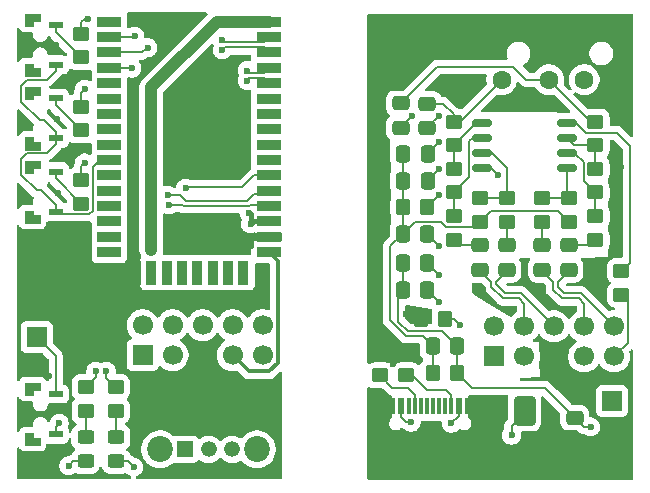
<source format=gbr>
%TF.GenerationSoftware,KiCad,Pcbnew,9.0.4*%
%TF.CreationDate,2025-09-28T00:45:50+02:00*%
%TF.ProjectId,BTM308-host,42544d33-3038-42d6-986f-73742e6b6963,rev?*%
%TF.SameCoordinates,Original*%
%TF.FileFunction,Copper,L1,Top*%
%TF.FilePolarity,Positive*%
%FSLAX46Y46*%
G04 Gerber Fmt 4.6, Leading zero omitted, Abs format (unit mm)*
G04 Created by KiCad (PCBNEW 9.0.4) date 2025-09-28 00:45:50*
%MOMM*%
%LPD*%
G01*
G04 APERTURE LIST*
G04 Aperture macros list*
%AMRoundRect*
0 Rectangle with rounded corners*
0 $1 Rounding radius*
0 $2 $3 $4 $5 $6 $7 $8 $9 X,Y pos of 4 corners*
0 Add a 4 corners polygon primitive as box body*
4,1,4,$2,$3,$4,$5,$6,$7,$8,$9,$2,$3,0*
0 Add four circle primitives for the rounded corners*
1,1,$1+$1,$2,$3*
1,1,$1+$1,$4,$5*
1,1,$1+$1,$6,$7*
1,1,$1+$1,$8,$9*
0 Add four rect primitives between the rounded corners*
20,1,$1+$1,$2,$3,$4,$5,0*
20,1,$1+$1,$4,$5,$6,$7,0*
20,1,$1+$1,$6,$7,$8,$9,0*
20,1,$1+$1,$8,$9,$2,$3,0*%
G04 Aperture macros list end*
%TA.AperFunction,EtchedComponent*%
%ADD10C,0.001000*%
%TD*%
%TA.AperFunction,SMDPad,CuDef*%
%ADD11R,1.200000X0.600000*%
%TD*%
%TA.AperFunction,SMDPad,CuDef*%
%ADD12R,2.000000X0.925000*%
%TD*%
%TA.AperFunction,SMDPad,CuDef*%
%ADD13R,0.925000X2.000000*%
%TD*%
%TA.AperFunction,SMDPad,CuDef*%
%ADD14RoundRect,0.250000X-0.450000X0.350000X-0.450000X-0.350000X0.450000X-0.350000X0.450000X0.350000X0*%
%TD*%
%TA.AperFunction,SMDPad,CuDef*%
%ADD15RoundRect,0.250000X0.450000X-0.350000X0.450000X0.350000X-0.450000X0.350000X-0.450000X-0.350000X0*%
%TD*%
%TA.AperFunction,ComponentPad*%
%ADD16R,1.700000X1.700000*%
%TD*%
%TA.AperFunction,ComponentPad*%
%ADD17R,1.337000X1.337000*%
%TD*%
%TA.AperFunction,ComponentPad*%
%ADD18C,1.337000*%
%TD*%
%TA.AperFunction,ComponentPad*%
%ADD19C,2.190000*%
%TD*%
%TA.AperFunction,SMDPad,CuDef*%
%ADD20RoundRect,0.250000X-0.450000X0.325000X-0.450000X-0.325000X0.450000X-0.325000X0.450000X0.325000X0*%
%TD*%
%TA.AperFunction,ComponentPad*%
%ADD21C,1.700000*%
%TD*%
%TA.AperFunction,SMDPad,CuDef*%
%ADD22RoundRect,0.250000X-0.350000X-0.450000X0.350000X-0.450000X0.350000X0.450000X-0.350000X0.450000X0*%
%TD*%
%TA.AperFunction,SMDPad,CuDef*%
%ADD23RoundRect,0.250000X-0.337500X-0.475000X0.337500X-0.475000X0.337500X0.475000X-0.337500X0.475000X0*%
%TD*%
%TA.AperFunction,SMDPad,CuDef*%
%ADD24RoundRect,0.250000X0.350000X0.450000X-0.350000X0.450000X-0.350000X-0.450000X0.350000X-0.450000X0*%
%TD*%
%TA.AperFunction,SMDPad,CuDef*%
%ADD25RoundRect,0.250000X-0.650000X1.000000X-0.650000X-1.000000X0.650000X-1.000000X0.650000X1.000000X0*%
%TD*%
%TA.AperFunction,SMDPad,CuDef*%
%ADD26RoundRect,0.162500X-0.650000X-0.162500X0.650000X-0.162500X0.650000X0.162500X-0.650000X0.162500X0*%
%TD*%
%TA.AperFunction,SMDPad,CuDef*%
%ADD27RoundRect,0.250000X0.475000X-0.337500X0.475000X0.337500X-0.475000X0.337500X-0.475000X-0.337500X0*%
%TD*%
%TA.AperFunction,ComponentPad*%
%ADD28C,1.600000*%
%TD*%
%TA.AperFunction,SMDPad,CuDef*%
%ADD29RoundRect,0.250000X-0.475000X0.337500X-0.475000X-0.337500X0.475000X-0.337500X0.475000X0.337500X0*%
%TD*%
%TA.AperFunction,SMDPad,CuDef*%
%ADD30RoundRect,0.250000X0.337500X0.475000X-0.337500X0.475000X-0.337500X-0.475000X0.337500X-0.475000X0*%
%TD*%
%TA.AperFunction,SMDPad,CuDef*%
%ADD31R,0.600000X1.450000*%
%TD*%
%TA.AperFunction,SMDPad,CuDef*%
%ADD32R,0.300000X1.450000*%
%TD*%
%TA.AperFunction,HeatsinkPad*%
%ADD33O,1.000000X2.100000*%
%TD*%
%TA.AperFunction,HeatsinkPad*%
%ADD34O,1.000000X1.600000*%
%TD*%
%TA.AperFunction,ViaPad*%
%ADD35C,0.600000*%
%TD*%
%TA.AperFunction,Conductor*%
%ADD36C,1.000000*%
%TD*%
%TA.AperFunction,Conductor*%
%ADD37C,0.200000*%
%TD*%
%TA.AperFunction,Conductor*%
%ADD38C,0.400000*%
%TD*%
%TA.AperFunction,Conductor*%
%ADD39C,0.300000*%
%TD*%
G04 APERTURE END LIST*
D10*
%TO.C,SW6*%
X116350000Y-92017500D02*
X117000000Y-92017500D01*
X117000000Y-92667500D01*
X115700000Y-92667500D01*
X115700000Y-91617500D01*
X116350000Y-91617500D01*
X116350000Y-92017500D01*
%TA.AperFunction,EtchedComponent*%
G36*
X116350000Y-92017500D02*
G01*
X117000000Y-92017500D01*
X117000000Y-92667500D01*
X115700000Y-92667500D01*
X115700000Y-91617500D01*
X116350000Y-91617500D01*
X116350000Y-92017500D01*
G37*
%TD.AperFunction*%
X117000000Y-88017500D02*
X116350000Y-88017500D01*
X116350000Y-88417500D01*
X115700000Y-88417500D01*
X115700000Y-87367500D01*
X117000000Y-87367500D01*
X117000000Y-88017500D01*
%TA.AperFunction,EtchedComponent*%
G36*
X117000000Y-88017500D02*
G01*
X116350000Y-88017500D01*
X116350000Y-88417500D01*
X115700000Y-88417500D01*
X115700000Y-87367500D01*
X117000000Y-87367500D01*
X117000000Y-88017500D01*
G37*
%TD.AperFunction*%
%TO.C,SW1*%
X116350000Y-66975000D02*
X117000000Y-66975000D01*
X117000000Y-67625000D01*
X115700000Y-67625000D01*
X115700000Y-66575000D01*
X116350000Y-66575000D01*
X116350000Y-66975000D01*
%TA.AperFunction,EtchedComponent*%
G36*
X116350000Y-66975000D02*
G01*
X117000000Y-66975000D01*
X117000000Y-67625000D01*
X115700000Y-67625000D01*
X115700000Y-66575000D01*
X116350000Y-66575000D01*
X116350000Y-66975000D01*
G37*
%TD.AperFunction*%
X117000000Y-62975000D02*
X116350000Y-62975000D01*
X116350000Y-63375000D01*
X115700000Y-63375000D01*
X115700000Y-62325000D01*
X117000000Y-62325000D01*
X117000000Y-62975000D01*
%TA.AperFunction,EtchedComponent*%
G36*
X117000000Y-62975000D02*
G01*
X116350000Y-62975000D01*
X116350000Y-63375000D01*
X115700000Y-63375000D01*
X115700000Y-62325000D01*
X117000000Y-62325000D01*
X117000000Y-62975000D01*
G37*
%TD.AperFunction*%
%TO.C,SW3*%
X116350000Y-60750000D02*
X117000000Y-60750000D01*
X117000000Y-61400000D01*
X115700000Y-61400000D01*
X115700000Y-60350000D01*
X116350000Y-60350000D01*
X116350000Y-60750000D01*
%TA.AperFunction,EtchedComponent*%
G36*
X116350000Y-60750000D02*
G01*
X117000000Y-60750000D01*
X117000000Y-61400000D01*
X115700000Y-61400000D01*
X115700000Y-60350000D01*
X116350000Y-60350000D01*
X116350000Y-60750000D01*
G37*
%TD.AperFunction*%
X117000000Y-56750000D02*
X116350000Y-56750000D01*
X116350000Y-57150000D01*
X115700000Y-57150000D01*
X115700000Y-56100000D01*
X117000000Y-56100000D01*
X117000000Y-56750000D01*
%TA.AperFunction,EtchedComponent*%
G36*
X117000000Y-56750000D02*
G01*
X116350000Y-56750000D01*
X116350000Y-57150000D01*
X115700000Y-57150000D01*
X115700000Y-56100000D01*
X117000000Y-56100000D01*
X117000000Y-56750000D01*
G37*
%TD.AperFunction*%
%TO.C,SW2*%
X116350000Y-73200000D02*
X117000000Y-73200000D01*
X117000000Y-73850000D01*
X115700000Y-73850000D01*
X115700000Y-72800000D01*
X116350000Y-72800000D01*
X116350000Y-73200000D01*
%TA.AperFunction,EtchedComponent*%
G36*
X116350000Y-73200000D02*
G01*
X117000000Y-73200000D01*
X117000000Y-73850000D01*
X115700000Y-73850000D01*
X115700000Y-72800000D01*
X116350000Y-72800000D01*
X116350000Y-73200000D01*
G37*
%TD.AperFunction*%
X117000000Y-69200000D02*
X116350000Y-69200000D01*
X116350000Y-69600000D01*
X115700000Y-69600000D01*
X115700000Y-68550000D01*
X117000000Y-68550000D01*
X117000000Y-69200000D01*
%TA.AperFunction,EtchedComponent*%
G36*
X117000000Y-69200000D02*
G01*
X116350000Y-69200000D01*
X116350000Y-69600000D01*
X115700000Y-69600000D01*
X115700000Y-68550000D01*
X117000000Y-68550000D01*
X117000000Y-69200000D01*
G37*
%TD.AperFunction*%
%TD*%
D11*
%TO.P,SW6,2,2*%
%TO.N,Net-(J6-Pin_1)*%
X118300000Y-88317500D03*
%TO.P,SW6,1,1*%
%TO.N,/VBAT*%
X118300000Y-91717500D03*
%TD*%
D12*
%TO.P,U1,39,GND*%
%TO.N,AGND*%
X136350000Y-56800000D03*
%TO.P,U1,38,SPK_AP*%
%TO.N,/SPK_AP*%
X136350000Y-58100000D03*
%TO.P,U1,37,SPK_AN*%
%TO.N,/SPK_AN*%
X136350000Y-59400000D03*
%TO.P,U1,36,SPK_BP*%
%TO.N,/SPK_BP*%
X136350000Y-60700000D03*
%TO.P,U1,35,SPK_BN*%
%TO.N,/SPK_BN*%
X136350000Y-62000000D03*
%TO.P,U1,34,LINE/MIC_AN*%
%TO.N,unconnected-(U1-LINE{slash}MIC_AN-Pad34)*%
X136350000Y-63300000D03*
%TO.P,U1,33,LINE/MIC_AP*%
%TO.N,unconnected-(U1-LINE{slash}MIC_AP-Pad33)*%
X136350000Y-64600000D03*
%TO.P,U1,32,LINE_BN*%
%TO.N,unconnected-(U1-LINE_BN-Pad32)*%
X136350000Y-65900000D03*
%TO.P,U1,31,LINE_BP*%
%TO.N,unconnected-(U1-LINE_BP-Pad31)*%
X136350000Y-67200000D03*
%TO.P,U1,30,MIC_BIAS*%
%TO.N,unconnected-(U1-MIC_BIAS-Pad30)*%
X136350000Y-68500000D03*
%TO.P,U1,29,MFB*%
%TO.N,/MFB*%
X136350000Y-69800000D03*
%TO.P,U1,28,LED2*%
%TO.N,/LED2*%
X136350000Y-71100000D03*
%TO.P,U1,27,LED0*%
%TO.N,/LED0*%
X136350000Y-72400000D03*
%TO.P,U1,26,VBAT*%
%TO.N,/VBAT*%
X136350000Y-73700000D03*
%TO.P,U1,25,GND*%
%TO.N,GND*%
X136350000Y-75000000D03*
%TO.P,U1,24,VCHG*%
%TO.N,/VCHG*%
X136350000Y-76300000D03*
D13*
%TO.P,U1,23,MISO*%
%TO.N,unconnected-(U1-MISO-Pad23)*%
X134200000Y-78050000D03*
%TO.P,U1,22,CSB*%
%TO.N,unconnected-(U1-CSB-Pad22)*%
X132900000Y-78050000D03*
%TO.P,U1,21,CLK*%
%TO.N,unconnected-(U1-CLK-Pad21)*%
X131600000Y-78050000D03*
%TO.P,U1,20,MOSI*%
%TO.N,unconnected-(U1-MOSI-Pad20)*%
X130300000Y-78050000D03*
%TO.P,U1,19,RSTn*%
%TO.N,unconnected-(U1-RSTn-Pad19)*%
X129000000Y-78050000D03*
%TO.P,U1,18,USB_N*%
%TO.N,unconnected-(U1-USB_N-Pad18)*%
X127700000Y-78050000D03*
%TO.P,U1,17,USB_P*%
%TO.N,unconnected-(U1-USB_P-Pad17)*%
X126400000Y-78050000D03*
%TO.P,U1,16,GND*%
%TO.N,GND*%
X125100000Y-78050000D03*
D12*
%TO.P,U1,15,SPI_PCM*%
%TO.N,unconnected-(U1-SPI_PCM-Pad15)*%
X122850000Y-76300000D03*
%TO.P,U1,14,PIO18*%
%TO.N,unconnected-(U1-PIO18-Pad14)*%
X122850000Y-75000000D03*
%TO.P,U1,13,PIO21*%
%TO.N,unconnected-(U1-PIO21-Pad13)*%
X122850000Y-73700000D03*
%TO.P,U1,12,NC*%
%TO.N,unconnected-(U1-NC-Pad12)*%
X122850000Y-72400000D03*
%TO.P,U1,11,NC*%
%TO.N,unconnected-(U1-NC-Pad11)*%
X122850000Y-71100000D03*
%TO.P,U1,10,PIO16*%
%TO.N,unconnected-(U1-PIO16-Pad10)*%
X122850000Y-69800000D03*
%TO.P,U1,9,1V8*%
%TO.N,/1V8*%
X122850000Y-68500000D03*
%TO.P,U1,8,PIO7*%
%TO.N,unconnected-(U1-PIO7-Pad8)*%
X122850000Y-67200000D03*
%TO.P,U1,7,PIO9*%
%TO.N,unconnected-(U1-PIO9-Pad7)*%
X122850000Y-65900000D03*
%TO.P,U1,6,PIO17*%
%TO.N,unconnected-(U1-PIO17-Pad6)*%
X122850000Y-64600000D03*
%TO.P,U1,5,AIO0*%
%TO.N,unconnected-(U1-AIO0-Pad5)*%
X122850000Y-63300000D03*
%TO.P,U1,4,LED1*%
%TO.N,unconnected-(U1-LED1-Pad4)*%
X122850000Y-62000000D03*
%TO.P,U1,3,PIO0*%
%TO.N,Net-(U1-PIO0)*%
X122850000Y-60700000D03*
%TO.P,U1,2,PIO1*%
%TO.N,Net-(U1-PIO1)*%
X122850000Y-59400000D03*
%TO.P,U1,1,PIO8*%
%TO.N,Net-(U1-PIO8)*%
X122850000Y-58100000D03*
%TO.P,U1,0,PIO6*%
%TO.N,unconnected-(U1-PIO6-Pad0)*%
X122850000Y-56800000D03*
%TD*%
D11*
%TO.P,SW1,2,2*%
%TO.N,Net-(R1-Pad1)*%
X118300000Y-63275000D03*
%TO.P,SW1,1,1*%
%TO.N,/1V8*%
X118300000Y-66675000D03*
%TD*%
D14*
%TO.P,R5,2*%
%TO.N,Net-(D1-K)*%
X120846667Y-89750000D03*
%TO.P,R5,1*%
%TO.N,/LED2*%
X120846667Y-87750000D03*
%TD*%
D15*
%TO.P,R1,2*%
%TO.N,Net-(U1-PIO8)*%
X120450000Y-64000000D03*
%TO.P,R1,1*%
%TO.N,Net-(R1-Pad1)*%
X120450000Y-66000000D03*
%TD*%
D16*
%TO.P,J6,1,Pin_1*%
%TO.N,Net-(J6-Pin_1)*%
X116700000Y-83500000D03*
%TD*%
%TO.P,J7,1,Pin_1*%
%TO.N,GND*%
X116700000Y-79300000D03*
%TD*%
D15*
%TO.P,R2,2*%
%TO.N,Net-(U1-PIO1)*%
X120450000Y-70200000D03*
%TO.P,R2,1*%
%TO.N,Net-(R2-Pad1)*%
X120450000Y-72200000D03*
%TD*%
D17*
%TO.P,SW4,1,A*%
%TO.N,/MFB*%
X129250000Y-93000000D03*
D18*
%TO.P,SW4,2,B*%
%TO.N,/VBAT*%
X131250000Y-93000000D03*
%TO.P,SW4,3*%
%TO.N,N/C*%
X133250000Y-93000000D03*
D19*
%TO.P,SW4,4*%
X127150000Y-93000000D03*
%TO.P,SW4,5*%
X135350000Y-93000000D03*
%TD*%
D20*
%TO.P,D1,1,K*%
%TO.N,Net-(D1-K)*%
X120831667Y-91975000D03*
%TO.P,D1,2,A*%
%TO.N,/VBAT*%
X120831667Y-94025000D03*
%TD*%
D11*
%TO.P,SW3,2,2*%
%TO.N,Net-(R3-Pad1)*%
X118300000Y-57050000D03*
%TO.P,SW3,1,1*%
%TO.N,/1V8*%
X118300000Y-60450000D03*
%TD*%
D14*
%TO.P,R4,2*%
%TO.N,Net-(D2-K)*%
X123413333Y-89750000D03*
%TO.P,R4,1*%
%TO.N,/LED0*%
X123413333Y-87750000D03*
%TD*%
D11*
%TO.P,SW2,2,2*%
%TO.N,Net-(R2-Pad1)*%
X118300000Y-69500000D03*
%TO.P,SW2,1,1*%
%TO.N,/1V8*%
X118300000Y-72900000D03*
%TD*%
D20*
%TO.P,D2,2,A*%
%TO.N,/VBAT*%
X123428333Y-94025000D03*
%TO.P,D2,1,K*%
%TO.N,Net-(D2-K)*%
X123428333Y-91975000D03*
%TD*%
D15*
%TO.P,R3,2*%
%TO.N,Net-(U1-PIO0)*%
X120450000Y-57800000D03*
%TO.P,R3,1*%
%TO.N,Net-(R3-Pad1)*%
X120450000Y-59800000D03*
%TD*%
D21*
%TO.P,J5,10,Pin_10*%
%TO.N,/SPK_BN*%
X135830000Y-82485000D03*
%TO.P,J5,9,Pin_9*%
%TO.N,/VBAT*%
X135830000Y-85025000D03*
%TO.P,J5,8,Pin_8*%
%TO.N,/SPK_BP*%
X133290000Y-82485000D03*
%TO.P,J5,7,Pin_7*%
%TO.N,/VCHG*%
X133290000Y-85025000D03*
%TO.P,J5,6,Pin_6*%
%TO.N,/SPK_AP*%
X130750000Y-82485000D03*
%TO.P,J5,5,Pin_5*%
%TO.N,GND*%
X130750000Y-85025000D03*
%TO.P,J5,4,Pin_4*%
%TO.N,/SPK_AN*%
X128210000Y-82485000D03*
%TO.P,J5,3,Pin_3*%
%TO.N,AGND*%
X128210000Y-85025000D03*
%TO.P,J5,2,Pin_2*%
X125670000Y-82485000D03*
D16*
%TO.P,J5,1,Pin_1*%
X125670000Y-85025000D03*
%TD*%
D15*
%TO.P,R21,1*%
%TO.N,/VBAT*%
X166200000Y-79900000D03*
%TO.P,R21,2*%
%TO.N,Net-(U2C-V+)*%
X166200000Y-77900000D03*
%TD*%
%TO.P,R19,2*%
%TO.N,Net-(U3-Ring1)*%
X164000000Y-65250000D03*
%TO.P,R19,1*%
%TO.N,Net-(R12-Pad2)*%
X164000000Y-67250000D03*
%TD*%
D22*
%TO.P,R14,2*%
%TO.N,AGND*%
X151250000Y-82000000D03*
%TO.P,R14,1*%
%TO.N,GND*%
X149250000Y-82000000D03*
%TD*%
D14*
%TO.P,R9,1*%
%TO.N,Net-(U2A-+)*%
X154250000Y-71750000D03*
%TO.P,R9,2*%
%TO.N,/VREF*%
X154250000Y-73750000D03*
%TD*%
D16*
%TO.P,J1,1,Pin_1*%
%TO.N,AGND*%
X155420000Y-85127500D03*
D21*
%TO.P,J1,2,Pin_2*%
X155420000Y-82587500D03*
%TO.P,J1,3,Pin_3*%
X157960000Y-85127500D03*
%TO.P,J1,4,Pin_4*%
%TO.N,/SPK_AN*%
X157960000Y-82587500D03*
%TO.P,J1,5,Pin_5*%
%TO.N,GND*%
X160500000Y-85127500D03*
%TO.P,J1,6,Pin_6*%
%TO.N,/SPK_AP*%
X160500000Y-82587500D03*
%TO.P,J1,7,Pin_7*%
%TO.N,/VCHG*%
X163040000Y-85127500D03*
%TO.P,J1,8,Pin_8*%
%TO.N,/SPK_BP*%
X163040000Y-82587500D03*
%TO.P,J1,9,Pin_9*%
%TO.N,/VBAT*%
X165580000Y-85127500D03*
%TO.P,J1,10,Pin_10*%
%TO.N,/SPK_BN*%
X165580000Y-82587500D03*
%TD*%
D23*
%TO.P,C5,1*%
%TO.N,/VREF*%
X147712500Y-70250000D03*
%TO.P,C5,2*%
%TO.N,AGND*%
X149787500Y-70250000D03*
%TD*%
D15*
%TO.P,R20,1*%
%TO.N,Net-(R20-Pad1)*%
X152000000Y-67250000D03*
%TO.P,R20,2*%
%TO.N,Net-(U3-Tip)*%
X152000000Y-65250000D03*
%TD*%
D24*
%TO.P,R16,1*%
%TO.N,/VBAT*%
X152250000Y-86500000D03*
%TO.P,R16,2*%
%TO.N,/VREF*%
X150250000Y-86500000D03*
%TD*%
D23*
%TO.P,C4,1*%
%TO.N,/VBAT*%
X147675000Y-77250000D03*
%TO.P,C4,2*%
%TO.N,AGND*%
X149750000Y-77250000D03*
%TD*%
D15*
%TO.P,R17,1*%
%TO.N,Net-(J2-CC1)*%
X145750000Y-86737500D03*
%TO.P,R17,2*%
%TO.N,GND*%
X145750000Y-84737500D03*
%TD*%
D23*
%TO.P,C3,1*%
%TO.N,/VBAT*%
X147675000Y-79500000D03*
%TO.P,C3,2*%
%TO.N,AGND*%
X149750000Y-79500000D03*
%TD*%
%TO.P,C12,1*%
%TO.N,/VREF*%
X150212500Y-84250000D03*
%TO.P,C12,2*%
%TO.N,/VBAT*%
X152287500Y-84250000D03*
%TD*%
D25*
%TO.P,D3,1,A1*%
%TO.N,/VCHG*%
X158000000Y-89737500D03*
%TO.P,D3,2,A2*%
%TO.N,GND*%
X158000000Y-93737500D03*
%TD*%
D26*
%TO.P,U2,1*%
%TO.N,Net-(R20-Pad1)*%
X154412500Y-65345000D03*
%TO.P,U2,2,-*%
%TO.N,Net-(U2A--)*%
X154412500Y-66615000D03*
%TO.P,U2,3,+*%
%TO.N,Net-(U2A-+)*%
X154412500Y-67885000D03*
%TO.P,U2,4,V-*%
%TO.N,AGND*%
X154412500Y-69155000D03*
%TO.P,U2,5,+*%
%TO.N,Net-(U2B-+)*%
X161587500Y-69155000D03*
%TO.P,U2,6,-*%
%TO.N,Net-(U2B--)*%
X161587500Y-67885000D03*
%TO.P,U2,7*%
%TO.N,Net-(R12-Pad2)*%
X161587500Y-66615000D03*
%TO.P,U2,8,V+*%
%TO.N,Net-(U2C-V+)*%
X161587500Y-65345000D03*
%TD*%
D15*
%TO.P,R6,1*%
%TO.N,Net-(C7-Pad2)*%
X152000000Y-75250000D03*
%TO.P,R6,2*%
%TO.N,Net-(U2A--)*%
X152000000Y-73250000D03*
%TD*%
D14*
%TO.P,R13,1*%
%TO.N,Net-(U2B-+)*%
X161750000Y-71750000D03*
%TO.P,R13,2*%
%TO.N,/VREF*%
X161750000Y-73750000D03*
%TD*%
D16*
%TO.P,J4,1,Pin_1*%
%TO.N,GND*%
X165400000Y-93800000D03*
%TD*%
D15*
%TO.P,R10,1*%
%TO.N,Net-(C6-Pad2)*%
X164000000Y-75250000D03*
%TO.P,R10,2*%
%TO.N,Net-(U2B--)*%
X164000000Y-73250000D03*
%TD*%
D16*
%TO.P,J3,1,Pin_1*%
%TO.N,/VBAT*%
X165400000Y-88900000D03*
%TD*%
D27*
%TO.P,C8,1*%
%TO.N,/SPK_AP*%
X156500000Y-77787500D03*
%TO.P,C8,2*%
%TO.N,Net-(C8-Pad2)*%
X156500000Y-75712500D03*
%TD*%
D28*
%TO.P,U3,1,Sleeve*%
%TO.N,GND*%
X155050000Y-57300000D03*
%TO.P,U3,2,Tip*%
%TO.N,Net-(U3-Tip)*%
X156050000Y-61700000D03*
%TO.P,U3,3,Ring1*%
%TO.N,Net-(U3-Ring1)*%
X160050000Y-61700000D03*
%TO.P,U3,4,Ring2*%
%TO.N,unconnected-(U3-Ring2-Pad4)*%
X163050000Y-61700000D03*
%TD*%
D27*
%TO.P,C6,1*%
%TO.N,/SPK_BN*%
X161750000Y-77787500D03*
%TO.P,C6,2*%
%TO.N,Net-(C6-Pad2)*%
X161750000Y-75712500D03*
%TD*%
D23*
%TO.P,C10,1*%
%TO.N,/VREF*%
X147712500Y-68000000D03*
%TO.P,C10,2*%
%TO.N,AGND*%
X149787500Y-68000000D03*
%TD*%
D15*
%TO.P,R11,1*%
%TO.N,Net-(C9-Pad2)*%
X159500000Y-73750000D03*
%TO.P,R11,2*%
%TO.N,Net-(U2B-+)*%
X159500000Y-71750000D03*
%TD*%
D22*
%TO.P,R15,1*%
%TO.N,/VREF*%
X147750000Y-72500000D03*
%TO.P,R15,2*%
%TO.N,AGND*%
X149750000Y-72500000D03*
%TD*%
D27*
%TO.P,C11,1*%
%TO.N,AGND*%
X147500000Y-65787500D03*
%TO.P,C11,2*%
%TO.N,Net-(U3-Ring1)*%
X147500000Y-63712500D03*
%TD*%
D29*
%TO.P,C1,1*%
%TO.N,/VBAT*%
X162250000Y-90312500D03*
%TO.P,C1,2*%
%TO.N,GND*%
X162250000Y-92387500D03*
%TD*%
D27*
%TO.P,C7,1*%
%TO.N,/SPK_AN*%
X154250000Y-77787500D03*
%TO.P,C7,2*%
%TO.N,Net-(C7-Pad2)*%
X154250000Y-75712500D03*
%TD*%
D30*
%TO.P,C13,1*%
%TO.N,AGND*%
X149750000Y-74750000D03*
%TO.P,C13,2*%
%TO.N,/VREF*%
X147675000Y-74750000D03*
%TD*%
D15*
%TO.P,R8,1*%
%TO.N,Net-(U2A--)*%
X152000000Y-71250000D03*
%TO.P,R8,2*%
%TO.N,Net-(R20-Pad1)*%
X152000000Y-69250000D03*
%TD*%
%TO.P,R12,1*%
%TO.N,Net-(U2B--)*%
X164000000Y-71250000D03*
%TO.P,R12,2*%
%TO.N,Net-(R12-Pad2)*%
X164000000Y-69250000D03*
%TD*%
D27*
%TO.P,C9,1*%
%TO.N,/SPK_BP*%
X159500000Y-77787500D03*
%TO.P,C9,2*%
%TO.N,Net-(C9-Pad2)*%
X159500000Y-75712500D03*
%TD*%
D15*
%TO.P,R18,1*%
%TO.N,Net-(J2-CC2)*%
X148000000Y-86737500D03*
%TO.P,R18,2*%
%TO.N,GND*%
X148000000Y-84737500D03*
%TD*%
D31*
%TO.P,J2,A1,GND*%
%TO.N,GND*%
X146750000Y-89352500D03*
%TO.P,J2,A4,VBUS*%
%TO.N,/VCHG*%
X147550000Y-89352500D03*
D32*
%TO.P,J2,A5,CC1*%
%TO.N,Net-(J2-CC1)*%
X148750000Y-89352500D03*
%TO.P,J2,A6,D+*%
%TO.N,unconnected-(J2-D+-PadA6)*%
X149750000Y-89352500D03*
%TO.P,J2,A7,D-*%
%TO.N,unconnected-(J2-D--PadA7)*%
X150250000Y-89352500D03*
%TO.P,J2,A8,SBU1*%
%TO.N,unconnected-(J2-SBU1-PadA8)*%
X151250000Y-89352500D03*
D31*
%TO.P,J2,A9,VBUS*%
%TO.N,/VCHG*%
X152450000Y-89352500D03*
%TO.P,J2,A12,GND*%
%TO.N,GND*%
X153250000Y-89352500D03*
%TO.P,J2,B1,GND*%
X153250000Y-89352500D03*
%TO.P,J2,B4,VBUS*%
%TO.N,/VCHG*%
X152450000Y-89352500D03*
D32*
%TO.P,J2,B5,CC2*%
%TO.N,Net-(J2-CC2)*%
X151750000Y-89352500D03*
%TO.P,J2,B6,D+*%
%TO.N,unconnected-(J2-D+-PadB6)*%
X150750000Y-89352500D03*
%TO.P,J2,B7,D-*%
%TO.N,unconnected-(J2-D--PadB7)*%
X149250000Y-89352500D03*
%TO.P,J2,B8,SBU2*%
%TO.N,unconnected-(J2-SBU2-PadB8)*%
X148250000Y-89352500D03*
D31*
%TO.P,J2,B9,VBUS*%
%TO.N,/VCHG*%
X147550000Y-89352500D03*
%TO.P,J2,B12,GND*%
%TO.N,GND*%
X146750000Y-89352500D03*
D33*
%TO.P,J2,S1,SHIELD*%
X145680000Y-90267500D03*
D34*
X145680000Y-94447500D03*
D33*
X154320000Y-90267500D03*
D34*
X154320000Y-94447500D03*
%TD*%
D27*
%TO.P,C2,1*%
%TO.N,AGND*%
X149750000Y-65825000D03*
%TO.P,C2,2*%
%TO.N,Net-(U3-Tip)*%
X149750000Y-63750000D03*
%TD*%
D15*
%TO.P,R7,1*%
%TO.N,Net-(C8-Pad2)*%
X156500000Y-73750000D03*
%TO.P,R7,2*%
%TO.N,Net-(U2A-+)*%
X156500000Y-71750000D03*
%TD*%
D35*
%TO.N,GND*%
X163800000Y-78400000D03*
X164600000Y-63400000D03*
X165200000Y-61100000D03*
X162400000Y-59100000D03*
X159300000Y-59200000D03*
X153300000Y-59500000D03*
X145600000Y-57800000D03*
X128700000Y-57400000D03*
X126700000Y-56700000D03*
X130800000Y-68900000D03*
X128500000Y-65800000D03*
X131400000Y-63500000D03*
X120700000Y-74900000D03*
X120600000Y-81300000D03*
X117500000Y-94100000D03*
X130400000Y-74300000D03*
X127700000Y-88000000D03*
X131300000Y-88000000D03*
X115800000Y-86600000D03*
X117700000Y-75600000D03*
X120600000Y-79300000D03*
X120700000Y-83500000D03*
X117700000Y-86800000D03*
X134900000Y-88000000D03*
X133400000Y-94900000D03*
X115800000Y-90100000D03*
X115900000Y-94000000D03*
%TO.N,/MFB*%
X129300000Y-70900000D03*
%TO.N,Net-(U1-PIO8)*%
X120750000Y-62500000D03*
X125000000Y-58000000D03*
%TO.N,Net-(U1-PIO1)*%
X126100000Y-59000000D03*
X120750000Y-68750000D03*
%TO.N,Net-(U1-PIO0)*%
X124750000Y-60731671D03*
X121000000Y-56550000D03*
%TO.N,GND*%
X129200000Y-75600000D03*
X134500000Y-67200000D03*
X134600000Y-63800000D03*
%TO.N,/SPK_AP*%
X132400000Y-58325000D03*
%TO.N,GND*%
X128400000Y-63300000D03*
%TO.N,/SPK_AN*%
X132400000Y-59175000D03*
%TO.N,GND*%
X128500000Y-68300000D03*
X131000000Y-61100000D03*
X130600000Y-65700000D03*
%TO.N,/VBAT*%
X134700000Y-73000000D03*
X118600000Y-90800000D03*
%TO.N,/LED0*%
X122600000Y-86400000D03*
%TO.N,/LED2*%
X121700000Y-86400000D03*
%TO.N,GND*%
X124000000Y-79200000D03*
%TO.N,/VBAT*%
X124900000Y-94500000D03*
X119400000Y-94400000D03*
%TO.N,GND*%
X134800000Y-75800000D03*
%TO.N,AGND*%
X126400000Y-75400000D03*
X126400000Y-76100000D03*
X126400000Y-74700000D03*
X126400000Y-74000000D03*
%TO.N,GND*%
X119900000Y-61300000D03*
%TO.N,/SPK_BN*%
X134506472Y-61775000D03*
%TO.N,GND*%
X118300000Y-58800000D03*
X115600000Y-65300000D03*
%TO.N,/SPK_BP*%
X134506472Y-60925000D03*
%TO.N,GND*%
X116000000Y-58900000D03*
X134800000Y-75200000D03*
%TO.N,/VBAT*%
X134800000Y-73900000D03*
%TO.N,GND*%
X119700000Y-67700000D03*
%TO.N,/LED2*%
X127800000Y-71500000D03*
%TO.N,/LED0*%
X127900000Y-72293726D03*
%TO.N,GND*%
X118400000Y-65000000D03*
X132400000Y-80300000D03*
X129600000Y-94900000D03*
X115800000Y-71800000D03*
X118500000Y-71300000D03*
X128700000Y-89900000D03*
X132300000Y-89900000D03*
X135900000Y-89900000D03*
X162800000Y-88500000D03*
X163700000Y-87300000D03*
X161500000Y-87400000D03*
X166000000Y-91700000D03*
X163400000Y-93800000D03*
X163300000Y-95000000D03*
X160200000Y-95000000D03*
X155900000Y-89700000D03*
X156200000Y-95000000D03*
X154500000Y-92500000D03*
X150300000Y-91200000D03*
X150100000Y-93100000D03*
X152800000Y-95000000D03*
X150500000Y-95000000D03*
X147900000Y-95000000D03*
X145500000Y-92400000D03*
X145500000Y-81100000D03*
X145500000Y-76300000D03*
X145400000Y-73700000D03*
X145300000Y-68400000D03*
X145300000Y-62400000D03*
X148700000Y-59600000D03*
X147500000Y-57600000D03*
X152700000Y-57500000D03*
X157400000Y-57300000D03*
X166700000Y-57500000D03*
X162300000Y-57400000D03*
X166600000Y-59500000D03*
X166400000Y-64500000D03*
X166200000Y-69100000D03*
X166100000Y-75000000D03*
X166100000Y-62300000D03*
X164700000Y-57500000D03*
X159800000Y-57500000D03*
X150300000Y-58000000D03*
X146500000Y-60000000D03*
X145400000Y-65200000D03*
X145500000Y-71000000D03*
X145500000Y-78600000D03*
X161200000Y-94100000D03*
X152400000Y-93000000D03*
X148000000Y-92700000D03*
X154500000Y-79400000D03*
X159500000Y-63400000D03*
X157400000Y-63400000D03*
X152700000Y-62600000D03*
X151600000Y-61800000D03*
X166100000Y-72000000D03*
X164500000Y-79700000D03*
X160000000Y-80300000D03*
X158900000Y-79200000D03*
X159000000Y-91800000D03*
X160800000Y-91600000D03*
%TO.N,/VBAT*%
X163600000Y-91100000D03*
%TO.N,/VCHG*%
X156900000Y-91800000D03*
X151800000Y-90800000D03*
X148400000Y-90700000D03*
%TO.N,GND*%
X146900000Y-85800000D03*
X145500000Y-83500000D03*
X148000000Y-81500000D03*
%TO.N,AGND*%
X152500000Y-82500000D03*
X150750000Y-80500000D03*
X150750000Y-78250000D03*
X150750000Y-75750000D03*
X148500000Y-64750000D03*
X150750000Y-64750000D03*
X150750000Y-67000000D03*
X150750000Y-69250000D03*
X150750000Y-71500000D03*
X155750000Y-69750000D03*
%TD*%
D36*
%TO.N,AGND*%
X131950000Y-56800000D02*
X136350000Y-56800000D01*
X126400000Y-62350000D02*
X131950000Y-56800000D01*
X126400000Y-76100000D02*
X126400000Y-75400000D01*
D37*
%TO.N,/1V8*%
X118300000Y-66675000D02*
X118300000Y-66098281D01*
X115398500Y-63550219D02*
X115398500Y-62200115D01*
X118300000Y-60950000D02*
X118300000Y-60450000D01*
X117548500Y-61701500D02*
X118300000Y-60950000D01*
X118300000Y-66098281D02*
X117301719Y-65100000D01*
X117301719Y-65100000D02*
X116948281Y-65100000D01*
X115398500Y-62200115D02*
X115897115Y-61701500D01*
X115897115Y-61701500D02*
X117548500Y-61701500D01*
X116948281Y-65100000D02*
X115398500Y-63550219D01*
D36*
%TO.N,AGND*%
X126400000Y-75400000D02*
X126400000Y-74700000D01*
X126400000Y-74700000D02*
X126400000Y-74000000D01*
D38*
%TO.N,GND*%
X134800000Y-75800000D02*
X134800000Y-75200000D01*
D36*
%TO.N,AGND*%
X126400000Y-74000000D02*
X126400000Y-62350000D01*
D37*
%TO.N,Net-(D1-K)*%
X120831667Y-89765000D02*
X120846667Y-89750000D01*
X120831667Y-91975000D02*
X120831667Y-89765000D01*
%TO.N,Net-(U1-PIO1)*%
X120450000Y-69050000D02*
X120750000Y-68750000D01*
X126000000Y-59000000D02*
X125600000Y-59400000D01*
X126100000Y-59000000D02*
X126000000Y-59000000D01*
X120450000Y-70200000D02*
X120450000Y-69050000D01*
X125600000Y-59400000D02*
X122850000Y-59400000D01*
%TO.N,Net-(U1-PIO8)*%
X120450000Y-64000000D02*
X120450000Y-62800000D01*
X125000000Y-58000000D02*
X124900000Y-58100000D01*
X120450000Y-62800000D02*
X120750000Y-62500000D01*
X124900000Y-58100000D02*
X122850000Y-58100000D01*
%TO.N,/LED0*%
X127900000Y-72293726D02*
X129026626Y-72293726D01*
D38*
%TO.N,/VBAT*%
X134700000Y-73000000D02*
X134800000Y-73100000D01*
D37*
%TO.N,/LED0*%
X129026626Y-72293726D02*
X129132900Y-72400000D01*
X134773374Y-72293726D02*
X136243726Y-72293726D01*
X136243726Y-72293726D02*
X136350000Y-72400000D01*
X134667100Y-72400000D02*
X134773374Y-72293726D01*
D38*
%TO.N,/VBAT*%
X134800000Y-73100000D02*
X134800000Y-73900000D01*
D37*
%TO.N,/LED0*%
X129132900Y-72400000D02*
X134667100Y-72400000D01*
%TO.N,/MFB*%
X135100000Y-69800000D02*
X136350000Y-69800000D01*
%TO.N,/LED2*%
X135100000Y-71400000D02*
X136050000Y-71400000D01*
%TO.N,/MFB*%
X129400000Y-70800000D02*
X134100000Y-70800000D01*
X134100000Y-70800000D02*
X135100000Y-69800000D01*
%TO.N,/LED2*%
X134501000Y-71999000D02*
X135100000Y-71400000D01*
X127800000Y-71500000D02*
X128800000Y-71500000D01*
%TO.N,/MFB*%
X129300000Y-70900000D02*
X129400000Y-70800000D01*
%TO.N,/LED2*%
X128800000Y-71500000D02*
X129299000Y-71999000D01*
X129299000Y-71999000D02*
X134501000Y-71999000D01*
X136050000Y-71400000D02*
X136350000Y-71100000D01*
%TO.N,Net-(R3-Pad1)*%
X118300000Y-57650000D02*
X120450000Y-59800000D01*
%TO.N,Net-(R2-Pad1)*%
X118300000Y-70050000D02*
X120450000Y-72200000D01*
X118300000Y-69500000D02*
X118300000Y-70050000D01*
%TO.N,Net-(R1-Pad1)*%
X118300000Y-63850000D02*
X120450000Y-66000000D01*
%TO.N,Net-(R3-Pad1)*%
X118300000Y-57050000D02*
X118300000Y-57650000D01*
%TO.N,Net-(R1-Pad1)*%
X118300000Y-63275000D02*
X118300000Y-63850000D01*
%TO.N,Net-(U1-PIO0)*%
X124750000Y-60731671D02*
X122881671Y-60731671D01*
X120750000Y-56550000D02*
X120450000Y-56850000D01*
X121000000Y-56550000D02*
X120750000Y-56550000D01*
X122881671Y-60731671D02*
X122850000Y-60700000D01*
X120450000Y-56850000D02*
X120450000Y-57800000D01*
%TO.N,/1V8*%
X121451000Y-72785160D02*
X121135160Y-73101000D01*
X121451000Y-69134500D02*
X121451000Y-72785160D01*
X121135160Y-73101000D02*
X118501000Y-73101000D01*
X122085500Y-68500000D02*
X121451000Y-69134500D01*
X118501000Y-73101000D02*
X118300000Y-72900000D01*
D38*
%TO.N,GND*%
X136350000Y-75000000D02*
X135000000Y-75000000D01*
%TO.N,/VBAT*%
X136350000Y-73700000D02*
X135000000Y-73700000D01*
X135000000Y-73700000D02*
X134800000Y-73900000D01*
%TO.N,GND*%
X135000000Y-75000000D02*
X134800000Y-75200000D01*
D37*
%TO.N,/1V8*%
X122850000Y-68500000D02*
X122085500Y-68500000D01*
%TO.N,/LED2*%
X121700000Y-86896667D02*
X120846667Y-87750000D01*
%TO.N,/LED0*%
X122600000Y-86936667D02*
X123413333Y-87750000D01*
%TO.N,Net-(J6-Pin_1)*%
X116700000Y-83500000D02*
X118300000Y-85100000D01*
%TO.N,/LED2*%
X121700000Y-86400000D02*
X121700000Y-86896667D01*
%TO.N,Net-(J6-Pin_1)*%
X118300000Y-85100000D02*
X118300000Y-88317500D01*
%TO.N,/LED0*%
X122600000Y-86400000D02*
X122600000Y-86936667D01*
%TO.N,/1V8*%
X117548500Y-67926500D02*
X118300000Y-67175000D01*
X116699281Y-71076000D02*
X115398500Y-69775219D01*
X115897115Y-67926500D02*
X117548500Y-67926500D01*
X118300000Y-72300000D02*
X117076000Y-71076000D01*
X117076000Y-71076000D02*
X116699281Y-71076000D01*
X115398500Y-69775219D02*
X115398500Y-68425115D01*
X115398500Y-68425115D02*
X115897115Y-67926500D01*
X118300000Y-72900000D02*
X118300000Y-72300000D01*
X118300000Y-67175000D02*
X118300000Y-66675000D01*
%TO.N,/SPK_BP*%
X136350000Y-60700000D02*
X135925001Y-61124999D01*
X134706471Y-61124999D02*
X134506472Y-60925000D01*
X135925001Y-61124999D02*
X134706471Y-61124999D01*
%TO.N,/SPK_BN*%
X135925001Y-61575001D02*
X134706471Y-61575001D01*
X134706471Y-61575001D02*
X134506472Y-61775000D01*
D39*
%TO.N,/VCHG*%
X136350000Y-76300000D02*
X137100000Y-77050000D01*
X137100000Y-77050000D02*
X137100000Y-85700000D01*
X134665000Y-86400000D02*
X133290000Y-85025000D01*
D37*
%TO.N,/SPK_BN*%
X136350000Y-62000000D02*
X135925001Y-61575001D01*
D39*
%TO.N,/VCHG*%
X136400000Y-86400000D02*
X134665000Y-86400000D01*
X137100000Y-85700000D02*
X136400000Y-86400000D01*
D37*
%TO.N,GND*%
X125100000Y-78100000D02*
X124000000Y-79200000D01*
%TO.N,/VBAT*%
X120831667Y-94025000D02*
X119775000Y-94025000D01*
X123428333Y-94025000D02*
X124425000Y-94025000D01*
X124425000Y-94025000D02*
X124900000Y-94500000D01*
X118300000Y-91717500D02*
X118300000Y-91100000D01*
X119775000Y-94025000D02*
X119400000Y-94400000D01*
%TO.N,GND*%
X125100000Y-78050000D02*
X125100000Y-78100000D01*
%TO.N,/VBAT*%
X118300000Y-91100000D02*
X118600000Y-90800000D01*
%TO.N,/SPK_AN*%
X135925001Y-58975001D02*
X132599999Y-58975001D01*
%TO.N,/SPK_AP*%
X136350000Y-58100000D02*
X135925001Y-58524999D01*
%TO.N,Net-(D2-K)*%
X123428333Y-89765000D02*
X123413333Y-89750000D01*
%TO.N,/SPK_AP*%
X135925001Y-58524999D02*
X132599999Y-58524999D01*
%TO.N,/SPK_AN*%
X136350000Y-59400000D02*
X135925001Y-58975001D01*
%TO.N,/SPK_AP*%
X132599999Y-58524999D02*
X132400000Y-58325000D01*
%TO.N,/SPK_AN*%
X132599999Y-58975001D02*
X132400000Y-59175000D01*
%TO.N,Net-(D2-K)*%
X123428333Y-91975000D02*
X123428333Y-89765000D01*
%TO.N,Net-(U2C-V+)*%
X166900000Y-77200000D02*
X166900000Y-67300000D01*
X166200000Y-77900000D02*
X166900000Y-77200000D01*
%TO.N,/VBAT*%
X166731000Y-80431000D02*
X166200000Y-79900000D01*
X166731000Y-83976500D02*
X166731000Y-80431000D01*
X165580000Y-85127500D02*
X166731000Y-83976500D01*
%TO.N,GND*%
X158000000Y-92800000D02*
X158000000Y-93737500D01*
X159000000Y-91800000D02*
X158000000Y-92800000D01*
%TO.N,/VCHG*%
X156900000Y-91000000D02*
X158000000Y-89900000D01*
X158000000Y-89900000D02*
X158000000Y-89737500D01*
X156900000Y-91800000D02*
X156900000Y-91000000D01*
%TO.N,GND*%
X145835000Y-90267500D02*
X146750000Y-89352500D01*
X145680000Y-90267500D02*
X145835000Y-90267500D01*
X153405000Y-89352500D02*
X154320000Y-90267500D01*
X153250000Y-89352500D02*
X153405000Y-89352500D01*
%TO.N,/VREF*%
X147934900Y-83402000D02*
X146600000Y-82067100D01*
X146600000Y-82067100D02*
X146600000Y-75825000D01*
X149364500Y-83402000D02*
X147934900Y-83402000D01*
X150212500Y-84250000D02*
X149364500Y-83402000D01*
X146600000Y-75825000D02*
X147675000Y-74750000D01*
%TO.N,GND*%
X146937500Y-85800000D02*
X148000000Y-84737500D01*
X146900000Y-85800000D02*
X146937500Y-85800000D01*
%TO.N,/VREF*%
X150250000Y-84287500D02*
X150212500Y-84250000D01*
X150250000Y-86500000D02*
X150250000Y-84287500D01*
%TO.N,Net-(U3-Ring1)*%
X163600000Y-65250000D02*
X160050000Y-61700000D01*
X164000000Y-65250000D02*
X163600000Y-65250000D01*
X158142951Y-61700000D02*
X160050000Y-61700000D01*
X157041951Y-60599000D02*
X158142951Y-61700000D01*
X150613500Y-60599000D02*
X157041951Y-60599000D01*
X147500000Y-63712500D02*
X150613500Y-60599000D01*
%TO.N,Net-(U3-Tip)*%
X152000000Y-64650000D02*
X152000000Y-65250000D01*
X149750000Y-63750000D02*
X151100000Y-63750000D01*
X151100000Y-63750000D02*
X152000000Y-64650000D01*
X152500000Y-65250000D02*
X156050000Y-61700000D01*
X152000000Y-65250000D02*
X152500000Y-65250000D01*
%TO.N,Net-(U2C-V+)*%
X162345000Y-65345000D02*
X161587500Y-65345000D01*
X163200000Y-66200000D02*
X162345000Y-65345000D01*
X166900000Y-67300000D02*
X165800000Y-66200000D01*
X165800000Y-66200000D02*
X163200000Y-66200000D01*
%TO.N,/VBAT*%
X147300000Y-82200000D02*
X147300000Y-79875000D01*
X147300000Y-79875000D02*
X147675000Y-79500000D01*
X148101000Y-83001000D02*
X147300000Y-82200000D01*
X151038500Y-83001000D02*
X148101000Y-83001000D01*
X152287500Y-84250000D02*
X151038500Y-83001000D01*
X147675000Y-79500000D02*
X147675000Y-77250000D01*
%TO.N,GND*%
X148500000Y-82000000D02*
X149250000Y-82000000D01*
X148000000Y-81500000D02*
X148500000Y-82000000D01*
%TO.N,/VBAT*%
X152250000Y-84287500D02*
X152287500Y-84250000D01*
X152250000Y-86500000D02*
X152250000Y-84287500D01*
X159737500Y-87800000D02*
X153550000Y-87800000D01*
X153550000Y-87800000D02*
X152250000Y-86500000D01*
X162250000Y-90312500D02*
X159737500Y-87800000D01*
%TO.N,GND*%
X162112500Y-92387500D02*
X162250000Y-92387500D01*
X161225000Y-91500000D02*
X162112500Y-92387500D01*
X160900000Y-91500000D02*
X161225000Y-91500000D01*
X160800000Y-91600000D02*
X160900000Y-91500000D01*
%TO.N,/VBAT*%
X163037500Y-91100000D02*
X162250000Y-90312500D01*
X163600000Y-91100000D02*
X163037500Y-91100000D01*
%TO.N,/VCHG*%
X152450000Y-90150000D02*
X151800000Y-90800000D01*
X152450000Y-89352500D02*
X152450000Y-90150000D01*
X147972500Y-90700000D02*
X148400000Y-90700000D01*
X147550000Y-90277500D02*
X147972500Y-90700000D01*
X147550000Y-89352500D02*
X147550000Y-90277500D01*
%TO.N,Net-(J2-CC2)*%
X149750000Y-88000000D02*
X151374500Y-88000000D01*
X151374500Y-88000000D02*
X151750000Y-88375500D01*
X148487500Y-86737500D02*
X149750000Y-88000000D01*
X151750000Y-88375500D02*
X151750000Y-89352500D01*
X148000000Y-86737500D02*
X148487500Y-86737500D01*
%TO.N,Net-(J2-CC1)*%
X148750000Y-88375500D02*
X148750000Y-89352500D01*
X148174500Y-87800000D02*
X148750000Y-88375500D01*
X145750000Y-86737500D02*
X146812500Y-87800000D01*
X146812500Y-87800000D02*
X148174500Y-87800000D01*
%TO.N,GND*%
X145750000Y-83750000D02*
X145500000Y-83500000D01*
X145750000Y-84737500D02*
X145750000Y-83750000D01*
%TO.N,AGND*%
X152000000Y-82000000D02*
X152500000Y-82500000D01*
X151250000Y-82000000D02*
X152000000Y-82000000D01*
X149750000Y-79500000D02*
X150750000Y-80500000D01*
X149750000Y-77250000D02*
X150750000Y-78250000D01*
X149750000Y-74750000D02*
X150750000Y-75750000D01*
X147500000Y-65750000D02*
X148500000Y-64750000D01*
X147500000Y-65787500D02*
X147500000Y-65750000D01*
X149750000Y-65750000D02*
X150750000Y-64750000D01*
X149750000Y-65825000D02*
X149750000Y-65750000D01*
X149787500Y-67962500D02*
X150750000Y-67000000D01*
X149787500Y-68000000D02*
X149787500Y-67962500D01*
X149787500Y-70212500D02*
X150750000Y-69250000D01*
X149787500Y-70250000D02*
X149787500Y-70212500D01*
X149750000Y-72500000D02*
X150750000Y-71500000D01*
X155155000Y-69155000D02*
X155750000Y-69750000D01*
X154412500Y-69155000D02*
X155155000Y-69155000D01*
%TO.N,/VREF*%
X160849000Y-72849000D02*
X161750000Y-73750000D01*
X155151000Y-72849000D02*
X160849000Y-72849000D01*
X154250000Y-73750000D02*
X155151000Y-72849000D01*
X151314840Y-74151000D02*
X153849000Y-74151000D01*
X150887840Y-73724000D02*
X151314840Y-74151000D01*
X148701000Y-73724000D02*
X150887840Y-73724000D01*
X147675000Y-74750000D02*
X148701000Y-73724000D01*
X153849000Y-74151000D02*
X154250000Y-73750000D01*
X147675000Y-68037500D02*
X147712500Y-68000000D01*
X147675000Y-74750000D02*
X147675000Y-68037500D01*
%TO.N,Net-(U2B--)*%
X162999000Y-70249000D02*
X164000000Y-71250000D01*
X162219160Y-67885000D02*
X162999000Y-68664840D01*
X162999000Y-68664840D02*
X162999000Y-70249000D01*
X161587500Y-67885000D02*
X162219160Y-67885000D01*
%TO.N,Net-(U2A-+)*%
X156500000Y-69160001D02*
X156500000Y-71750000D01*
X155224999Y-67885000D02*
X156500000Y-69160001D01*
X154412500Y-67885000D02*
X155224999Y-67885000D01*
%TO.N,Net-(U2A--)*%
X153600001Y-66615000D02*
X154412500Y-66615000D01*
X153299000Y-66916001D02*
X153600001Y-66615000D01*
X153299000Y-69951000D02*
X153299000Y-66916001D01*
X152000000Y-71250000D02*
X153299000Y-69951000D01*
%TO.N,Net-(R20-Pad1)*%
X153905000Y-65345000D02*
X154412500Y-65345000D01*
X152000000Y-67250000D02*
X153905000Y-65345000D01*
X152000000Y-69250000D02*
X152000000Y-67250000D01*
%TO.N,Net-(R12-Pad2)*%
X164000000Y-67250000D02*
X162222500Y-67250000D01*
X162222500Y-67250000D02*
X161587500Y-66615000D01*
X164000000Y-69250000D02*
X164000000Y-67250000D01*
%TO.N,Net-(U2B--)*%
X164000000Y-73250000D02*
X164000000Y-71250000D01*
%TO.N,Net-(C7-Pad2)*%
X152462500Y-75712500D02*
X152000000Y-75250000D01*
X154250000Y-75712500D02*
X152462500Y-75712500D01*
%TO.N,Net-(C6-Pad2)*%
X163537500Y-75712500D02*
X164000000Y-75250000D01*
X161750000Y-75712500D02*
X163537500Y-75712500D01*
%TO.N,Net-(U2A--)*%
X152000000Y-73250000D02*
X152000000Y-71250000D01*
%TO.N,Net-(U2B-+)*%
X161587500Y-71587500D02*
X161750000Y-71750000D01*
X161587500Y-69155000D02*
X161587500Y-71587500D01*
X159500000Y-71750000D02*
X161750000Y-71750000D01*
%TO.N,Net-(C9-Pad2)*%
X159500000Y-75712500D02*
X159500000Y-73750000D01*
%TO.N,Net-(U2A-+)*%
X156500000Y-71750000D02*
X154250000Y-71750000D01*
%TO.N,Net-(C8-Pad2)*%
X156500000Y-75712500D02*
X156500000Y-73750000D01*
%TO.N,/SPK_BN*%
X161750000Y-77925000D02*
X161750000Y-77787500D01*
X160850000Y-78825000D02*
X161750000Y-77925000D01*
X160850000Y-79281802D02*
X160850000Y-78825000D01*
X161343198Y-79775000D02*
X160850000Y-79281802D01*
X162767500Y-79775000D02*
X161343198Y-79775000D01*
%TO.N,/SPK_BP*%
X159500000Y-77925000D02*
X159500000Y-77787500D01*
%TO.N,/SPK_BN*%
X165580000Y-82587500D02*
X162767500Y-79775000D01*
%TO.N,/SPK_BP*%
X160400000Y-78825000D02*
X159500000Y-77925000D01*
X160400000Y-79468198D02*
X160400000Y-78825000D01*
X162581103Y-80225000D02*
X161156802Y-80225000D01*
X163040000Y-82587500D02*
X163040000Y-80683897D01*
X163040000Y-80683897D02*
X162581103Y-80225000D01*
X161156802Y-80225000D02*
X160400000Y-79468198D01*
%TO.N,/SPK_AN*%
X155150000Y-78825000D02*
X154250000Y-77925000D01*
X155150000Y-79218198D02*
X155150000Y-78825000D01*
X156156802Y-80225000D02*
X155150000Y-79218198D01*
X157501103Y-80225000D02*
X156156802Y-80225000D01*
X157960000Y-80683897D02*
X157501103Y-80225000D01*
X157960000Y-82587500D02*
X157960000Y-80683897D01*
%TO.N,/SPK_AP*%
X156500000Y-77925000D02*
X156500000Y-77787500D01*
X155600000Y-78825000D02*
X156500000Y-77925000D01*
X155600000Y-79031802D02*
X155600000Y-78825000D01*
X160500000Y-82587500D02*
X157687500Y-79775000D01*
%TO.N,/SPK_AN*%
X154250000Y-77925000D02*
X154250000Y-77787500D01*
%TO.N,/SPK_AP*%
X157687500Y-79775000D02*
X156343198Y-79775000D01*
X156343198Y-79775000D02*
X155600000Y-79031802D01*
%TD*%
%TA.AperFunction,Conductor*%
%TO.N,GND*%
G36*
X161841444Y-83241499D02*
G01*
X161880486Y-83286556D01*
X161884951Y-83295320D01*
X162009890Y-83467286D01*
X162160213Y-83617609D01*
X162332182Y-83742550D01*
X162340946Y-83747016D01*
X162391742Y-83794991D01*
X162408536Y-83862812D01*
X162385998Y-83928947D01*
X162340946Y-83967984D01*
X162332182Y-83972449D01*
X162160213Y-84097390D01*
X162009890Y-84247713D01*
X161884951Y-84419679D01*
X161788444Y-84609085D01*
X161722753Y-84811260D01*
X161689500Y-85021213D01*
X161689500Y-85233786D01*
X161702792Y-85317712D01*
X161722754Y-85443743D01*
X161785547Y-85637000D01*
X161788444Y-85645914D01*
X161884951Y-85835320D01*
X162009890Y-86007286D01*
X162160213Y-86157609D01*
X162332179Y-86282548D01*
X162332181Y-86282549D01*
X162332184Y-86282551D01*
X162521588Y-86379057D01*
X162723757Y-86444746D01*
X162933713Y-86478000D01*
X162933714Y-86478000D01*
X163146286Y-86478000D01*
X163146287Y-86478000D01*
X163356243Y-86444746D01*
X163558412Y-86379057D01*
X163747816Y-86282551D01*
X163769789Y-86266586D01*
X163919786Y-86157609D01*
X163919788Y-86157606D01*
X163919792Y-86157604D01*
X164070104Y-86007292D01*
X164070106Y-86007288D01*
X164070109Y-86007286D01*
X164195048Y-85835320D01*
X164195047Y-85835320D01*
X164195051Y-85835316D01*
X164199514Y-85826554D01*
X164247488Y-85775759D01*
X164315308Y-85758963D01*
X164381444Y-85781499D01*
X164420486Y-85826556D01*
X164424951Y-85835320D01*
X164549890Y-86007286D01*
X164700213Y-86157609D01*
X164872179Y-86282548D01*
X164872181Y-86282549D01*
X164872184Y-86282551D01*
X165061588Y-86379057D01*
X165263757Y-86444746D01*
X165473713Y-86478000D01*
X165473714Y-86478000D01*
X165686286Y-86478000D01*
X165686287Y-86478000D01*
X165896243Y-86444746D01*
X166098412Y-86379057D01*
X166287816Y-86282551D01*
X166309789Y-86266586D01*
X166459786Y-86157609D01*
X166459788Y-86157606D01*
X166459792Y-86157604D01*
X166610104Y-86007292D01*
X166610106Y-86007288D01*
X166610109Y-86007286D01*
X166735048Y-85835320D01*
X166735047Y-85835320D01*
X166735051Y-85835316D01*
X166831557Y-85645912D01*
X166897246Y-85443743D01*
X166930500Y-85233787D01*
X166930500Y-85021213D01*
X166897246Y-84811257D01*
X166883506Y-84768973D01*
X166881512Y-84699135D01*
X166913754Y-84642979D01*
X166986882Y-84569851D01*
X167048204Y-84536369D01*
X167117895Y-84541354D01*
X167173829Y-84583225D01*
X167198245Y-84648690D01*
X167198561Y-84657535D01*
X167198561Y-95476786D01*
X167178876Y-95543825D01*
X167126072Y-95589580D01*
X167074561Y-95600786D01*
X144824500Y-95600786D01*
X144757461Y-95581101D01*
X144711706Y-95528297D01*
X144700500Y-95476786D01*
X144700500Y-87821681D01*
X144720185Y-87754642D01*
X144772989Y-87708887D01*
X144842147Y-87698943D01*
X144889594Y-87716141D01*
X144980666Y-87772314D01*
X145147203Y-87827499D01*
X145249991Y-87838000D01*
X145949902Y-87837999D01*
X146016941Y-87857683D01*
X146037583Y-87874318D01*
X146327639Y-88164374D01*
X146327649Y-88164385D01*
X146331979Y-88168715D01*
X146331980Y-88168716D01*
X146443784Y-88280520D01*
X146530595Y-88330639D01*
X146580715Y-88359577D01*
X146671769Y-88383975D01*
X146678065Y-88386423D01*
X146700598Y-88403781D01*
X146724886Y-88418586D01*
X146727918Y-88424828D01*
X146733415Y-88429063D01*
X146742985Y-88455845D01*
X146755415Y-88481433D01*
X146755713Y-88491465D01*
X146756926Y-88494858D01*
X146755941Y-88499102D01*
X146756422Y-88515251D01*
X146755909Y-88520014D01*
X146755909Y-88520017D01*
X146749500Y-88579627D01*
X146749500Y-88579634D01*
X146749500Y-88579635D01*
X146749500Y-90125370D01*
X146749501Y-90125376D01*
X146755908Y-90184981D01*
X146769550Y-90221557D01*
X146774533Y-90291249D01*
X146741049Y-90352569D01*
X146649488Y-90444131D01*
X146649485Y-90444135D01*
X146573719Y-90575363D01*
X146553590Y-90650487D01*
X146534500Y-90721734D01*
X146534500Y-90873266D01*
X146547275Y-90920943D01*
X146573719Y-91019636D01*
X146595194Y-91056831D01*
X146649485Y-91150865D01*
X146756635Y-91258015D01*
X146887865Y-91333781D01*
X147034234Y-91373000D01*
X147034236Y-91373000D01*
X147185764Y-91373000D01*
X147185766Y-91373000D01*
X147332135Y-91333781D01*
X147463365Y-91258015D01*
X147496612Y-91224767D01*
X147521050Y-91211422D01*
X147543732Y-91195270D01*
X147551290Y-91194909D01*
X147557932Y-91191283D01*
X147585704Y-91193269D01*
X147613522Y-91191943D01*
X147623605Y-91195979D01*
X147627624Y-91196267D01*
X147646288Y-91205060D01*
X147655344Y-91210288D01*
X147678286Y-91223533D01*
X147678289Y-91223536D01*
X147678289Y-91223535D01*
X147740715Y-91259577D01*
X147827171Y-91282742D01*
X147882757Y-91314836D01*
X147889707Y-91321786D01*
X147889711Y-91321789D01*
X148020814Y-91409390D01*
X148020827Y-91409397D01*
X148153555Y-91464374D01*
X148166503Y-91469737D01*
X148258307Y-91487998D01*
X148321153Y-91500499D01*
X148321156Y-91500500D01*
X148321158Y-91500500D01*
X148478844Y-91500500D01*
X148478845Y-91500499D01*
X148633497Y-91469737D01*
X148751592Y-91420821D01*
X148779172Y-91409397D01*
X148779172Y-91409396D01*
X148779179Y-91409394D01*
X148910289Y-91321789D01*
X149021789Y-91210289D01*
X149109394Y-91079179D01*
X149169737Y-90933497D01*
X149200500Y-90778842D01*
X149200500Y-90701999D01*
X149202559Y-90694983D01*
X149201318Y-90687777D01*
X149212272Y-90661907D01*
X149220185Y-90634960D01*
X149225710Y-90630172D01*
X149228562Y-90623438D01*
X149251763Y-90607597D01*
X149272989Y-90589205D01*
X149281645Y-90587195D01*
X149286265Y-90584041D01*
X149314333Y-90579605D01*
X149321046Y-90578047D01*
X149322769Y-90577999D01*
X149447872Y-90577999D01*
X149491639Y-90573293D01*
X149496547Y-90573157D01*
X149499062Y-90573820D01*
X149513252Y-90573820D01*
X149552127Y-90578000D01*
X149947872Y-90577999D01*
X149947873Y-90577998D01*
X149947885Y-90577998D01*
X149986744Y-90573820D01*
X150013252Y-90573820D01*
X150052127Y-90578000D01*
X150447872Y-90577999D01*
X150447873Y-90577998D01*
X150447885Y-90577998D01*
X150486744Y-90573820D01*
X150513252Y-90573820D01*
X150552127Y-90578000D01*
X150876881Y-90577999D01*
X150943920Y-90597683D01*
X150989675Y-90650487D01*
X150998948Y-90714981D01*
X151000097Y-90715095D01*
X150999500Y-90721157D01*
X150999500Y-90878846D01*
X151030261Y-91033489D01*
X151030264Y-91033501D01*
X151090602Y-91179172D01*
X151090609Y-91179185D01*
X151178210Y-91310288D01*
X151178213Y-91310292D01*
X151289707Y-91421786D01*
X151289711Y-91421789D01*
X151420814Y-91509390D01*
X151420827Y-91509397D01*
X151558683Y-91566498D01*
X151566503Y-91569737D01*
X151721153Y-91600499D01*
X151721156Y-91600500D01*
X151721158Y-91600500D01*
X151878844Y-91600500D01*
X151878845Y-91600499D01*
X152033497Y-91569737D01*
X152179179Y-91509394D01*
X152310289Y-91421789D01*
X152359079Y-91372999D01*
X152426097Y-91305982D01*
X152427144Y-91307029D01*
X152478803Y-91271828D01*
X152548648Y-91269946D01*
X152578926Y-91282432D01*
X152667865Y-91333781D01*
X152814234Y-91373000D01*
X152814236Y-91373000D01*
X152965764Y-91373000D01*
X152965766Y-91373000D01*
X153112135Y-91333781D01*
X153243365Y-91258015D01*
X153350515Y-91150865D01*
X153426281Y-91019635D01*
X153465500Y-90873266D01*
X153465500Y-90721734D01*
X153426281Y-90575365D01*
X153350515Y-90444135D01*
X153258951Y-90352571D01*
X153225466Y-90291248D01*
X153230450Y-90221556D01*
X153230926Y-90220278D01*
X153244091Y-90184983D01*
X153250500Y-90125373D01*
X153250499Y-88579628D01*
X153244091Y-88520017D01*
X153243467Y-88514211D01*
X153255874Y-88445452D01*
X153303485Y-88394315D01*
X153371185Y-88377037D01*
X153398846Y-88381182D01*
X153470943Y-88400501D01*
X153470945Y-88400501D01*
X153636654Y-88400501D01*
X153636670Y-88400500D01*
X156499320Y-88400500D01*
X156566359Y-88420185D01*
X156612114Y-88472989D01*
X156622058Y-88542147D01*
X156617026Y-88563504D01*
X156610001Y-88584703D01*
X156610000Y-88584704D01*
X156599500Y-88687483D01*
X156599500Y-90399902D01*
X156579815Y-90466941D01*
X156563181Y-90487583D01*
X156419481Y-90631282D01*
X156419479Y-90631285D01*
X156379804Y-90700006D01*
X156379803Y-90700007D01*
X156340423Y-90768214D01*
X156340423Y-90768215D01*
X156299499Y-90920943D01*
X156299499Y-90920945D01*
X156299499Y-91089046D01*
X156299500Y-91089059D01*
X156299500Y-91220234D01*
X156279815Y-91287273D01*
X156278602Y-91289125D01*
X156190609Y-91420814D01*
X156190602Y-91420827D01*
X156130264Y-91566498D01*
X156130261Y-91566510D01*
X156099500Y-91721153D01*
X156099500Y-91878846D01*
X156130261Y-92033489D01*
X156130264Y-92033501D01*
X156190602Y-92179172D01*
X156190609Y-92179185D01*
X156278210Y-92310288D01*
X156278213Y-92310292D01*
X156389707Y-92421786D01*
X156389711Y-92421789D01*
X156520814Y-92509390D01*
X156520827Y-92509397D01*
X156666498Y-92569735D01*
X156666503Y-92569737D01*
X156821153Y-92600499D01*
X156821156Y-92600500D01*
X156821158Y-92600500D01*
X156978844Y-92600500D01*
X156978845Y-92600499D01*
X157133497Y-92569737D01*
X157279179Y-92509394D01*
X157410289Y-92421789D01*
X157521789Y-92310289D01*
X157609394Y-92179179D01*
X157669737Y-92033497D01*
X157700500Y-91878842D01*
X157700500Y-91721158D01*
X157700500Y-91721155D01*
X157683599Y-91636191D01*
X157689826Y-91566599D01*
X157732689Y-91511422D01*
X157798578Y-91488177D01*
X157805216Y-91487999D01*
X158700002Y-91487999D01*
X158700008Y-91487999D01*
X158802797Y-91477499D01*
X158969334Y-91422314D01*
X159118656Y-91330212D01*
X159242712Y-91206156D01*
X159334814Y-91056834D01*
X159389999Y-90890297D01*
X159400500Y-90787509D01*
X159400499Y-88687492D01*
X159393224Y-88616279D01*
X159405993Y-88547589D01*
X159453874Y-88496704D01*
X159521663Y-88479783D01*
X159587840Y-88502198D01*
X159604263Y-88515998D01*
X160988181Y-89899916D01*
X161021666Y-89961239D01*
X161024500Y-89987597D01*
X161024500Y-90700001D01*
X161024500Y-90700005D01*
X161024501Y-90700008D01*
X161026031Y-90714981D01*
X161035000Y-90802796D01*
X161035001Y-90802799D01*
X161074151Y-90920943D01*
X161090186Y-90969334D01*
X161182288Y-91118656D01*
X161306344Y-91242712D01*
X161455666Y-91334814D01*
X161622203Y-91389999D01*
X161724991Y-91400500D01*
X162437402Y-91400499D01*
X162466848Y-91409145D01*
X162496829Y-91415667D01*
X162501842Y-91419419D01*
X162504441Y-91420183D01*
X162525083Y-91436818D01*
X162552639Y-91464374D01*
X162552649Y-91464385D01*
X162556979Y-91468715D01*
X162556980Y-91468716D01*
X162668784Y-91580520D01*
X162720345Y-91610288D01*
X162755595Y-91630639D01*
X162755597Y-91630641D01*
X162793651Y-91652611D01*
X162805715Y-91659577D01*
X162958443Y-91700500D01*
X163020234Y-91700500D01*
X163087273Y-91720185D01*
X163089125Y-91721398D01*
X163220814Y-91809390D01*
X163220827Y-91809397D01*
X163366498Y-91869735D01*
X163366503Y-91869737D01*
X163521153Y-91900499D01*
X163521156Y-91900500D01*
X163521158Y-91900500D01*
X163678844Y-91900500D01*
X163678845Y-91900499D01*
X163833497Y-91869737D01*
X163979179Y-91809394D01*
X164110289Y-91721789D01*
X164221789Y-91610289D01*
X164309394Y-91479179D01*
X164369737Y-91333497D01*
X164400500Y-91178842D01*
X164400500Y-91021158D01*
X164400500Y-91021155D01*
X164400499Y-91021153D01*
X164374470Y-90890297D01*
X164369737Y-90866503D01*
X164343350Y-90802799D01*
X164309397Y-90720827D01*
X164309390Y-90720814D01*
X164221789Y-90589711D01*
X164221786Y-90589707D01*
X164110292Y-90478213D01*
X164110288Y-90478210D01*
X163979185Y-90390609D01*
X163979172Y-90390602D01*
X163833501Y-90330264D01*
X163833489Y-90330261D01*
X163678845Y-90299500D01*
X163678842Y-90299500D01*
X163599499Y-90299500D01*
X163532460Y-90279815D01*
X163486705Y-90227011D01*
X163475499Y-90175500D01*
X163475499Y-89924998D01*
X163475498Y-89924981D01*
X163464999Y-89822203D01*
X163464998Y-89822200D01*
X163456934Y-89797864D01*
X163409814Y-89655666D01*
X163317712Y-89506344D01*
X163193656Y-89382288D01*
X163044334Y-89290186D01*
X162877797Y-89235001D01*
X162877795Y-89235000D01*
X162775016Y-89224500D01*
X162775009Y-89224500D01*
X162062598Y-89224500D01*
X161995559Y-89204815D01*
X161974917Y-89188181D01*
X161474219Y-88687483D01*
X160788870Y-88002135D01*
X164049500Y-88002135D01*
X164049500Y-89797870D01*
X164049501Y-89797876D01*
X164055908Y-89857483D01*
X164106202Y-89992328D01*
X164106206Y-89992335D01*
X164192452Y-90107544D01*
X164192455Y-90107547D01*
X164307664Y-90193793D01*
X164307671Y-90193797D01*
X164442517Y-90244091D01*
X164442516Y-90244091D01*
X164449444Y-90244835D01*
X164502127Y-90250500D01*
X166297872Y-90250499D01*
X166357483Y-90244091D01*
X166492331Y-90193796D01*
X166607546Y-90107546D01*
X166693796Y-89992331D01*
X166744091Y-89857483D01*
X166750500Y-89797873D01*
X166750499Y-88002128D01*
X166744091Y-87942517D01*
X166718654Y-87874318D01*
X166693797Y-87807671D01*
X166693793Y-87807664D01*
X166607547Y-87692455D01*
X166607544Y-87692452D01*
X166492335Y-87606206D01*
X166492328Y-87606202D01*
X166357482Y-87555908D01*
X166357483Y-87555908D01*
X166297883Y-87549501D01*
X166297881Y-87549500D01*
X166297873Y-87549500D01*
X166297864Y-87549500D01*
X164502129Y-87549500D01*
X164502123Y-87549501D01*
X164442516Y-87555908D01*
X164307671Y-87606202D01*
X164307664Y-87606206D01*
X164192455Y-87692452D01*
X164192452Y-87692455D01*
X164106206Y-87807664D01*
X164106202Y-87807671D01*
X164055908Y-87942517D01*
X164052240Y-87976642D01*
X164049501Y-88002123D01*
X164049500Y-88002135D01*
X160788870Y-88002135D01*
X160225089Y-87438354D01*
X160225088Y-87438352D01*
X160106217Y-87319481D01*
X160106216Y-87319480D01*
X160019360Y-87269334D01*
X159969285Y-87240423D01*
X159816557Y-87199499D01*
X159658443Y-87199499D01*
X159650847Y-87199499D01*
X159650831Y-87199500D01*
X157705490Y-87199500D01*
X157638451Y-87179815D01*
X157592696Y-87127011D01*
X157582752Y-87057853D01*
X157611777Y-86994297D01*
X157670555Y-86956523D01*
X157701487Y-86951564D01*
X159300000Y-86900000D01*
X159254582Y-85537476D01*
X159260582Y-85495028D01*
X159262969Y-85487681D01*
X159277246Y-85443743D01*
X159310500Y-85233787D01*
X159310500Y-85021213D01*
X159277246Y-84811257D01*
X159277245Y-84811253D01*
X159277245Y-84811252D01*
X159230433Y-84667181D01*
X159224433Y-84632994D01*
X159219116Y-84473498D01*
X159200000Y-83900000D01*
X158832740Y-83900000D01*
X158765701Y-83880315D01*
X158719946Y-83827511D01*
X158710002Y-83758353D01*
X158739027Y-83694797D01*
X158759855Y-83675682D01*
X158839786Y-83617609D01*
X158839788Y-83617606D01*
X158839792Y-83617604D01*
X158990104Y-83467292D01*
X158990106Y-83467288D01*
X158990109Y-83467286D01*
X159115048Y-83295320D01*
X159115047Y-83295320D01*
X159115051Y-83295316D01*
X159119514Y-83286554D01*
X159167488Y-83235759D01*
X159235308Y-83218963D01*
X159301444Y-83241499D01*
X159340486Y-83286556D01*
X159344951Y-83295320D01*
X159469890Y-83467286D01*
X159620213Y-83617609D01*
X159792179Y-83742548D01*
X159792181Y-83742549D01*
X159792184Y-83742551D01*
X159981588Y-83839057D01*
X160183757Y-83904746D01*
X160393713Y-83938000D01*
X160393714Y-83938000D01*
X160606286Y-83938000D01*
X160606287Y-83938000D01*
X160816243Y-83904746D01*
X161018412Y-83839057D01*
X161207816Y-83742551D01*
X161299854Y-83675682D01*
X161379786Y-83617609D01*
X161379788Y-83617606D01*
X161379792Y-83617604D01*
X161530104Y-83467292D01*
X161530106Y-83467288D01*
X161530109Y-83467286D01*
X161655048Y-83295320D01*
X161655047Y-83295320D01*
X161655051Y-83295316D01*
X161659514Y-83286554D01*
X161707488Y-83235759D01*
X161775308Y-83218963D01*
X161841444Y-83241499D01*
G37*
%TD.AperFunction*%
%TA.AperFunction,Conductor*%
G36*
X167141600Y-56120471D02*
G01*
X167187355Y-56173275D01*
X167198561Y-56224786D01*
X167198561Y-66449964D01*
X167178876Y-66517003D01*
X167126072Y-66562758D01*
X167056914Y-66572702D01*
X166993358Y-66543677D01*
X166986880Y-66537645D01*
X166287590Y-65838355D01*
X166287588Y-65838352D01*
X166168717Y-65719481D01*
X166168709Y-65719475D01*
X166048389Y-65650009D01*
X166048389Y-65650008D01*
X166048384Y-65650007D01*
X166042592Y-65646662D01*
X166031786Y-65640423D01*
X165993603Y-65630192D01*
X165879057Y-65599499D01*
X165720943Y-65599499D01*
X165713347Y-65599499D01*
X165713331Y-65599500D01*
X165324500Y-65599500D01*
X165257461Y-65579815D01*
X165211706Y-65527011D01*
X165200500Y-65475500D01*
X165200499Y-64849998D01*
X165200498Y-64849980D01*
X165189999Y-64747203D01*
X165189998Y-64747200D01*
X165175021Y-64702003D01*
X165134814Y-64580666D01*
X165042712Y-64431344D01*
X164918656Y-64307288D01*
X164769334Y-64215186D01*
X164602797Y-64160001D01*
X164602795Y-64160000D01*
X164500010Y-64149500D01*
X163499998Y-64149500D01*
X163499980Y-64149501D01*
X163421372Y-64157532D01*
X163352680Y-64144762D01*
X163321090Y-64121855D01*
X162177464Y-62978229D01*
X162143979Y-62916906D01*
X162148963Y-62847214D01*
X162190835Y-62791281D01*
X162256299Y-62766864D01*
X162324572Y-62781716D01*
X162338030Y-62790230D01*
X162339477Y-62791281D01*
X162368390Y-62812287D01*
X162484607Y-62871503D01*
X162550776Y-62905218D01*
X162550778Y-62905218D01*
X162550781Y-62905220D01*
X162655137Y-62939127D01*
X162745465Y-62968477D01*
X162846557Y-62984488D01*
X162947648Y-63000500D01*
X162947649Y-63000500D01*
X163152351Y-63000500D01*
X163152352Y-63000500D01*
X163354534Y-62968477D01*
X163549219Y-62905220D01*
X163731610Y-62812287D01*
X163848053Y-62727687D01*
X163897213Y-62691971D01*
X163897215Y-62691968D01*
X163897219Y-62691966D01*
X164041966Y-62547219D01*
X164041968Y-62547215D01*
X164041971Y-62547213D01*
X164140230Y-62411969D01*
X164162287Y-62381610D01*
X164255220Y-62199219D01*
X164318477Y-62004534D01*
X164350500Y-61802352D01*
X164350500Y-61597648D01*
X164318477Y-61395466D01*
X164318476Y-61395464D01*
X164278357Y-61271989D01*
X164255220Y-61200781D01*
X164255218Y-61200778D01*
X164255218Y-61200776D01*
X164221503Y-61134607D01*
X164162287Y-61018390D01*
X164154556Y-61007749D01*
X164041971Y-60852786D01*
X163897213Y-60708028D01*
X163731613Y-60587715D01*
X163731612Y-60587714D01*
X163731610Y-60587713D01*
X163674653Y-60558691D01*
X163549223Y-60494781D01*
X163354534Y-60431522D01*
X163168414Y-60402044D01*
X163152352Y-60399500D01*
X162947648Y-60399500D01*
X162931586Y-60402044D01*
X162745465Y-60431522D01*
X162550776Y-60494781D01*
X162368386Y-60587715D01*
X162202786Y-60708028D01*
X162058028Y-60852786D01*
X161937715Y-61018386D01*
X161844781Y-61200776D01*
X161781522Y-61395465D01*
X161749500Y-61597648D01*
X161749500Y-61802351D01*
X161781522Y-62004534D01*
X161844781Y-62199223D01*
X161937712Y-62381609D01*
X161959770Y-62411969D01*
X161983249Y-62477776D01*
X161967423Y-62545830D01*
X161917317Y-62594524D01*
X161848839Y-62608399D01*
X161783730Y-62583049D01*
X161771770Y-62572535D01*
X161344077Y-62144842D01*
X161310592Y-62083519D01*
X161313828Y-62018841D01*
X161318477Y-62004534D01*
X161350500Y-61802352D01*
X161350500Y-61597648D01*
X161318477Y-61395466D01*
X161318476Y-61395464D01*
X161278357Y-61271989D01*
X161255220Y-61200781D01*
X161255218Y-61200778D01*
X161255218Y-61200776D01*
X161221503Y-61134607D01*
X161162287Y-61018390D01*
X161154556Y-61007749D01*
X161041971Y-60852786D01*
X160897213Y-60708028D01*
X160731613Y-60587715D01*
X160731612Y-60587714D01*
X160731610Y-60587713D01*
X160674653Y-60558691D01*
X160549223Y-60494781D01*
X160354534Y-60431522D01*
X160168414Y-60402044D01*
X160152352Y-60399500D01*
X159947648Y-60399500D01*
X159931586Y-60402044D01*
X159745465Y-60431522D01*
X159550776Y-60494781D01*
X159368386Y-60587715D01*
X159202786Y-60708028D01*
X159058028Y-60852786D01*
X158937715Y-61018385D01*
X158930883Y-61031795D01*
X158882909Y-61082591D01*
X158820398Y-61099500D01*
X158443048Y-61099500D01*
X158376009Y-61079815D01*
X158355367Y-61063181D01*
X157896473Y-60604287D01*
X157862988Y-60542964D01*
X157867972Y-60473272D01*
X157909844Y-60417339D01*
X157936699Y-60402046D01*
X157973914Y-60386632D01*
X158137782Y-60277139D01*
X158277139Y-60137782D01*
X158386632Y-59973914D01*
X158462051Y-59791835D01*
X158500500Y-59598543D01*
X163499499Y-59598543D01*
X163537947Y-59791829D01*
X163537950Y-59791839D01*
X163613364Y-59973907D01*
X163613371Y-59973920D01*
X163722860Y-60137781D01*
X163722863Y-60137785D01*
X163862214Y-60277136D01*
X163862218Y-60277139D01*
X164026079Y-60386628D01*
X164026092Y-60386635D01*
X164134463Y-60431523D01*
X164208165Y-60462051D01*
X164208169Y-60462051D01*
X164208170Y-60462052D01*
X164401456Y-60500500D01*
X164401459Y-60500500D01*
X164598543Y-60500500D01*
X164735424Y-60473272D01*
X164791835Y-60462051D01*
X164973914Y-60386632D01*
X165137782Y-60277139D01*
X165277139Y-60137782D01*
X165386632Y-59973914D01*
X165462051Y-59791835D01*
X165500500Y-59598541D01*
X165500500Y-59401459D01*
X165500500Y-59401456D01*
X165462052Y-59208170D01*
X165462051Y-59208169D01*
X165462051Y-59208165D01*
X165462049Y-59208160D01*
X165386635Y-59026092D01*
X165386628Y-59026079D01*
X165277139Y-58862218D01*
X165277136Y-58862214D01*
X165137785Y-58722863D01*
X165137781Y-58722860D01*
X164973920Y-58613371D01*
X164973907Y-58613364D01*
X164791839Y-58537950D01*
X164791829Y-58537947D01*
X164598543Y-58499500D01*
X164598541Y-58499500D01*
X164401459Y-58499500D01*
X164401457Y-58499500D01*
X164208170Y-58537947D01*
X164208160Y-58537950D01*
X164026092Y-58613364D01*
X164026079Y-58613371D01*
X163862218Y-58722860D01*
X163862214Y-58722863D01*
X163722863Y-58862214D01*
X163722860Y-58862218D01*
X163613371Y-59026079D01*
X163613364Y-59026092D01*
X163537950Y-59208160D01*
X163537947Y-59208170D01*
X163499500Y-59401456D01*
X163499500Y-59401459D01*
X163499500Y-59598541D01*
X163499500Y-59598543D01*
X163499499Y-59598543D01*
X158500500Y-59598543D01*
X158500500Y-59598541D01*
X158500500Y-59401459D01*
X158500500Y-59401456D01*
X158462052Y-59208170D01*
X158462051Y-59208169D01*
X158462051Y-59208165D01*
X158462049Y-59208160D01*
X158386635Y-59026092D01*
X158386628Y-59026079D01*
X158277139Y-58862218D01*
X158277136Y-58862214D01*
X158137785Y-58722863D01*
X158137781Y-58722860D01*
X157973920Y-58613371D01*
X157973907Y-58613364D01*
X157791839Y-58537950D01*
X157791829Y-58537947D01*
X157598543Y-58499500D01*
X157598541Y-58499500D01*
X157401459Y-58499500D01*
X157401457Y-58499500D01*
X157208170Y-58537947D01*
X157208160Y-58537950D01*
X157026092Y-58613364D01*
X157026079Y-58613371D01*
X156862218Y-58722860D01*
X156862214Y-58722863D01*
X156722863Y-58862214D01*
X156722860Y-58862218D01*
X156613371Y-59026079D01*
X156613364Y-59026092D01*
X156537950Y-59208160D01*
X156537947Y-59208170D01*
X156499500Y-59401456D01*
X156499500Y-59401459D01*
X156499500Y-59598541D01*
X156499500Y-59598543D01*
X156499499Y-59598543D01*
X156537947Y-59791829D01*
X156537948Y-59791830D01*
X156537949Y-59791835D01*
X156552535Y-59827048D01*
X156560003Y-59896518D01*
X156528727Y-59958997D01*
X156468638Y-59994649D01*
X156437973Y-59998500D01*
X150700169Y-59998500D01*
X150700153Y-59998499D01*
X150692557Y-59998499D01*
X150534443Y-59998499D01*
X150427087Y-60027265D01*
X150381710Y-60039424D01*
X150381709Y-60039425D01*
X150331596Y-60068359D01*
X150331595Y-60068360D01*
X150288189Y-60093420D01*
X150244785Y-60118479D01*
X150244782Y-60118481D01*
X150132978Y-60230286D01*
X147775082Y-62588181D01*
X147713759Y-62621666D01*
X147687401Y-62624500D01*
X146974998Y-62624500D01*
X146974980Y-62624501D01*
X146872203Y-62635000D01*
X146872200Y-62635001D01*
X146705668Y-62690185D01*
X146705663Y-62690187D01*
X146556342Y-62782289D01*
X146432289Y-62906342D01*
X146340187Y-63055663D01*
X146340185Y-63055668D01*
X146327760Y-63093166D01*
X146285001Y-63222203D01*
X146285001Y-63222204D01*
X146285000Y-63222204D01*
X146274500Y-63324983D01*
X146274500Y-64100001D01*
X146274501Y-64100019D01*
X146285000Y-64202796D01*
X146285001Y-64202799D01*
X146340185Y-64369331D01*
X146340187Y-64369336D01*
X146359101Y-64400000D01*
X146417553Y-64494767D01*
X146432289Y-64518657D01*
X146558151Y-64644519D01*
X146558997Y-64644893D01*
X146559914Y-64646282D01*
X146561451Y-64647819D01*
X146561136Y-64648133D01*
X146577188Y-64672440D01*
X146596255Y-64699370D01*
X146596711Y-64702003D01*
X146597499Y-64703197D01*
X146602956Y-64738067D01*
X146603212Y-64758646D01*
X146584363Y-64825925D01*
X146561136Y-64851866D01*
X146561451Y-64852181D01*
X146432287Y-64981345D01*
X146340187Y-65130663D01*
X146340186Y-65130666D01*
X146285001Y-65297203D01*
X146285001Y-65297204D01*
X146285000Y-65297204D01*
X146274500Y-65399983D01*
X146274500Y-66175001D01*
X146274501Y-66175019D01*
X146285000Y-66277796D01*
X146285001Y-66277799D01*
X146340185Y-66444331D01*
X146340187Y-66444336D01*
X146432289Y-66593657D01*
X146556345Y-66717713D01*
X146570050Y-66726166D01*
X146616776Y-66778112D01*
X146628946Y-66830166D01*
X146635517Y-67359188D01*
X146634885Y-67373330D01*
X146624500Y-67474981D01*
X146624500Y-68525001D01*
X146624501Y-68525019D01*
X146635001Y-68627797D01*
X146645865Y-68660585D01*
X146652148Y-68698046D01*
X146662336Y-69518128D01*
X146656052Y-69558671D01*
X146635001Y-69622199D01*
X146624500Y-69724983D01*
X146624500Y-70775001D01*
X146624501Y-70775019D01*
X146635000Y-70877796D01*
X146635002Y-70877802D01*
X146674903Y-70998217D01*
X146681187Y-71035680D01*
X146690479Y-71783643D01*
X146684195Y-71824186D01*
X146660001Y-71897199D01*
X146649500Y-71999983D01*
X146649500Y-73000001D01*
X146649501Y-73000019D01*
X146660000Y-73102796D01*
X146660001Y-73102800D01*
X146702646Y-73231493D01*
X146708930Y-73268957D01*
X146715734Y-73816723D01*
X146697284Y-73883357D01*
X146652687Y-73955663D01*
X146652686Y-73955665D01*
X146631569Y-74019393D01*
X146597501Y-74122203D01*
X146597501Y-74122204D01*
X146597500Y-74122204D01*
X146587000Y-74224983D01*
X146587000Y-74937401D01*
X146567315Y-75004440D01*
X146550681Y-75025082D01*
X146231286Y-75344478D01*
X146119481Y-75456282D01*
X146119479Y-75456284D01*
X146095042Y-75498611D01*
X146084713Y-75516503D01*
X146040423Y-75593215D01*
X145999499Y-75745943D01*
X145999499Y-75745945D01*
X145999499Y-75914046D01*
X145999500Y-75914059D01*
X145999500Y-81980430D01*
X145999499Y-81980448D01*
X145999499Y-82146154D01*
X145999498Y-82146154D01*
X146040423Y-82298885D01*
X146069358Y-82349000D01*
X146069359Y-82349004D01*
X146069360Y-82349004D01*
X146119479Y-82435814D01*
X146119481Y-82435817D01*
X146238349Y-82554685D01*
X146238354Y-82554689D01*
X147566184Y-83882520D01*
X147566186Y-83882521D01*
X147566190Y-83882524D01*
X147662279Y-83938000D01*
X147703116Y-83961577D01*
X147855843Y-84002501D01*
X147855845Y-84002501D01*
X148021554Y-84002501D01*
X148021570Y-84002500D01*
X149000500Y-84002500D01*
X149067539Y-84022185D01*
X149113294Y-84074989D01*
X149124500Y-84126500D01*
X149124500Y-84775001D01*
X149124501Y-84775019D01*
X149135000Y-84877796D01*
X149135001Y-84877799D01*
X149190185Y-85044331D01*
X149190187Y-85044336D01*
X149282289Y-85193657D01*
X149400951Y-85312319D01*
X149434436Y-85373642D01*
X149429452Y-85443334D01*
X149400951Y-85487681D01*
X149307289Y-85581342D01*
X149215187Y-85730663D01*
X149215186Y-85730666D01*
X149205845Y-85758857D01*
X149188657Y-85810726D01*
X149148884Y-85868170D01*
X149084368Y-85894993D01*
X149015592Y-85882678D01*
X148983270Y-85859402D01*
X148918657Y-85794789D01*
X148918656Y-85794788D01*
X148769407Y-85702731D01*
X148769336Y-85702687D01*
X148769331Y-85702685D01*
X148767862Y-85702198D01*
X148602797Y-85647501D01*
X148602795Y-85647500D01*
X148500010Y-85637000D01*
X147499998Y-85637000D01*
X147499980Y-85637001D01*
X147397203Y-85647500D01*
X147397200Y-85647501D01*
X147230668Y-85702685D01*
X147230663Y-85702687D01*
X147081342Y-85794789D01*
X146962681Y-85913451D01*
X146901358Y-85946936D01*
X146831666Y-85941952D01*
X146787319Y-85913451D01*
X146668657Y-85794789D01*
X146668656Y-85794788D01*
X146519407Y-85702731D01*
X146519336Y-85702687D01*
X146519331Y-85702685D01*
X146517862Y-85702198D01*
X146352797Y-85647501D01*
X146352795Y-85647500D01*
X146250010Y-85637000D01*
X145249998Y-85637000D01*
X145249980Y-85637001D01*
X145147203Y-85647500D01*
X145147200Y-85647501D01*
X144980668Y-85702685D01*
X144980659Y-85702690D01*
X144889596Y-85758857D01*
X144822203Y-85777297D01*
X144755540Y-85756374D01*
X144710771Y-85702731D01*
X144700500Y-85653318D01*
X144700500Y-56224786D01*
X144720185Y-56157747D01*
X144772989Y-56111992D01*
X144824500Y-56100786D01*
X167074561Y-56100786D01*
X167141600Y-56120471D01*
G37*
%TD.AperFunction*%
%TA.AperFunction,Conductor*%
G36*
X148042374Y-80782701D02*
G01*
X150096566Y-81084789D01*
X150126837Y-81098731D01*
X150157474Y-81111851D01*
X150158448Y-81113290D01*
X150160026Y-81114017D01*
X150177954Y-81142113D01*
X150196635Y-81169714D01*
X150197016Y-81171984D01*
X150197612Y-81172917D01*
X150202488Y-81204519D01*
X150203407Y-81243143D01*
X150197148Y-81285096D01*
X150160001Y-81397199D01*
X150149500Y-81499983D01*
X150149500Y-81499991D01*
X150149500Y-81939242D01*
X150149501Y-82276500D01*
X150129817Y-82343539D01*
X150077013Y-82389294D01*
X150025501Y-82400500D01*
X148401097Y-82400500D01*
X148334058Y-82380815D01*
X148313416Y-82364181D01*
X147936819Y-81987584D01*
X147903334Y-81926261D01*
X147900500Y-81899903D01*
X147900500Y-80905407D01*
X147920185Y-80838368D01*
X147972989Y-80792613D01*
X148042147Y-80782669D01*
X148042374Y-80782701D01*
G37*
%TD.AperFunction*%
%TA.AperFunction,Conductor*%
G36*
X158350639Y-76782921D02*
G01*
X158365968Y-76782231D01*
X158383519Y-76792424D01*
X158403020Y-76798061D01*
X158413118Y-76809616D01*
X158426386Y-76817322D01*
X158435639Y-76835385D01*
X158448998Y-76850671D01*
X158451246Y-76865851D01*
X158458242Y-76879507D01*
X158456260Y-76899705D01*
X158459235Y-76919787D01*
X158452817Y-76934807D01*
X158451421Y-76949043D01*
X158433696Y-76979563D01*
X158432290Y-76981340D01*
X158340187Y-77130663D01*
X158340186Y-77130666D01*
X158285001Y-77297203D01*
X158285001Y-77297204D01*
X158285000Y-77297204D01*
X158274500Y-77399983D01*
X158274500Y-78175001D01*
X158274501Y-78175019D01*
X158285000Y-78277796D01*
X158285001Y-78277799D01*
X158340185Y-78444331D01*
X158340186Y-78444334D01*
X158432288Y-78593656D01*
X158556344Y-78717712D01*
X158705666Y-78809814D01*
X158872203Y-78864999D01*
X158974991Y-78875500D01*
X159549902Y-78875499D01*
X159579348Y-78884145D01*
X159609329Y-78890667D01*
X159614342Y-78894419D01*
X159616941Y-78895183D01*
X159637583Y-78911818D01*
X159763181Y-79037416D01*
X159796666Y-79098739D01*
X159799500Y-79125097D01*
X159799500Y-79381528D01*
X159799499Y-79381546D01*
X159799499Y-79547252D01*
X159799498Y-79547252D01*
X159840423Y-79699983D01*
X159858782Y-79731780D01*
X159858783Y-79731784D01*
X159919475Y-79836907D01*
X159919481Y-79836915D01*
X160038349Y-79955783D01*
X160038354Y-79955787D01*
X160788086Y-80705520D01*
X160788088Y-80705521D01*
X160788092Y-80705524D01*
X160925011Y-80784573D01*
X160925014Y-80784575D01*
X160925018Y-80784577D01*
X161077745Y-80825501D01*
X161077747Y-80825501D01*
X161243456Y-80825501D01*
X161243472Y-80825500D01*
X162281006Y-80825500D01*
X162310446Y-80834144D01*
X162340433Y-80840668D01*
X162345448Y-80844422D01*
X162348045Y-80845185D01*
X162368687Y-80861819D01*
X162403181Y-80896313D01*
X162436666Y-80957636D01*
X162439500Y-80983994D01*
X162439500Y-81301781D01*
X162419815Y-81368820D01*
X162371795Y-81412265D01*
X162332185Y-81432447D01*
X162332184Y-81432448D01*
X162160213Y-81557390D01*
X162009890Y-81707713D01*
X161884949Y-81879682D01*
X161880484Y-81888446D01*
X161832509Y-81939242D01*
X161764688Y-81956036D01*
X161698553Y-81933498D01*
X161659516Y-81888446D01*
X161655050Y-81879682D01*
X161530109Y-81707713D01*
X161379786Y-81557390D01*
X161207820Y-81432451D01*
X161018414Y-81335944D01*
X161018413Y-81335943D01*
X161018412Y-81335943D01*
X160816243Y-81270254D01*
X160816241Y-81270253D01*
X160816240Y-81270253D01*
X160645072Y-81243143D01*
X160606287Y-81237000D01*
X160393713Y-81237000D01*
X160365006Y-81241546D01*
X160183757Y-81270253D01*
X160141473Y-81283992D01*
X160071632Y-81285986D01*
X160015476Y-81253741D01*
X158175090Y-79413355D01*
X158175088Y-79413352D01*
X158056217Y-79294481D01*
X158056216Y-79294480D01*
X157945687Y-79230666D01*
X157945687Y-79230665D01*
X157945684Y-79230665D01*
X157919285Y-79215423D01*
X157766557Y-79174499D01*
X157608443Y-79174499D01*
X157600847Y-79174499D01*
X157600831Y-79174500D01*
X156643296Y-79174500D01*
X156613855Y-79165855D01*
X156583869Y-79159332D01*
X156578853Y-79155577D01*
X156576257Y-79154815D01*
X156555615Y-79138181D01*
X156504614Y-79087180D01*
X156471129Y-79025857D01*
X156476113Y-78956165D01*
X156517985Y-78900232D01*
X156583449Y-78875815D01*
X156592295Y-78875499D01*
X157025002Y-78875499D01*
X157025008Y-78875499D01*
X157127797Y-78864999D01*
X157294334Y-78809814D01*
X157443656Y-78717712D01*
X157567712Y-78593656D01*
X157659814Y-78444334D01*
X157714999Y-78277797D01*
X157725500Y-78175009D01*
X157725499Y-77399992D01*
X157714999Y-77297203D01*
X157659814Y-77130666D01*
X157567712Y-76981344D01*
X157567710Y-76981342D01*
X157563920Y-76975197D01*
X157565302Y-76974344D01*
X157542416Y-76917624D01*
X157555452Y-76848981D01*
X157603530Y-76798283D01*
X157665295Y-76781502D01*
X158335898Y-76778661D01*
X158350639Y-76782921D01*
G37*
%TD.AperFunction*%
%TA.AperFunction,Conductor*%
G36*
X153656397Y-78868492D02*
G01*
X153724991Y-78875500D01*
X154299902Y-78875499D01*
X154329348Y-78884145D01*
X154359329Y-78890667D01*
X154364342Y-78894419D01*
X154366941Y-78895183D01*
X154387583Y-78911818D01*
X154513181Y-79037416D01*
X154546666Y-79098739D01*
X154549500Y-79125097D01*
X154549500Y-79131528D01*
X154549499Y-79131546D01*
X154549499Y-79297252D01*
X154549498Y-79297252D01*
X154590423Y-79449984D01*
X154590424Y-79449985D01*
X154619295Y-79499991D01*
X154669480Y-79586914D01*
X154669482Y-79586916D01*
X154788349Y-79705783D01*
X154788355Y-79705788D01*
X155671941Y-80589374D01*
X155671951Y-80589385D01*
X155676281Y-80593715D01*
X155676282Y-80593716D01*
X155788086Y-80705520D01*
X155810841Y-80718657D01*
X155874897Y-80755639D01*
X155874899Y-80755641D01*
X155912953Y-80777611D01*
X155925017Y-80784577D01*
X156077745Y-80825501D01*
X156077748Y-80825501D01*
X156243455Y-80825501D01*
X156243471Y-80825500D01*
X157201006Y-80825500D01*
X157230446Y-80834144D01*
X157260433Y-80840668D01*
X157265448Y-80844422D01*
X157268045Y-80845185D01*
X157288687Y-80861819D01*
X157323181Y-80896313D01*
X157356666Y-80957636D01*
X157359500Y-80983994D01*
X157359500Y-81301781D01*
X157339815Y-81368820D01*
X157291795Y-81412265D01*
X157252185Y-81432447D01*
X157252184Y-81432448D01*
X157080213Y-81557390D01*
X156929894Y-81707709D01*
X156929890Y-81707714D01*
X156916363Y-81726332D01*
X156861032Y-81768996D01*
X156791418Y-81774974D01*
X156729624Y-81742366D01*
X156707854Y-81714027D01*
X156700000Y-81700001D01*
X156700000Y-81700000D01*
X154583509Y-80402796D01*
X153652464Y-79832155D01*
X153605593Y-79780339D01*
X153593877Y-79738771D01*
X153589872Y-79698718D01*
X153520418Y-79004187D01*
X153533335Y-78935524D01*
X153581324Y-78884742D01*
X153649149Y-78867966D01*
X153656397Y-78868492D01*
G37*
%TD.AperFunction*%
%TA.AperFunction,Conductor*%
G36*
X165566942Y-66820185D02*
G01*
X165587584Y-66836819D01*
X166263181Y-67512416D01*
X166296666Y-67573739D01*
X166299500Y-67600097D01*
X166299500Y-76675500D01*
X166279815Y-76742539D01*
X166227011Y-76788294D01*
X166175500Y-76799500D01*
X165699998Y-76799500D01*
X165699980Y-76799501D01*
X165597203Y-76810000D01*
X165597200Y-76810001D01*
X165430668Y-76865185D01*
X165430663Y-76865187D01*
X165281342Y-76957289D01*
X165157289Y-77081342D01*
X165065187Y-77230663D01*
X165065186Y-77230666D01*
X165010001Y-77397203D01*
X165010001Y-77397204D01*
X165010000Y-77397204D01*
X164999500Y-77499983D01*
X164999500Y-78300001D01*
X164999501Y-78300019D01*
X165010000Y-78402796D01*
X165010001Y-78402799D01*
X165065185Y-78569331D01*
X165065187Y-78569336D01*
X165157289Y-78718657D01*
X165250951Y-78812319D01*
X165284436Y-78873642D01*
X165279452Y-78943334D01*
X165250951Y-78987681D01*
X165157289Y-79081342D01*
X165065187Y-79230663D01*
X165065187Y-79230664D01*
X165065186Y-79230666D01*
X165010001Y-79397203D01*
X165010001Y-79397204D01*
X165010000Y-79397204D01*
X164999500Y-79499983D01*
X164999500Y-80300001D01*
X164999501Y-80300019D01*
X165010000Y-80402796D01*
X165010001Y-80402799D01*
X165065185Y-80569331D01*
X165065186Y-80569334D01*
X165157288Y-80718656D01*
X165281344Y-80842712D01*
X165430666Y-80934814D01*
X165597203Y-80989999D01*
X165597213Y-80990000D01*
X165603827Y-80991417D01*
X165603363Y-80993581D01*
X165658400Y-81016038D01*
X165698552Y-81073219D01*
X165701415Y-81143030D01*
X165666081Y-81203306D01*
X165603768Y-81234912D01*
X165581106Y-81237000D01*
X165473713Y-81237000D01*
X165445006Y-81241546D01*
X165263757Y-81270253D01*
X165221473Y-81283992D01*
X165151632Y-81285986D01*
X165095476Y-81253741D01*
X163255090Y-79413355D01*
X163255088Y-79413352D01*
X163136217Y-79294481D01*
X163136216Y-79294480D01*
X163025687Y-79230666D01*
X163025687Y-79230665D01*
X163025684Y-79230665D01*
X162999285Y-79215423D01*
X162846557Y-79174499D01*
X162688443Y-79174499D01*
X162680847Y-79174499D01*
X162680831Y-79174500D01*
X161649096Y-79174500D01*
X161627850Y-79168261D01*
X161605762Y-79166682D01*
X161594978Y-79158609D01*
X161582057Y-79154815D01*
X161567557Y-79138081D01*
X161549829Y-79124810D01*
X161545121Y-79112189D01*
X161536302Y-79102011D01*
X161533150Y-79080093D01*
X161525412Y-79059346D01*
X161528274Y-79046185D01*
X161526358Y-79032853D01*
X161535557Y-79012709D01*
X161540264Y-78991073D01*
X161553532Y-78973347D01*
X161555383Y-78969297D01*
X161561415Y-78962819D01*
X161612416Y-78911818D01*
X161673739Y-78878333D01*
X161700097Y-78875499D01*
X162275002Y-78875499D01*
X162275008Y-78875499D01*
X162377797Y-78864999D01*
X162544334Y-78809814D01*
X162693656Y-78717712D01*
X162817712Y-78593656D01*
X162909814Y-78444334D01*
X162964999Y-78277797D01*
X162975500Y-78175009D01*
X162975499Y-77399992D01*
X162964999Y-77297203D01*
X162909814Y-77130666D01*
X162817712Y-76981344D01*
X162807392Y-76971024D01*
X162773907Y-76909701D01*
X162778891Y-76840009D01*
X162820763Y-76784076D01*
X162886227Y-76759659D01*
X162894516Y-76759345D01*
X165100000Y-76750000D01*
X165092844Y-76023771D01*
X165111299Y-75957457D01*
X165134814Y-75919334D01*
X165189999Y-75752797D01*
X165200500Y-75650009D01*
X165200499Y-74849992D01*
X165189999Y-74747203D01*
X165134814Y-74580666D01*
X165095830Y-74517462D01*
X165077375Y-74453588D01*
X165073449Y-74055215D01*
X165091904Y-73988901D01*
X165134814Y-73919334D01*
X165189999Y-73752797D01*
X165200500Y-73650009D01*
X165200499Y-72849992D01*
X165189999Y-72747203D01*
X165134814Y-72580666D01*
X165134810Y-72580659D01*
X165075805Y-72484996D01*
X165057350Y-72421122D01*
X165054054Y-72086657D01*
X165072508Y-72020345D01*
X165134814Y-71919334D01*
X165189999Y-71752797D01*
X165200500Y-71650009D01*
X165200499Y-70849992D01*
X165189999Y-70747203D01*
X165134814Y-70580666D01*
X165055778Y-70452528D01*
X165037325Y-70388660D01*
X165034660Y-70118102D01*
X165053115Y-70051789D01*
X165134814Y-69919334D01*
X165189999Y-69752797D01*
X165200500Y-69650009D01*
X165200499Y-68849992D01*
X165189999Y-68747203D01*
X165134814Y-68580666D01*
X165042712Y-68431344D01*
X165042710Y-68431342D01*
X165038920Y-68425197D01*
X165040492Y-68424227D01*
X165035384Y-68411565D01*
X165022680Y-68392219D01*
X165019660Y-68372594D01*
X165017901Y-68368233D01*
X165017313Y-68357336D01*
X165015248Y-68147719D01*
X165034271Y-68080488D01*
X165041980Y-68069581D01*
X165042707Y-68068660D01*
X165042712Y-68068656D01*
X165134814Y-67919334D01*
X165189999Y-67752797D01*
X165200500Y-67650009D01*
X165200499Y-66924499D01*
X165203049Y-66915813D01*
X165201761Y-66906853D01*
X165212738Y-66882816D01*
X165220183Y-66857461D01*
X165227025Y-66851532D01*
X165230786Y-66843297D01*
X165253017Y-66829010D01*
X165272987Y-66811706D01*
X165283502Y-66809418D01*
X165289564Y-66805523D01*
X165324499Y-66800500D01*
X165499903Y-66800500D01*
X165566942Y-66820185D01*
G37*
%TD.AperFunction*%
%TA.AperFunction,Conductor*%
G36*
X157477744Y-61904306D02*
G01*
X157528813Y-61935097D01*
X157658090Y-62064374D01*
X157658100Y-62064385D01*
X157662430Y-62068715D01*
X157662431Y-62068716D01*
X157774235Y-62180520D01*
X157861046Y-62230639D01*
X157861048Y-62230641D01*
X157899102Y-62252611D01*
X157911166Y-62259577D01*
X158063894Y-62300500D01*
X158222008Y-62300500D01*
X158820398Y-62300500D01*
X158887437Y-62320185D01*
X158930883Y-62368205D01*
X158937715Y-62381614D01*
X159058028Y-62547213D01*
X159202786Y-62691971D01*
X159327101Y-62782289D01*
X159368390Y-62812287D01*
X159484607Y-62871503D01*
X159550776Y-62905218D01*
X159550778Y-62905218D01*
X159550781Y-62905220D01*
X159655137Y-62939127D01*
X159745465Y-62968477D01*
X159846557Y-62984488D01*
X159947648Y-63000500D01*
X159947649Y-63000500D01*
X160152351Y-63000500D01*
X160152352Y-63000500D01*
X160354534Y-62968477D01*
X160368842Y-62963827D01*
X160438682Y-62961831D01*
X160494842Y-62994077D01*
X161808584Y-64307819D01*
X161842069Y-64369142D01*
X161837085Y-64438834D01*
X161795213Y-64494767D01*
X161729749Y-64519184D01*
X161720903Y-64519500D01*
X160883901Y-64519500D01*
X160835220Y-64523924D01*
X160766674Y-64510386D01*
X160716329Y-64461939D01*
X160700000Y-64400433D01*
X160700000Y-64400000D01*
X154455182Y-64444289D01*
X154388005Y-64425080D01*
X154341877Y-64372602D01*
X154331443Y-64303516D01*
X154360017Y-64239756D01*
X154366609Y-64232624D01*
X155605158Y-62994075D01*
X155666479Y-62960592D01*
X155731151Y-62963825D01*
X155745466Y-62968477D01*
X155947648Y-63000500D01*
X155947649Y-63000500D01*
X156152351Y-63000500D01*
X156152352Y-63000500D01*
X156354534Y-62968477D01*
X156549219Y-62905220D01*
X156731610Y-62812287D01*
X156848053Y-62727687D01*
X156897213Y-62691971D01*
X156897215Y-62691968D01*
X156897219Y-62691966D01*
X157041966Y-62547219D01*
X157041968Y-62547215D01*
X157041971Y-62547213D01*
X157140230Y-62411969D01*
X157162287Y-62381610D01*
X157255220Y-62199219D01*
X157318477Y-62004534D01*
X157318657Y-62003396D01*
X157318845Y-62002998D01*
X157319612Y-61999806D01*
X157320282Y-61999966D01*
X157348576Y-61940259D01*
X157407882Y-61903319D01*
X157477744Y-61904306D01*
G37*
%TD.AperFunction*%
%TA.AperFunction,Conductor*%
G36*
X154741563Y-61219185D02*
G01*
X154787318Y-61271989D01*
X154797262Y-61341147D01*
X154792455Y-61361817D01*
X154781524Y-61395457D01*
X154781523Y-61395464D01*
X154749500Y-61597648D01*
X154749500Y-61802351D01*
X154781522Y-62004534D01*
X154786173Y-62018848D01*
X154788165Y-62088690D01*
X154755921Y-62144842D01*
X152760507Y-64140256D01*
X152699184Y-64173741D01*
X152633823Y-64170281D01*
X152602800Y-64160001D01*
X152500016Y-64149500D01*
X152500009Y-64149500D01*
X152400097Y-64149500D01*
X152333058Y-64129815D01*
X152312416Y-64113181D01*
X151587590Y-63388355D01*
X151587588Y-63388352D01*
X151468717Y-63269481D01*
X151468716Y-63269480D01*
X151381904Y-63219360D01*
X151381904Y-63219359D01*
X151381900Y-63219358D01*
X151331785Y-63190423D01*
X151179057Y-63149499D01*
X151020943Y-63149499D01*
X151013767Y-63149499D01*
X150946728Y-63129814D01*
X150908228Y-63090595D01*
X150817712Y-62943844D01*
X150693657Y-62819789D01*
X150693656Y-62819788D01*
X150544334Y-62727686D01*
X150377797Y-62672501D01*
X150377795Y-62672500D01*
X150275016Y-62662000D01*
X150275009Y-62662000D01*
X149699096Y-62662000D01*
X149632057Y-62642315D01*
X149586302Y-62589511D01*
X149576358Y-62520353D01*
X149605383Y-62456797D01*
X149611415Y-62450319D01*
X150157429Y-61904306D01*
X150825916Y-61235819D01*
X150887239Y-61202334D01*
X150913597Y-61199500D01*
X154674524Y-61199500D01*
X154741563Y-61219185D01*
G37*
%TD.AperFunction*%
%TD*%
%TA.AperFunction,Conductor*%
%TO.N,GND*%
G36*
X119566593Y-92067809D02*
G01*
X119615999Y-92117214D01*
X119631167Y-92176641D01*
X119631167Y-92350000D01*
X119631168Y-92350019D01*
X119641667Y-92452796D01*
X119641668Y-92452799D01*
X119696852Y-92619331D01*
X119696854Y-92619336D01*
X119709806Y-92640335D01*
X119770978Y-92739511D01*
X119788956Y-92768657D01*
X119913013Y-92892714D01*
X119915849Y-92894463D01*
X119917384Y-92896170D01*
X119918678Y-92897193D01*
X119918503Y-92897414D01*
X119962572Y-92946411D01*
X119973793Y-93015374D01*
X119945949Y-93079456D01*
X119915849Y-93105537D01*
X119913013Y-93107285D01*
X119788956Y-93231342D01*
X119693062Y-93386813D01*
X119691316Y-93385736D01*
X119676847Y-93402168D01*
X119656815Y-93427236D01*
X119653350Y-93428851D01*
X119651884Y-93430517D01*
X119625319Y-93443163D01*
X119621572Y-93444426D01*
X119543215Y-93465423D01*
X119531221Y-93472348D01*
X119520546Y-93478510D01*
X119520543Y-93478512D01*
X119406287Y-93544477D01*
X119385336Y-93565428D01*
X119324012Y-93598912D01*
X119321848Y-93599362D01*
X119166508Y-93630261D01*
X119166498Y-93630264D01*
X119020827Y-93690602D01*
X119020814Y-93690609D01*
X118889711Y-93778210D01*
X118889707Y-93778213D01*
X118778213Y-93889707D01*
X118778210Y-93889711D01*
X118690609Y-94020814D01*
X118690602Y-94020827D01*
X118630264Y-94166498D01*
X118630261Y-94166510D01*
X118599500Y-94321153D01*
X118599500Y-94478846D01*
X118630261Y-94633489D01*
X118630264Y-94633501D01*
X118690602Y-94779172D01*
X118690609Y-94779185D01*
X118778210Y-94910288D01*
X118778213Y-94910292D01*
X118889707Y-95021786D01*
X118889711Y-95021789D01*
X119020814Y-95109390D01*
X119020827Y-95109397D01*
X119166498Y-95169735D01*
X119166503Y-95169737D01*
X119321153Y-95200499D01*
X119321156Y-95200500D01*
X119321158Y-95200500D01*
X119478844Y-95200500D01*
X119478845Y-95200499D01*
X119633497Y-95169737D01*
X119779179Y-95109394D01*
X119906925Y-95024036D01*
X119973601Y-95003159D01*
X120040909Y-95021600D01*
X120062333Y-95034814D01*
X120228870Y-95089999D01*
X120331658Y-95100500D01*
X121331675Y-95100499D01*
X121331683Y-95100498D01*
X121331686Y-95100498D01*
X121387969Y-95094748D01*
X121434464Y-95089999D01*
X121601001Y-95034814D01*
X121750323Y-94942712D01*
X121874379Y-94818656D01*
X121966481Y-94669334D01*
X122012294Y-94531077D01*
X122052065Y-94473635D01*
X122116581Y-94446811D01*
X122185357Y-94459126D01*
X122236557Y-94506668D01*
X122247705Y-94531078D01*
X122263534Y-94578846D01*
X122293519Y-94669334D01*
X122385621Y-94818656D01*
X122509677Y-94942712D01*
X122658999Y-95034814D01*
X122825536Y-95089999D01*
X122928324Y-95100500D01*
X123928341Y-95100499D01*
X123928349Y-95100498D01*
X123928352Y-95100498D01*
X123984635Y-95094748D01*
X124031130Y-95089999D01*
X124197667Y-95034814D01*
X124197668Y-95034813D01*
X124203982Y-95032721D01*
X124273810Y-95030319D01*
X124330667Y-95062746D01*
X124389707Y-95121786D01*
X124389711Y-95121789D01*
X124520814Y-95209390D01*
X124520827Y-95209397D01*
X124646469Y-95261439D01*
X124700873Y-95305280D01*
X124722938Y-95371574D01*
X124705659Y-95439273D01*
X124654522Y-95486884D01*
X124599017Y-95500000D01*
X115124000Y-95500000D01*
X115056961Y-95480315D01*
X115011206Y-95427511D01*
X115000000Y-95376000D01*
X115000000Y-92922792D01*
X115019685Y-92855753D01*
X115072489Y-92809998D01*
X115141647Y-92800054D01*
X115205203Y-92829079D01*
X115236794Y-92871280D01*
X115239727Y-92877703D01*
X115317587Y-92998855D01*
X115317589Y-92998857D01*
X115317591Y-92998860D01*
X115426436Y-93093174D01*
X115557443Y-93153003D01*
X115700000Y-93173500D01*
X115700001Y-93173500D01*
X117000000Y-93173500D01*
X117072011Y-93168350D01*
X117210200Y-93127774D01*
X117213624Y-93125574D01*
X117331355Y-93049912D01*
X117331354Y-93049912D01*
X117331360Y-93049909D01*
X117425674Y-92941064D01*
X117485503Y-92810057D01*
X117506000Y-92667500D01*
X117506000Y-92640335D01*
X117525685Y-92573296D01*
X117578489Y-92527541D01*
X117643256Y-92517046D01*
X117652127Y-92518000D01*
X118947872Y-92517999D01*
X119007483Y-92511591D01*
X119142331Y-92461296D01*
X119257546Y-92375046D01*
X119343796Y-92259831D01*
X119351770Y-92238453D01*
X119390985Y-92133310D01*
X119432855Y-92077376D01*
X119498320Y-92052958D01*
X119566593Y-92067809D01*
G37*
%TD.AperFunction*%
%TA.AperFunction,Conductor*%
G36*
X131102755Y-56019685D02*
G01*
X131148510Y-56072489D01*
X131158454Y-56141647D01*
X131129429Y-56205203D01*
X131123397Y-56211681D01*
X128413926Y-58921153D01*
X125762220Y-61572859D01*
X125762218Y-61572861D01*
X125716854Y-61618225D01*
X125622859Y-61712219D01*
X125513371Y-61876079D01*
X125513364Y-61876092D01*
X125437950Y-62058160D01*
X125437947Y-62058170D01*
X125399500Y-62251456D01*
X125399500Y-62251459D01*
X125399500Y-73901459D01*
X125399500Y-74601459D01*
X125399500Y-75301459D01*
X125399500Y-76198541D01*
X125399500Y-76198543D01*
X125399499Y-76198543D01*
X125437947Y-76391829D01*
X125437950Y-76391839D01*
X125513364Y-76573907D01*
X125513371Y-76573920D01*
X125537872Y-76610588D01*
X125558750Y-76677266D01*
X125540265Y-76744646D01*
X125534037Y-76753789D01*
X125493706Y-76807664D01*
X125493702Y-76807671D01*
X125443408Y-76942517D01*
X125437001Y-77002116D01*
X125437000Y-77002135D01*
X125437000Y-79097870D01*
X125437001Y-79097876D01*
X125443408Y-79157483D01*
X125493702Y-79292328D01*
X125493706Y-79292335D01*
X125579952Y-79407544D01*
X125579955Y-79407547D01*
X125695164Y-79493793D01*
X125695171Y-79493797D01*
X125830017Y-79544091D01*
X125830016Y-79544091D01*
X125836944Y-79544835D01*
X125889627Y-79550500D01*
X126910372Y-79550499D01*
X126969983Y-79544091D01*
X127006665Y-79530408D01*
X127076356Y-79525423D01*
X127093323Y-79530404D01*
X127130017Y-79544091D01*
X127189627Y-79550500D01*
X128210372Y-79550499D01*
X128269983Y-79544091D01*
X128306665Y-79530408D01*
X128376356Y-79525423D01*
X128393323Y-79530404D01*
X128430017Y-79544091D01*
X128489627Y-79550500D01*
X129510372Y-79550499D01*
X129569983Y-79544091D01*
X129606665Y-79530408D01*
X129676356Y-79525423D01*
X129693323Y-79530404D01*
X129730017Y-79544091D01*
X129789627Y-79550500D01*
X130810372Y-79550499D01*
X130869983Y-79544091D01*
X130906665Y-79530408D01*
X130976356Y-79525423D01*
X130993323Y-79530404D01*
X131030017Y-79544091D01*
X131089627Y-79550500D01*
X132110372Y-79550499D01*
X132169983Y-79544091D01*
X132206665Y-79530408D01*
X132276356Y-79525423D01*
X132293323Y-79530404D01*
X132330017Y-79544091D01*
X132389627Y-79550500D01*
X133410372Y-79550499D01*
X133469983Y-79544091D01*
X133506665Y-79530408D01*
X133576356Y-79525423D01*
X133593323Y-79530404D01*
X133630017Y-79544091D01*
X133689627Y-79550500D01*
X134710372Y-79550499D01*
X134769983Y-79544091D01*
X134904831Y-79493796D01*
X135020046Y-79407546D01*
X135106296Y-79292331D01*
X135156591Y-79157483D01*
X135163000Y-79097873D01*
X135162999Y-77386086D01*
X135182684Y-77319048D01*
X135235487Y-77273293D01*
X135298806Y-77263036D01*
X135298806Y-77263000D01*
X135298809Y-77262999D01*
X135298819Y-77262822D01*
X135299802Y-77262874D01*
X135300265Y-77262799D01*
X135302127Y-77263000D01*
X136325500Y-77262999D01*
X136392539Y-77282683D01*
X136438294Y-77335487D01*
X136449500Y-77386999D01*
X136449500Y-81095616D01*
X136429815Y-81162655D01*
X136377011Y-81208410D01*
X136307853Y-81218354D01*
X136287183Y-81213547D01*
X136146244Y-81167754D01*
X136146240Y-81167753D01*
X135984957Y-81142208D01*
X135936287Y-81134500D01*
X135723713Y-81134500D01*
X135675042Y-81142208D01*
X135513760Y-81167753D01*
X135311585Y-81233444D01*
X135122179Y-81329951D01*
X134950213Y-81454890D01*
X134799890Y-81605213D01*
X134674949Y-81777182D01*
X134670484Y-81785946D01*
X134622509Y-81836742D01*
X134554688Y-81853536D01*
X134488553Y-81830998D01*
X134449516Y-81785946D01*
X134445050Y-81777182D01*
X134320109Y-81605213D01*
X134169786Y-81454890D01*
X133997820Y-81329951D01*
X133808414Y-81233444D01*
X133808413Y-81233443D01*
X133808412Y-81233443D01*
X133606243Y-81167754D01*
X133606241Y-81167753D01*
X133606240Y-81167753D01*
X133444957Y-81142208D01*
X133396287Y-81134500D01*
X133183713Y-81134500D01*
X133135042Y-81142208D01*
X132973760Y-81167753D01*
X132771585Y-81233444D01*
X132582179Y-81329951D01*
X132410213Y-81454890D01*
X132259890Y-81605213D01*
X132134949Y-81777182D01*
X132130484Y-81785946D01*
X132082509Y-81836742D01*
X132014688Y-81853536D01*
X131948553Y-81830998D01*
X131909516Y-81785946D01*
X131905050Y-81777182D01*
X131780109Y-81605213D01*
X131629786Y-81454890D01*
X131457820Y-81329951D01*
X131268414Y-81233444D01*
X131268413Y-81233443D01*
X131268412Y-81233443D01*
X131066243Y-81167754D01*
X131066241Y-81167753D01*
X131066240Y-81167753D01*
X130904957Y-81142208D01*
X130856287Y-81134500D01*
X130643713Y-81134500D01*
X130595042Y-81142208D01*
X130433760Y-81167753D01*
X130231585Y-81233444D01*
X130042179Y-81329951D01*
X129870213Y-81454890D01*
X129719890Y-81605213D01*
X129594949Y-81777182D01*
X129590484Y-81785946D01*
X129542509Y-81836742D01*
X129474688Y-81853536D01*
X129408553Y-81830998D01*
X129369516Y-81785946D01*
X129365050Y-81777182D01*
X129240109Y-81605213D01*
X129089786Y-81454890D01*
X128917820Y-81329951D01*
X128728414Y-81233444D01*
X128728413Y-81233443D01*
X128728412Y-81233443D01*
X128526243Y-81167754D01*
X128526241Y-81167753D01*
X128526240Y-81167753D01*
X128364957Y-81142208D01*
X128316287Y-81134500D01*
X128103713Y-81134500D01*
X128055042Y-81142208D01*
X127893760Y-81167753D01*
X127691585Y-81233444D01*
X127502179Y-81329951D01*
X127330213Y-81454890D01*
X127179890Y-81605213D01*
X127054949Y-81777182D01*
X127050484Y-81785946D01*
X127002509Y-81836742D01*
X126934688Y-81853536D01*
X126868553Y-81830998D01*
X126829516Y-81785946D01*
X126825050Y-81777182D01*
X126700109Y-81605213D01*
X126549786Y-81454890D01*
X126377820Y-81329951D01*
X126188414Y-81233444D01*
X126188413Y-81233443D01*
X126188412Y-81233443D01*
X125986243Y-81167754D01*
X125986241Y-81167753D01*
X125986240Y-81167753D01*
X125824957Y-81142208D01*
X125776287Y-81134500D01*
X125563713Y-81134500D01*
X125515042Y-81142208D01*
X125353760Y-81167753D01*
X125151585Y-81233444D01*
X124962179Y-81329951D01*
X124790213Y-81454890D01*
X124639890Y-81605213D01*
X124514951Y-81777179D01*
X124418444Y-81966585D01*
X124352753Y-82168760D01*
X124319500Y-82378713D01*
X124319500Y-82591286D01*
X124352753Y-82801239D01*
X124418444Y-83003414D01*
X124514951Y-83192820D01*
X124639890Y-83364786D01*
X124753430Y-83478326D01*
X124786915Y-83539649D01*
X124781931Y-83609341D01*
X124740059Y-83665274D01*
X124709083Y-83682189D01*
X124577669Y-83731203D01*
X124577664Y-83731206D01*
X124462455Y-83817452D01*
X124462452Y-83817455D01*
X124376206Y-83932664D01*
X124376202Y-83932671D01*
X124325908Y-84067517D01*
X124319501Y-84127116D01*
X124319500Y-84127135D01*
X124319500Y-85922870D01*
X124319501Y-85922876D01*
X124325908Y-85982483D01*
X124376202Y-86117328D01*
X124376206Y-86117335D01*
X124462452Y-86232544D01*
X124462455Y-86232547D01*
X124577664Y-86318793D01*
X124577671Y-86318797D01*
X124712517Y-86369091D01*
X124712516Y-86369091D01*
X124719444Y-86369835D01*
X124772127Y-86375500D01*
X126567872Y-86375499D01*
X126627483Y-86369091D01*
X126762331Y-86318796D01*
X126877546Y-86232546D01*
X126963796Y-86117331D01*
X127012810Y-85985916D01*
X127054681Y-85929984D01*
X127120145Y-85905566D01*
X127188418Y-85920417D01*
X127216673Y-85941569D01*
X127330213Y-86055109D01*
X127502179Y-86180048D01*
X127502181Y-86180049D01*
X127502184Y-86180051D01*
X127691588Y-86276557D01*
X127893757Y-86342246D01*
X128103713Y-86375500D01*
X128103714Y-86375500D01*
X128316286Y-86375500D01*
X128316287Y-86375500D01*
X128526243Y-86342246D01*
X128728412Y-86276557D01*
X128917816Y-86180051D01*
X129004138Y-86117335D01*
X129089786Y-86055109D01*
X129089788Y-86055106D01*
X129089792Y-86055104D01*
X129240104Y-85904792D01*
X129240106Y-85904788D01*
X129240109Y-85904786D01*
X129365048Y-85732820D01*
X129365047Y-85732820D01*
X129365051Y-85732816D01*
X129461557Y-85543412D01*
X129527246Y-85341243D01*
X129560500Y-85131287D01*
X129560500Y-84918713D01*
X129527246Y-84708757D01*
X129461557Y-84506588D01*
X129365051Y-84317184D01*
X129365049Y-84317181D01*
X129365048Y-84317179D01*
X129240109Y-84145213D01*
X129089786Y-83994890D01*
X128917820Y-83869951D01*
X128917115Y-83869591D01*
X128909054Y-83865485D01*
X128858259Y-83817512D01*
X128841463Y-83749692D01*
X128863999Y-83683556D01*
X128909054Y-83644515D01*
X128917816Y-83640051D01*
X129007554Y-83574853D01*
X129089786Y-83515109D01*
X129089788Y-83515106D01*
X129089792Y-83515104D01*
X129240104Y-83364792D01*
X129240106Y-83364788D01*
X129240109Y-83364786D01*
X129365048Y-83192820D01*
X129365047Y-83192820D01*
X129365051Y-83192816D01*
X129369514Y-83184054D01*
X129417488Y-83133259D01*
X129485308Y-83116463D01*
X129551444Y-83138999D01*
X129590486Y-83184056D01*
X129594951Y-83192820D01*
X129719890Y-83364786D01*
X129870213Y-83515109D01*
X130042179Y-83640048D01*
X130042181Y-83640049D01*
X130042184Y-83640051D01*
X130231588Y-83736557D01*
X130433757Y-83802246D01*
X130643713Y-83835500D01*
X130643714Y-83835500D01*
X130856286Y-83835500D01*
X130856287Y-83835500D01*
X131066243Y-83802246D01*
X131268412Y-83736557D01*
X131457816Y-83640051D01*
X131547554Y-83574853D01*
X131629786Y-83515109D01*
X131629788Y-83515106D01*
X131629792Y-83515104D01*
X131780104Y-83364792D01*
X131780106Y-83364788D01*
X131780109Y-83364786D01*
X131905048Y-83192820D01*
X131905047Y-83192820D01*
X131905051Y-83192816D01*
X131909514Y-83184054D01*
X131957488Y-83133259D01*
X132025308Y-83116463D01*
X132091444Y-83138999D01*
X132130486Y-83184056D01*
X132134951Y-83192820D01*
X132259890Y-83364786D01*
X132410213Y-83515109D01*
X132582182Y-83640050D01*
X132590946Y-83644516D01*
X132641742Y-83692491D01*
X132658536Y-83760312D01*
X132635998Y-83826447D01*
X132590946Y-83865484D01*
X132582182Y-83869949D01*
X132410213Y-83994890D01*
X132259890Y-84145213D01*
X132134951Y-84317179D01*
X132038444Y-84506585D01*
X131972753Y-84708760D01*
X131959285Y-84793796D01*
X131939500Y-84918713D01*
X131939500Y-85131287D01*
X131972754Y-85341243D01*
X131975188Y-85348735D01*
X132038444Y-85543414D01*
X132134951Y-85732820D01*
X132259890Y-85904786D01*
X132410213Y-86055109D01*
X132582179Y-86180048D01*
X132582181Y-86180049D01*
X132582184Y-86180051D01*
X132771588Y-86276557D01*
X132973757Y-86342246D01*
X133183713Y-86375500D01*
X133183714Y-86375500D01*
X133396286Y-86375500D01*
X133396287Y-86375500D01*
X133506111Y-86358105D01*
X133611055Y-86341484D01*
X133611315Y-86343128D01*
X133673852Y-86346250D01*
X133720711Y-86375657D01*
X134250325Y-86905272D01*
X134250332Y-86905278D01*
X134356868Y-86976462D01*
X134356874Y-86976466D01*
X134426221Y-87005189D01*
X134475256Y-87025501D01*
X134475259Y-87025501D01*
X134475260Y-87025502D01*
X134600928Y-87050500D01*
X134600931Y-87050500D01*
X136464071Y-87050500D01*
X136548615Y-87033682D01*
X136589744Y-87025501D01*
X136708127Y-86976465D01*
X136709236Y-86975724D01*
X136814669Y-86905277D01*
X137288319Y-86431627D01*
X137349642Y-86398142D01*
X137419333Y-86403126D01*
X137475267Y-86444997D01*
X137499684Y-86510462D01*
X137500000Y-86519308D01*
X137500000Y-95376000D01*
X137480315Y-95443039D01*
X137427511Y-95488794D01*
X137376000Y-95500000D01*
X125200983Y-95500000D01*
X125133944Y-95480315D01*
X125088189Y-95427511D01*
X125078245Y-95358353D01*
X125107270Y-95294797D01*
X125153531Y-95261439D01*
X125279172Y-95209397D01*
X125279172Y-95209396D01*
X125279179Y-95209394D01*
X125410289Y-95121789D01*
X125521789Y-95010289D01*
X125609394Y-94879179D01*
X125669737Y-94733497D01*
X125700500Y-94578842D01*
X125700500Y-94421158D01*
X125700500Y-94421155D01*
X125700499Y-94421153D01*
X125696293Y-94400008D01*
X125669737Y-94266503D01*
X125649224Y-94216980D01*
X125609397Y-94120827D01*
X125609390Y-94120814D01*
X125521789Y-93989711D01*
X125521786Y-93989707D01*
X125410292Y-93878213D01*
X125410288Y-93878210D01*
X125279185Y-93790609D01*
X125279172Y-93790602D01*
X125133501Y-93730264D01*
X125133491Y-93730261D01*
X124978149Y-93699361D01*
X124961392Y-93690595D01*
X124942914Y-93686576D01*
X124917877Y-93667833D01*
X124916238Y-93666976D01*
X124914660Y-93665425D01*
X124912590Y-93663355D01*
X124912588Y-93663352D01*
X124793717Y-93544481D01*
X124793712Y-93544477D01*
X124675000Y-93475939D01*
X124674995Y-93475936D01*
X124668779Y-93472348D01*
X124656785Y-93465423D01*
X124640666Y-93461103D01*
X124632335Y-93457504D01*
X124612162Y-93440736D01*
X124589764Y-93427083D01*
X124584122Y-93417429D01*
X124578603Y-93412842D01*
X124575260Y-93402266D01*
X124566403Y-93387112D01*
X124566197Y-93387209D01*
X124565157Y-93384980D01*
X124563815Y-93382683D01*
X124563147Y-93380666D01*
X124471045Y-93231344D01*
X124346989Y-93107288D01*
X124344152Y-93105538D01*
X124342616Y-93103830D01*
X124341322Y-93102807D01*
X124341496Y-93102585D01*
X124297429Y-93053594D01*
X124286205Y-92984632D01*
X124314046Y-92920549D01*
X124323500Y-92910429D01*
X124332981Y-92901351D01*
X124346989Y-92892712D01*
X124365276Y-92874425D01*
X125554500Y-92874425D01*
X125554500Y-93125574D01*
X125593785Y-93373614D01*
X125671393Y-93612464D01*
X125731415Y-93730261D01*
X125769490Y-93804988D01*
X125785408Y-93836227D01*
X125933014Y-94039393D01*
X126110606Y-94216985D01*
X126300722Y-94355109D01*
X126313776Y-94364594D01*
X126383282Y-94400009D01*
X126537535Y-94478606D01*
X126537537Y-94478606D01*
X126537540Y-94478608D01*
X126611986Y-94502797D01*
X126776385Y-94556214D01*
X127024426Y-94595500D01*
X127024431Y-94595500D01*
X127275574Y-94595500D01*
X127523614Y-94556214D01*
X127600974Y-94531078D01*
X127762460Y-94478608D01*
X127986224Y-94364594D01*
X128189399Y-94216980D01*
X128249983Y-94156395D01*
X128311303Y-94122912D01*
X128380994Y-94127895D01*
X128457410Y-94156397D01*
X128474017Y-94162591D01*
X128474016Y-94162591D01*
X128480944Y-94163335D01*
X128533627Y-94169000D01*
X129966372Y-94168999D01*
X130025983Y-94162591D01*
X130160831Y-94112296D01*
X130276046Y-94026046D01*
X130342775Y-93936906D01*
X130398708Y-93895037D01*
X130468400Y-93890053D01*
X130514923Y-93910899D01*
X130637310Y-93999819D01*
X130801260Y-94083355D01*
X130976258Y-94140216D01*
X131036838Y-94149810D01*
X131157994Y-94169000D01*
X131157998Y-94169000D01*
X131342006Y-94169000D01*
X131432872Y-94154608D01*
X131523742Y-94140216D01*
X131698740Y-94083355D01*
X131862690Y-93999819D01*
X132011553Y-93891663D01*
X132141663Y-93761553D01*
X132149683Y-93750513D01*
X132205012Y-93707850D01*
X132274626Y-93701871D01*
X132336421Y-93734477D01*
X132350314Y-93750510D01*
X132358337Y-93761553D01*
X132488447Y-93891663D01*
X132637310Y-93999819D01*
X132801260Y-94083355D01*
X132976258Y-94140216D01*
X133036838Y-94149810D01*
X133157994Y-94169000D01*
X133157998Y-94169000D01*
X133342006Y-94169000D01*
X133432872Y-94154608D01*
X133523742Y-94140216D01*
X133698740Y-94083355D01*
X133862690Y-93999819D01*
X133920483Y-93957830D01*
X133986289Y-93934349D01*
X134054343Y-93950174D01*
X134093685Y-93985259D01*
X134133020Y-94039399D01*
X134133022Y-94039401D01*
X134310606Y-94216985D01*
X134500722Y-94355109D01*
X134513776Y-94364594D01*
X134583282Y-94400009D01*
X134737535Y-94478606D01*
X134737537Y-94478606D01*
X134737540Y-94478608D01*
X134811986Y-94502797D01*
X134976385Y-94556214D01*
X135224426Y-94595500D01*
X135224431Y-94595500D01*
X135475574Y-94595500D01*
X135723614Y-94556214D01*
X135800974Y-94531078D01*
X135962460Y-94478608D01*
X136186224Y-94364594D01*
X136321243Y-94266498D01*
X136389393Y-94216985D01*
X136389395Y-94216982D01*
X136389399Y-94216980D01*
X136566980Y-94039399D01*
X136566982Y-94039395D01*
X136566985Y-94039393D01*
X136671864Y-93895037D01*
X136714594Y-93836224D01*
X136828608Y-93612460D01*
X136906214Y-93373614D01*
X136945500Y-93125574D01*
X136945500Y-92874425D01*
X136906214Y-92626385D01*
X136840336Y-92423635D01*
X136828608Y-92387540D01*
X136828606Y-92387537D01*
X136828606Y-92387535D01*
X136766435Y-92265519D01*
X136714594Y-92163776D01*
X136692459Y-92133310D01*
X136566985Y-91960606D01*
X136389393Y-91783014D01*
X136186227Y-91635408D01*
X136186226Y-91635407D01*
X136186224Y-91635406D01*
X136077192Y-91579851D01*
X135962464Y-91521393D01*
X135723614Y-91443785D01*
X135475574Y-91404500D01*
X135475569Y-91404500D01*
X135224431Y-91404500D01*
X135224426Y-91404500D01*
X134976385Y-91443785D01*
X134737535Y-91521393D01*
X134513772Y-91635408D01*
X134310606Y-91783014D01*
X134133022Y-91960598D01*
X134133019Y-91960602D01*
X134093685Y-92014739D01*
X134038354Y-92057404D01*
X133968740Y-92063382D01*
X133920483Y-92042170D01*
X133862690Y-92000181D01*
X133698740Y-91916645D01*
X133523742Y-91859784D01*
X133523740Y-91859783D01*
X133523739Y-91859783D01*
X133342006Y-91831000D01*
X133342002Y-91831000D01*
X133157998Y-91831000D01*
X133157994Y-91831000D01*
X132976261Y-91859783D01*
X132801257Y-91916646D01*
X132637309Y-92000181D01*
X132488445Y-92108338D01*
X132358339Y-92238444D01*
X132358332Y-92238453D01*
X132350315Y-92249487D01*
X132294984Y-92292151D01*
X132225370Y-92298127D01*
X132163576Y-92265519D01*
X132149685Y-92249487D01*
X132141667Y-92238453D01*
X132141663Y-92238447D01*
X132011553Y-92108337D01*
X131862690Y-92000181D01*
X131698740Y-91916645D01*
X131523742Y-91859784D01*
X131523740Y-91859783D01*
X131523739Y-91859783D01*
X131342006Y-91831000D01*
X131342002Y-91831000D01*
X131157998Y-91831000D01*
X131157994Y-91831000D01*
X130976261Y-91859783D01*
X130801257Y-91916646D01*
X130637309Y-92000181D01*
X130514927Y-92089098D01*
X130449120Y-92112578D01*
X130381066Y-92096753D01*
X130342775Y-92063092D01*
X130306578Y-92014739D01*
X130276046Y-91973954D01*
X130276044Y-91973953D01*
X130276044Y-91973952D01*
X130160835Y-91887706D01*
X130160828Y-91887702D01*
X130025982Y-91837408D01*
X130025983Y-91837408D01*
X129966383Y-91831001D01*
X129966381Y-91831000D01*
X129966373Y-91831000D01*
X129966364Y-91831000D01*
X128533629Y-91831000D01*
X128533623Y-91831001D01*
X128474015Y-91837409D01*
X128380994Y-91872103D01*
X128311303Y-91877087D01*
X128249981Y-91843602D01*
X128189393Y-91783014D01*
X127986227Y-91635408D01*
X127986226Y-91635407D01*
X127986224Y-91635406D01*
X127877192Y-91579851D01*
X127762464Y-91521393D01*
X127523614Y-91443785D01*
X127275574Y-91404500D01*
X127275569Y-91404500D01*
X127024431Y-91404500D01*
X127024426Y-91404500D01*
X126776385Y-91443785D01*
X126537535Y-91521393D01*
X126313772Y-91635408D01*
X126110606Y-91783014D01*
X125933014Y-91960606D01*
X125785408Y-92163772D01*
X125671393Y-92387535D01*
X125593785Y-92626385D01*
X125554500Y-92874425D01*
X124365276Y-92874425D01*
X124471045Y-92768656D01*
X124563147Y-92619334D01*
X124618332Y-92452797D01*
X124628833Y-92350009D01*
X124628832Y-91599992D01*
X124618332Y-91497203D01*
X124563147Y-91330666D01*
X124471045Y-91181344D01*
X124346989Y-91057288D01*
X124215057Y-90975912D01*
X124168333Y-90923964D01*
X124157110Y-90855001D01*
X124184954Y-90790919D01*
X124215053Y-90764838D01*
X124331989Y-90692712D01*
X124456045Y-90568656D01*
X124548147Y-90419334D01*
X124603332Y-90252797D01*
X124613833Y-90150009D01*
X124613832Y-89349992D01*
X124603332Y-89247203D01*
X124548147Y-89080666D01*
X124456045Y-88931344D01*
X124362382Y-88837681D01*
X124328897Y-88776358D01*
X124333881Y-88706666D01*
X124362382Y-88662319D01*
X124403421Y-88621280D01*
X124456045Y-88568656D01*
X124548147Y-88419334D01*
X124603332Y-88252797D01*
X124613833Y-88150009D01*
X124613832Y-87349992D01*
X124608264Y-87295489D01*
X124603332Y-87247203D01*
X124603331Y-87247200D01*
X124573541Y-87157300D01*
X124548147Y-87080666D01*
X124456045Y-86931344D01*
X124331989Y-86807288D01*
X124182667Y-86715186D01*
X124016130Y-86660001D01*
X124016128Y-86660000D01*
X123913349Y-86649500D01*
X123913342Y-86649500D01*
X123517649Y-86649500D01*
X123450610Y-86629815D01*
X123404855Y-86577011D01*
X123394911Y-86507853D01*
X123396031Y-86501310D01*
X123400500Y-86478841D01*
X123400500Y-86321155D01*
X123400499Y-86321153D01*
X123369738Y-86166510D01*
X123369737Y-86166503D01*
X123349371Y-86117335D01*
X123309397Y-86020827D01*
X123309390Y-86020814D01*
X123221789Y-85889711D01*
X123221786Y-85889707D01*
X123110292Y-85778213D01*
X123110288Y-85778210D01*
X122979185Y-85690609D01*
X122979172Y-85690602D01*
X122833501Y-85630264D01*
X122833489Y-85630261D01*
X122678845Y-85599500D01*
X122678842Y-85599500D01*
X122521158Y-85599500D01*
X122521155Y-85599500D01*
X122366510Y-85630261D01*
X122366498Y-85630264D01*
X122220822Y-85690604D01*
X122220820Y-85690605D01*
X122218885Y-85691899D01*
X122217717Y-85692264D01*
X122215451Y-85693476D01*
X122215221Y-85693045D01*
X122152206Y-85712773D01*
X122084827Y-85694285D01*
X122081115Y-85691899D01*
X122079179Y-85690605D01*
X122079177Y-85690604D01*
X121933501Y-85630264D01*
X121933489Y-85630261D01*
X121778845Y-85599500D01*
X121778842Y-85599500D01*
X121621158Y-85599500D01*
X121621155Y-85599500D01*
X121466510Y-85630261D01*
X121466498Y-85630264D01*
X121320827Y-85690602D01*
X121320814Y-85690609D01*
X121189711Y-85778210D01*
X121189707Y-85778213D01*
X121078213Y-85889707D01*
X121078210Y-85889711D01*
X120990609Y-86020814D01*
X120990602Y-86020827D01*
X120930264Y-86166498D01*
X120930261Y-86166510D01*
X120899500Y-86321153D01*
X120899500Y-86478841D01*
X120903969Y-86501310D01*
X120897740Y-86570901D01*
X120854877Y-86626078D01*
X120788987Y-86649322D01*
X120782351Y-86649500D01*
X120346665Y-86649500D01*
X120346647Y-86649501D01*
X120243870Y-86660000D01*
X120243867Y-86660001D01*
X120077335Y-86715185D01*
X120077330Y-86715187D01*
X119928009Y-86807289D01*
X119803956Y-86931342D01*
X119711854Y-87080663D01*
X119711852Y-87080668D01*
X119701764Y-87111112D01*
X119656668Y-87247203D01*
X119656668Y-87247204D01*
X119656667Y-87247204D01*
X119646167Y-87349983D01*
X119646167Y-87940686D01*
X119646167Y-87940761D01*
X119646168Y-88150008D01*
X119648436Y-88172219D01*
X119648437Y-88172223D01*
X119656668Y-88252797D01*
X119656668Y-88252799D01*
X119711245Y-88417500D01*
X119711853Y-88419334D01*
X119792481Y-88550054D01*
X119803956Y-88568657D01*
X119897618Y-88662319D01*
X119931103Y-88723642D01*
X119926119Y-88793334D01*
X119897618Y-88837681D01*
X119803956Y-88931342D01*
X119711854Y-89080663D01*
X119711852Y-89080668D01*
X119703493Y-89105894D01*
X119656668Y-89247203D01*
X119656668Y-89247204D01*
X119656667Y-89247204D01*
X119646167Y-89349983D01*
X119646167Y-90150001D01*
X119646168Y-90150019D01*
X119656667Y-90252796D01*
X119656668Y-90252799D01*
X119699363Y-90381641D01*
X119711853Y-90419334D01*
X119803955Y-90568656D01*
X119928011Y-90692712D01*
X120044942Y-90764835D01*
X120091666Y-90816781D01*
X120102889Y-90885744D01*
X120075046Y-90949826D01*
X120044942Y-90975911D01*
X119913014Y-91057285D01*
X119913010Y-91057288D01*
X119788956Y-91181342D01*
X119696854Y-91330663D01*
X119696852Y-91330668D01*
X119683944Y-91369623D01*
X119642952Y-91493330D01*
X119642205Y-91495583D01*
X119602432Y-91553028D01*
X119537916Y-91579851D01*
X119469141Y-91567536D01*
X119417941Y-91519993D01*
X119400499Y-91456579D01*
X119400499Y-91369629D01*
X119400498Y-91369623D01*
X119397737Y-91343939D01*
X119394091Y-91310017D01*
X119345330Y-91179283D01*
X119340347Y-91109598D01*
X119346953Y-91088501D01*
X119359884Y-91057285D01*
X119369737Y-91033497D01*
X119400500Y-90878842D01*
X119400500Y-90721158D01*
X119400500Y-90721155D01*
X119400499Y-90721153D01*
X119370674Y-90571214D01*
X119369737Y-90566503D01*
X119329252Y-90468763D01*
X119309397Y-90420827D01*
X119309390Y-90420814D01*
X119221789Y-90289711D01*
X119221786Y-90289707D01*
X119110292Y-90178213D01*
X119110288Y-90178210D01*
X118979185Y-90090609D01*
X118979172Y-90090602D01*
X118833501Y-90030264D01*
X118833489Y-90030261D01*
X118678845Y-89999500D01*
X118678842Y-89999500D01*
X118521158Y-89999500D01*
X118521155Y-89999500D01*
X118366510Y-90030261D01*
X118366498Y-90030264D01*
X118220827Y-90090602D01*
X118220814Y-90090609D01*
X118089711Y-90178210D01*
X118089707Y-90178213D01*
X117978213Y-90289707D01*
X117978210Y-90289711D01*
X117890609Y-90420814D01*
X117890602Y-90420827D01*
X117830264Y-90566498D01*
X117830262Y-90566505D01*
X117819851Y-90618842D01*
X117787465Y-90680752D01*
X117726748Y-90715325D01*
X117656979Y-90711584D01*
X117600308Y-90670716D01*
X117583673Y-90642100D01*
X117554314Y-90571220D01*
X117554307Y-90571207D01*
X117485858Y-90468767D01*
X117485855Y-90468763D01*
X117398736Y-90381644D01*
X117398732Y-90381641D01*
X117296292Y-90313192D01*
X117296283Y-90313187D01*
X117182454Y-90266038D01*
X117182455Y-90266038D01*
X117182452Y-90266037D01*
X117182448Y-90266036D01*
X117182444Y-90266035D01*
X117061610Y-90242000D01*
X117061606Y-90242000D01*
X116938394Y-90242000D01*
X116938389Y-90242000D01*
X116817555Y-90266035D01*
X116817545Y-90266038D01*
X116703716Y-90313187D01*
X116703707Y-90313192D01*
X116601267Y-90381641D01*
X116601263Y-90381644D01*
X116514144Y-90468763D01*
X116514141Y-90468767D01*
X116445692Y-90571207D01*
X116445687Y-90571216D01*
X116398538Y-90685045D01*
X116398535Y-90685055D01*
X116374500Y-90805889D01*
X116374500Y-90929109D01*
X116381303Y-90963309D01*
X116375076Y-91032900D01*
X116332213Y-91088077D01*
X116266323Y-91111322D01*
X116259686Y-91111500D01*
X115699999Y-91111500D01*
X115627988Y-91116649D01*
X115489800Y-91157225D01*
X115489797Y-91157226D01*
X115368644Y-91235087D01*
X115368642Y-91235089D01*
X115274326Y-91343935D01*
X115274323Y-91343939D01*
X115236794Y-91426119D01*
X115191040Y-91478923D01*
X115124000Y-91498608D01*
X115056961Y-91478924D01*
X115011206Y-91426120D01*
X115000000Y-91374608D01*
X115000000Y-88672792D01*
X115019685Y-88605753D01*
X115072489Y-88559998D01*
X115141647Y-88550054D01*
X115205203Y-88579079D01*
X115236794Y-88621280D01*
X115239727Y-88627703D01*
X115317587Y-88748855D01*
X115317589Y-88748857D01*
X115317591Y-88748860D01*
X115426436Y-88843174D01*
X115557443Y-88903003D01*
X115700000Y-88923500D01*
X115700001Y-88923500D01*
X116259686Y-88923500D01*
X116326725Y-88943185D01*
X116372480Y-88995989D01*
X116382424Y-89065147D01*
X116381303Y-89071691D01*
X116374500Y-89105890D01*
X116374500Y-89229110D01*
X116398535Y-89349944D01*
X116398538Y-89349954D01*
X116445687Y-89463783D01*
X116445692Y-89463792D01*
X116514141Y-89566232D01*
X116514144Y-89566236D01*
X116601263Y-89653355D01*
X116601267Y-89653358D01*
X116703707Y-89721807D01*
X116703713Y-89721810D01*
X116703714Y-89721811D01*
X116817548Y-89768963D01*
X116938389Y-89792999D01*
X116938393Y-89793000D01*
X116938394Y-89793000D01*
X117061607Y-89793000D01*
X117061608Y-89792999D01*
X117182452Y-89768963D01*
X117296286Y-89721811D01*
X117398733Y-89653358D01*
X117485858Y-89566233D01*
X117554311Y-89463786D01*
X117601463Y-89349952D01*
X117614690Y-89283452D01*
X117626689Y-89223131D01*
X117628031Y-89223398D01*
X117651584Y-89165063D01*
X117708616Y-89124701D01*
X117748824Y-89117999D01*
X118947872Y-89117999D01*
X119007483Y-89111591D01*
X119142331Y-89061296D01*
X119257546Y-88975046D01*
X119343796Y-88859831D01*
X119394091Y-88724983D01*
X119400500Y-88665373D01*
X119400499Y-87969628D01*
X119394091Y-87910017D01*
X119343796Y-87775169D01*
X119343795Y-87775168D01*
X119343793Y-87775164D01*
X119257547Y-87659955D01*
X119257544Y-87659952D01*
X119142335Y-87573706D01*
X119142328Y-87573702D01*
X119007482Y-87523408D01*
X118999938Y-87521626D01*
X119000474Y-87519353D01*
X118946688Y-87497071D01*
X118906843Y-87439677D01*
X118900500Y-87400524D01*
X118900500Y-85189060D01*
X118900501Y-85189047D01*
X118900501Y-85020944D01*
X118873108Y-84918713D01*
X118859577Y-84868216D01*
X118816611Y-84793796D01*
X118780524Y-84731290D01*
X118780518Y-84731282D01*
X118086818Y-84037582D01*
X118053333Y-83976259D01*
X118050499Y-83949901D01*
X118050499Y-82602129D01*
X118050498Y-82602123D01*
X118050497Y-82602116D01*
X118044091Y-82542517D01*
X117993796Y-82407669D01*
X117993795Y-82407668D01*
X117993793Y-82407664D01*
X117907547Y-82292455D01*
X117907544Y-82292452D01*
X117792335Y-82206206D01*
X117792328Y-82206202D01*
X117657482Y-82155908D01*
X117657483Y-82155908D01*
X117597883Y-82149501D01*
X117597881Y-82149500D01*
X117597873Y-82149500D01*
X117597864Y-82149500D01*
X115802129Y-82149500D01*
X115802123Y-82149501D01*
X115742516Y-82155908D01*
X115607671Y-82206202D01*
X115607664Y-82206206D01*
X115492455Y-82292452D01*
X115492452Y-82292455D01*
X115406206Y-82407664D01*
X115406202Y-82407671D01*
X115355908Y-82542517D01*
X115350665Y-82591287D01*
X115349501Y-82602123D01*
X115349500Y-82602135D01*
X115349500Y-84397870D01*
X115349501Y-84397876D01*
X115355908Y-84457483D01*
X115406202Y-84592328D01*
X115406206Y-84592335D01*
X115492452Y-84707544D01*
X115492455Y-84707547D01*
X115607664Y-84793793D01*
X115607671Y-84793797D01*
X115742517Y-84844091D01*
X115742516Y-84844091D01*
X115749444Y-84844835D01*
X115802127Y-84850500D01*
X117149901Y-84850499D01*
X117216940Y-84870184D01*
X117237582Y-84886818D01*
X117663181Y-85312416D01*
X117696666Y-85373739D01*
X117699500Y-85400097D01*
X117699500Y-87111112D01*
X117679815Y-87178151D01*
X117627011Y-87223906D01*
X117557853Y-87233850D01*
X117494297Y-87204825D01*
X117462707Y-87162627D01*
X117460272Y-87157296D01*
X117382412Y-87036144D01*
X117382410Y-87036142D01*
X117382409Y-87036140D01*
X117273564Y-86941826D01*
X117142557Y-86881997D01*
X117142552Y-86881996D01*
X117072085Y-86871864D01*
X117000000Y-86861500D01*
X115700000Y-86861500D01*
X115699999Y-86861500D01*
X115627988Y-86866649D01*
X115489800Y-86907225D01*
X115489797Y-86907226D01*
X115368644Y-86985087D01*
X115368642Y-86985089D01*
X115274326Y-87093935D01*
X115274323Y-87093939D01*
X115236794Y-87176119D01*
X115191040Y-87228923D01*
X115124000Y-87248608D01*
X115056961Y-87228924D01*
X115011206Y-87176120D01*
X115000000Y-87124608D01*
X115000000Y-74105292D01*
X115019685Y-74038253D01*
X115072489Y-73992498D01*
X115141647Y-73982554D01*
X115205203Y-74011579D01*
X115236794Y-74053780D01*
X115239727Y-74060203D01*
X115317587Y-74181355D01*
X115317589Y-74181357D01*
X115317591Y-74181360D01*
X115426436Y-74275674D01*
X115557443Y-74335503D01*
X115700000Y-74356000D01*
X115700001Y-74356000D01*
X117000000Y-74356000D01*
X117072011Y-74350850D01*
X117210200Y-74310274D01*
X117215815Y-74306666D01*
X117331355Y-74232412D01*
X117331354Y-74232412D01*
X117331360Y-74232409D01*
X117425674Y-74123564D01*
X117485503Y-73992557D01*
X117506000Y-73850000D01*
X117506000Y-73822835D01*
X117525685Y-73755796D01*
X117578489Y-73710041D01*
X117643255Y-73699546D01*
X117652127Y-73700500D01*
X118406208Y-73700499D01*
X118406887Y-73700501D01*
X118418450Y-73700564D01*
X118421943Y-73701501D01*
X118580057Y-73701501D01*
X118580061Y-73701500D01*
X121048491Y-73701500D01*
X121048507Y-73701501D01*
X121222345Y-73701501D01*
X121222345Y-73704182D01*
X121278328Y-73712901D01*
X121330593Y-73759271D01*
X121349500Y-73825085D01*
X121349500Y-74210370D01*
X121349501Y-74210376D01*
X121355908Y-74269981D01*
X121369591Y-74306666D01*
X121374575Y-74376358D01*
X121369591Y-74393331D01*
X121355909Y-74430014D01*
X121355908Y-74430016D01*
X121349501Y-74489616D01*
X121349501Y-74489623D01*
X121349500Y-74489635D01*
X121349500Y-75510370D01*
X121349501Y-75510376D01*
X121355908Y-75569981D01*
X121355909Y-75569983D01*
X121365303Y-75595171D01*
X121369591Y-75606666D01*
X121374575Y-75676358D01*
X121369591Y-75693331D01*
X121355909Y-75730014D01*
X121355908Y-75730016D01*
X121349501Y-75789616D01*
X121349501Y-75789623D01*
X121349500Y-75789635D01*
X121349500Y-76810370D01*
X121349501Y-76810376D01*
X121355908Y-76869983D01*
X121406202Y-77004828D01*
X121406206Y-77004835D01*
X121492452Y-77120044D01*
X121492455Y-77120047D01*
X121607664Y-77206293D01*
X121607671Y-77206297D01*
X121742517Y-77256591D01*
X121742516Y-77256591D01*
X121749444Y-77257335D01*
X121802127Y-77263000D01*
X123897872Y-77262999D01*
X123957483Y-77256591D01*
X124092331Y-77206296D01*
X124207546Y-77120046D01*
X124293796Y-77004831D01*
X124344091Y-76869983D01*
X124350500Y-76810373D01*
X124350499Y-75789628D01*
X124344091Y-75730017D01*
X124344090Y-75730014D01*
X124330409Y-75693333D01*
X124325424Y-75623642D01*
X124330406Y-75606671D01*
X124344091Y-75569983D01*
X124350500Y-75510373D01*
X124350499Y-74489628D01*
X124344091Y-74430017D01*
X124336733Y-74410289D01*
X124330409Y-74393333D01*
X124325424Y-74323642D01*
X124330406Y-74306671D01*
X124344091Y-74269983D01*
X124350500Y-74210373D01*
X124350499Y-73189628D01*
X124344091Y-73130017D01*
X124330742Y-73094226D01*
X124330409Y-73093333D01*
X124325424Y-73023642D01*
X124330406Y-73006671D01*
X124344091Y-72969983D01*
X124350500Y-72910373D01*
X124350499Y-71889628D01*
X124344091Y-71830017D01*
X124340160Y-71819478D01*
X124330409Y-71793333D01*
X124325424Y-71723642D01*
X124330406Y-71706671D01*
X124344091Y-71669983D01*
X124350500Y-71610373D01*
X124350499Y-70589628D01*
X124344091Y-70530017D01*
X124342338Y-70525316D01*
X124330409Y-70493333D01*
X124325424Y-70423642D01*
X124330406Y-70406671D01*
X124344091Y-70369983D01*
X124350500Y-70310373D01*
X124350499Y-69289628D01*
X124344091Y-69230017D01*
X124340623Y-69220719D01*
X124330409Y-69193333D01*
X124325424Y-69123642D01*
X124330408Y-69106668D01*
X124344091Y-69069983D01*
X124350500Y-69010373D01*
X124350499Y-67989628D01*
X124344091Y-67930017D01*
X124344090Y-67930014D01*
X124330409Y-67893333D01*
X124325424Y-67823642D01*
X124330406Y-67806671D01*
X124344091Y-67769983D01*
X124350500Y-67710373D01*
X124350499Y-66689628D01*
X124344091Y-66630017D01*
X124344090Y-66630014D01*
X124330409Y-66593333D01*
X124325424Y-66523642D01*
X124330406Y-66506671D01*
X124344091Y-66469983D01*
X124350500Y-66410373D01*
X124350499Y-65389628D01*
X124344091Y-65330017D01*
X124344090Y-65330014D01*
X124330409Y-65293333D01*
X124325424Y-65223642D01*
X124330406Y-65206671D01*
X124344091Y-65169983D01*
X124350500Y-65110373D01*
X124350499Y-64089628D01*
X124344091Y-64030017D01*
X124344090Y-64030014D01*
X124330409Y-63993333D01*
X124325424Y-63923642D01*
X124330406Y-63906671D01*
X124344091Y-63869983D01*
X124350500Y-63810373D01*
X124350499Y-62789628D01*
X124344091Y-62730017D01*
X124344089Y-62730012D01*
X124330409Y-62693333D01*
X124325424Y-62623642D01*
X124330406Y-62606671D01*
X124344091Y-62569983D01*
X124350500Y-62510373D01*
X124350499Y-61618224D01*
X124370183Y-61551186D01*
X124422987Y-61505431D01*
X124492146Y-61495487D01*
X124510404Y-61500535D01*
X124510676Y-61499640D01*
X124516492Y-61501403D01*
X124516503Y-61501408D01*
X124671153Y-61532170D01*
X124671156Y-61532171D01*
X124671158Y-61532171D01*
X124828844Y-61532171D01*
X124828845Y-61532170D01*
X124983497Y-61501408D01*
X125129179Y-61441065D01*
X125260289Y-61353460D01*
X125371789Y-61241960D01*
X125459394Y-61110850D01*
X125519737Y-60965168D01*
X125550500Y-60810513D01*
X125550500Y-60652829D01*
X125550500Y-60652826D01*
X125550499Y-60652824D01*
X125519737Y-60498174D01*
X125485164Y-60414707D01*
X125459397Y-60352498D01*
X125459390Y-60352485D01*
X125371789Y-60221382D01*
X125371786Y-60221378D01*
X125362589Y-60212181D01*
X125351976Y-60192744D01*
X125337476Y-60176011D01*
X125335559Y-60162679D01*
X125329104Y-60150858D01*
X125330683Y-60128771D01*
X125327532Y-60106853D01*
X125333127Y-60094601D01*
X125334088Y-60081166D01*
X125347358Y-60063439D01*
X125356557Y-60043297D01*
X125367888Y-60036014D01*
X125375960Y-60025233D01*
X125396705Y-60017495D01*
X125415335Y-60005523D01*
X125437253Y-60002371D01*
X125441424Y-60000816D01*
X125450270Y-60000500D01*
X125513331Y-60000500D01*
X125513347Y-60000501D01*
X125520943Y-60000501D01*
X125679054Y-60000501D01*
X125679057Y-60000501D01*
X125831785Y-59959577D01*
X125892841Y-59924326D01*
X125968716Y-59880520D01*
X126018985Y-59830250D01*
X126026461Y-59824733D01*
X126050901Y-59815804D01*
X126073740Y-59803334D01*
X126089753Y-59801612D01*
X126092089Y-59800759D01*
X126093901Y-59801166D01*
X126100098Y-59800500D01*
X126178844Y-59800500D01*
X126178845Y-59800499D01*
X126333497Y-59769737D01*
X126479179Y-59709394D01*
X126610289Y-59621789D01*
X126721789Y-59510289D01*
X126809394Y-59379179D01*
X126869737Y-59233497D01*
X126900500Y-59078842D01*
X126900500Y-58921158D01*
X126900500Y-58921155D01*
X126900499Y-58921153D01*
X126876400Y-58800000D01*
X126869737Y-58766503D01*
X126859883Y-58742712D01*
X126809397Y-58620827D01*
X126809390Y-58620814D01*
X126721789Y-58489711D01*
X126721786Y-58489707D01*
X126610292Y-58378213D01*
X126610288Y-58378210D01*
X126479185Y-58290609D01*
X126479172Y-58290602D01*
X126333501Y-58230264D01*
X126333489Y-58230261D01*
X126178845Y-58199500D01*
X126178842Y-58199500D01*
X126021158Y-58199500D01*
X126021153Y-58199500D01*
X125947951Y-58214061D01*
X125878360Y-58207834D01*
X125823182Y-58164971D01*
X125799938Y-58099081D01*
X125800358Y-58080285D01*
X125800500Y-58078843D01*
X125800500Y-57921155D01*
X125800499Y-57921153D01*
X125786445Y-57850499D01*
X125769737Y-57766503D01*
X125763011Y-57750265D01*
X125709397Y-57620827D01*
X125709390Y-57620814D01*
X125621789Y-57489711D01*
X125621786Y-57489707D01*
X125510292Y-57378213D01*
X125510288Y-57378210D01*
X125379185Y-57290609D01*
X125379172Y-57290602D01*
X125233501Y-57230264D01*
X125233489Y-57230261D01*
X125078845Y-57199500D01*
X125078842Y-57199500D01*
X124921158Y-57199500D01*
X124921155Y-57199500D01*
X124766510Y-57230261D01*
X124766498Y-57230264D01*
X124620827Y-57290602D01*
X124620816Y-57290608D01*
X124543389Y-57342343D01*
X124476711Y-57363220D01*
X124409331Y-57344735D01*
X124362642Y-57292756D01*
X124350499Y-57239244D01*
X124350499Y-56289628D01*
X124344091Y-56230017D01*
X124334836Y-56205203D01*
X124320712Y-56167332D01*
X124315728Y-56097641D01*
X124349214Y-56036318D01*
X124410537Y-56002834D01*
X124436894Y-56000000D01*
X131035716Y-56000000D01*
X131102755Y-56019685D01*
G37*
%TD.AperFunction*%
%TA.AperFunction,Conductor*%
G36*
X128816698Y-72910838D02*
G01*
X128834572Y-72921158D01*
X128901115Y-72959577D01*
X129053843Y-73000500D01*
X133782152Y-73000500D01*
X133849191Y-73020185D01*
X133894946Y-73072989D01*
X133903769Y-73100308D01*
X133930261Y-73233491D01*
X133930264Y-73233501D01*
X133990602Y-73379172D01*
X133990612Y-73379190D01*
X134051732Y-73470663D01*
X134072610Y-73537340D01*
X134063192Y-73587004D01*
X134030262Y-73666506D01*
X134030260Y-73666511D01*
X133999500Y-73821153D01*
X133999500Y-73978846D01*
X134030261Y-74133489D01*
X134030264Y-74133501D01*
X134090602Y-74279172D01*
X134090609Y-74279185D01*
X134178210Y-74410288D01*
X134178213Y-74410292D01*
X134289707Y-74521786D01*
X134289711Y-74521789D01*
X134420814Y-74609390D01*
X134420827Y-74609397D01*
X134550233Y-74662998D01*
X134566503Y-74669737D01*
X134721153Y-74700499D01*
X134721156Y-74700500D01*
X134721158Y-74700500D01*
X134878844Y-74700500D01*
X134878845Y-74700499D01*
X135033497Y-74669737D01*
X135104159Y-74640467D01*
X135173626Y-74632999D01*
X135194939Y-74638845D01*
X135242517Y-74656591D01*
X135302127Y-74663000D01*
X137376000Y-74662999D01*
X137443039Y-74682684D01*
X137488794Y-74735487D01*
X137500000Y-74786999D01*
X137500000Y-75213000D01*
X137480315Y-75280039D01*
X137427511Y-75325794D01*
X137376000Y-75337000D01*
X135302129Y-75337000D01*
X135302123Y-75337001D01*
X135242516Y-75343408D01*
X135107671Y-75393702D01*
X135107664Y-75393706D01*
X134992455Y-75479952D01*
X134992452Y-75479955D01*
X134906206Y-75595164D01*
X134906202Y-75595171D01*
X134855908Y-75730017D01*
X134849501Y-75789616D01*
X134849501Y-75789623D01*
X134849500Y-75789635D01*
X134849500Y-76426412D01*
X134829815Y-76493451D01*
X134777011Y-76539206D01*
X134713694Y-76549467D01*
X134713694Y-76549500D01*
X134713690Y-76549500D01*
X134713681Y-76549678D01*
X134712716Y-76549626D01*
X134712250Y-76549701D01*
X134710373Y-76549500D01*
X134710369Y-76549500D01*
X133689629Y-76549500D01*
X133689623Y-76549501D01*
X133630016Y-76555908D01*
X133593332Y-76569591D01*
X133523640Y-76574575D01*
X133506667Y-76569591D01*
X133469982Y-76555908D01*
X133469983Y-76555908D01*
X133410383Y-76549501D01*
X133410381Y-76549500D01*
X133410373Y-76549500D01*
X133410364Y-76549500D01*
X132389629Y-76549500D01*
X132389623Y-76549501D01*
X132330016Y-76555908D01*
X132293332Y-76569591D01*
X132223640Y-76574575D01*
X132206667Y-76569591D01*
X132169982Y-76555908D01*
X132169983Y-76555908D01*
X132110383Y-76549501D01*
X132110381Y-76549500D01*
X132110373Y-76549500D01*
X132110364Y-76549500D01*
X131089629Y-76549500D01*
X131089623Y-76549501D01*
X131030016Y-76555908D01*
X130993332Y-76569591D01*
X130923640Y-76574575D01*
X130906667Y-76569591D01*
X130869982Y-76555908D01*
X130869983Y-76555908D01*
X130810383Y-76549501D01*
X130810381Y-76549500D01*
X130810373Y-76549500D01*
X130810364Y-76549500D01*
X129789629Y-76549500D01*
X129789623Y-76549501D01*
X129730016Y-76555908D01*
X129693332Y-76569591D01*
X129623640Y-76574575D01*
X129606667Y-76569591D01*
X129569982Y-76555908D01*
X129569983Y-76555908D01*
X129510383Y-76549501D01*
X129510381Y-76549500D01*
X129510373Y-76549500D01*
X129510364Y-76549500D01*
X128489629Y-76549500D01*
X128489623Y-76549501D01*
X128430016Y-76555908D01*
X128393332Y-76569591D01*
X128323640Y-76574575D01*
X128306667Y-76569591D01*
X128269982Y-76555908D01*
X128269983Y-76555908D01*
X128210383Y-76549501D01*
X128210381Y-76549500D01*
X128210373Y-76549500D01*
X128210365Y-76549500D01*
X127481419Y-76549500D01*
X127414380Y-76529815D01*
X127368625Y-76477011D01*
X127358681Y-76407853D01*
X127360910Y-76397818D01*
X127360863Y-76397809D01*
X127400500Y-76198543D01*
X127400500Y-73138860D01*
X127420185Y-73071821D01*
X127472989Y-73026066D01*
X127542147Y-73016122D01*
X127571950Y-73024298D01*
X127666503Y-73063463D01*
X127816669Y-73093333D01*
X127821153Y-73094225D01*
X127821156Y-73094226D01*
X127821158Y-73094226D01*
X127978844Y-73094226D01*
X127978845Y-73094225D01*
X128133497Y-73063463D01*
X128279179Y-73003120D01*
X128328772Y-72969983D01*
X128410875Y-72915124D01*
X128477553Y-72894246D01*
X128479766Y-72894226D01*
X128754699Y-72894226D01*
X128816698Y-72910838D01*
G37*
%TD.AperFunction*%
%TA.AperFunction,Conductor*%
G36*
X115205203Y-70431603D02*
G01*
X115211681Y-70437635D01*
X116214420Y-71440374D01*
X116214430Y-71440385D01*
X116330566Y-71556521D01*
X116395210Y-71593842D01*
X116443426Y-71644409D01*
X116456650Y-71713016D01*
X116447772Y-71748682D01*
X116398539Y-71867541D01*
X116398535Y-71867555D01*
X116374500Y-71988389D01*
X116374500Y-72111609D01*
X116381303Y-72145809D01*
X116375076Y-72215400D01*
X116332213Y-72270577D01*
X116266323Y-72293822D01*
X116259686Y-72294000D01*
X115699999Y-72294000D01*
X115627988Y-72299149D01*
X115489800Y-72339725D01*
X115489797Y-72339726D01*
X115368644Y-72417587D01*
X115368642Y-72417589D01*
X115274326Y-72526435D01*
X115274323Y-72526439D01*
X115236794Y-72608619D01*
X115191040Y-72661423D01*
X115124000Y-72681108D01*
X115056961Y-72661424D01*
X115011206Y-72608620D01*
X115000000Y-72557108D01*
X115000000Y-70525316D01*
X115019685Y-70458277D01*
X115072489Y-70412522D01*
X115141647Y-70402578D01*
X115205203Y-70431603D01*
G37*
%TD.AperFunction*%
%TA.AperFunction,Conductor*%
G36*
X117746352Y-70389034D02*
G01*
X117774112Y-70390522D01*
X117781530Y-70395196D01*
X117787801Y-70396295D01*
X117797589Y-70405315D01*
X117820543Y-70419779D01*
X117938349Y-70537585D01*
X117938355Y-70537590D01*
X119213181Y-71812416D01*
X119246666Y-71873739D01*
X119249500Y-71900097D01*
X119249500Y-72017581D01*
X119229815Y-72084620D01*
X119177011Y-72130375D01*
X119107853Y-72140319D01*
X119082168Y-72133763D01*
X119007485Y-72105909D01*
X119007483Y-72105908D01*
X118947883Y-72099501D01*
X118947881Y-72099500D01*
X118947873Y-72099500D01*
X118947864Y-72099500D01*
X118944548Y-72099322D01*
X118944611Y-72098143D01*
X118882191Y-72079815D01*
X118841843Y-72037500D01*
X118780520Y-71931284D01*
X118668716Y-71819480D01*
X118664385Y-71815149D01*
X118664374Y-71815139D01*
X117595678Y-70746443D01*
X117588324Y-70732976D01*
X117577041Y-70722578D01*
X117571920Y-70702934D01*
X117562193Y-70685120D01*
X117563025Y-70668811D01*
X117559417Y-70654968D01*
X117565077Y-70628625D01*
X117565507Y-70620203D01*
X117566980Y-70615699D01*
X117601463Y-70532452D01*
X117612698Y-70475966D01*
X117615010Y-70468901D01*
X117630745Y-70445989D01*
X117643628Y-70421360D01*
X117650250Y-70417588D01*
X117654565Y-70411306D01*
X117680187Y-70400539D01*
X117704342Y-70386784D01*
X117711954Y-70387191D01*
X117718979Y-70384240D01*
X117746352Y-70389034D01*
G37*
%TD.AperFunction*%
%TA.AperFunction,Conductor*%
G36*
X131608158Y-58659275D02*
G01*
X131664091Y-58701147D01*
X131688508Y-58766611D01*
X131679385Y-58822909D01*
X131630264Y-58941498D01*
X131630261Y-58941510D01*
X131599500Y-59096153D01*
X131599500Y-59253846D01*
X131630261Y-59408489D01*
X131630264Y-59408501D01*
X131690602Y-59554172D01*
X131690609Y-59554185D01*
X131778210Y-59685288D01*
X131778213Y-59685292D01*
X131889707Y-59796786D01*
X131889711Y-59796789D01*
X132020814Y-59884390D01*
X132020827Y-59884397D01*
X132166498Y-59944735D01*
X132166503Y-59944737D01*
X132321153Y-59975499D01*
X132321156Y-59975500D01*
X132321158Y-59975500D01*
X132478844Y-59975500D01*
X132478845Y-59975499D01*
X132633497Y-59944737D01*
X132779179Y-59884394D01*
X132910289Y-59796789D01*
X133021789Y-59685289D01*
X133058324Y-59630609D01*
X133111935Y-59585806D01*
X133161426Y-59575501D01*
X134725501Y-59575501D01*
X134792540Y-59595186D01*
X134838295Y-59647990D01*
X134849501Y-59699501D01*
X134849501Y-59910376D01*
X134855908Y-59969983D01*
X134862141Y-59986693D01*
X134867125Y-60056385D01*
X134833639Y-60117707D01*
X134772316Y-60151192D01*
X134721768Y-60151642D01*
X134585317Y-60124500D01*
X134585314Y-60124500D01*
X134427630Y-60124500D01*
X134427627Y-60124500D01*
X134272982Y-60155261D01*
X134272970Y-60155264D01*
X134127299Y-60215602D01*
X134127286Y-60215609D01*
X133996183Y-60303210D01*
X133996179Y-60303213D01*
X133884685Y-60414707D01*
X133884682Y-60414711D01*
X133797081Y-60545814D01*
X133797074Y-60545827D01*
X133736736Y-60691498D01*
X133736733Y-60691510D01*
X133705972Y-60846153D01*
X133705972Y-61003846D01*
X133736733Y-61158489D01*
X133736736Y-61158501D01*
X133796402Y-61302548D01*
X133803871Y-61372017D01*
X133796402Y-61397452D01*
X133736736Y-61541498D01*
X133736733Y-61541510D01*
X133705972Y-61696153D01*
X133705972Y-61853846D01*
X133736733Y-62008489D01*
X133736736Y-62008501D01*
X133797074Y-62154172D01*
X133797081Y-62154185D01*
X133884682Y-62285288D01*
X133884685Y-62285292D01*
X133996179Y-62396786D01*
X133996183Y-62396789D01*
X134127286Y-62484390D01*
X134127299Y-62484397D01*
X134240298Y-62531202D01*
X134272975Y-62544737D01*
X134427625Y-62575499D01*
X134427628Y-62575500D01*
X134427630Y-62575500D01*
X134585316Y-62575500D01*
X134721766Y-62548358D01*
X134791358Y-62554585D01*
X134846535Y-62597448D01*
X134869780Y-62663338D01*
X134862141Y-62713304D01*
X134855909Y-62730012D01*
X134855908Y-62730016D01*
X134852210Y-62764420D01*
X134849501Y-62789623D01*
X134849500Y-62789635D01*
X134849500Y-63810370D01*
X134849501Y-63810376D01*
X134855908Y-63869981D01*
X134869591Y-63906666D01*
X134874575Y-63976358D01*
X134869591Y-63993331D01*
X134855909Y-64030014D01*
X134855908Y-64030016D01*
X134850343Y-64081785D01*
X134849501Y-64089623D01*
X134849500Y-64089635D01*
X134849500Y-65110370D01*
X134849501Y-65110376D01*
X134855908Y-65169981D01*
X134869591Y-65206666D01*
X134874575Y-65276358D01*
X134869591Y-65293331D01*
X134855909Y-65330014D01*
X134855908Y-65330016D01*
X134849501Y-65389616D01*
X134849501Y-65389623D01*
X134849500Y-65389635D01*
X134849500Y-66410370D01*
X134849501Y-66410376D01*
X134855908Y-66469981D01*
X134869591Y-66506666D01*
X134874575Y-66576358D01*
X134869591Y-66593331D01*
X134855909Y-66630014D01*
X134855908Y-66630016D01*
X134849501Y-66689616D01*
X134849501Y-66689623D01*
X134849500Y-66689635D01*
X134849500Y-67710370D01*
X134849501Y-67710376D01*
X134855908Y-67769981D01*
X134869591Y-67806666D01*
X134874575Y-67876358D01*
X134869591Y-67893331D01*
X134855909Y-67930014D01*
X134855908Y-67930016D01*
X134849901Y-67985899D01*
X134849501Y-67989623D01*
X134849500Y-67989635D01*
X134849500Y-69010370D01*
X134849501Y-69010376D01*
X134855908Y-69069983D01*
X134869591Y-69106668D01*
X134871475Y-69133024D01*
X134877093Y-69158846D01*
X134874255Y-69171890D01*
X134874575Y-69176360D01*
X134869591Y-69193333D01*
X134869591Y-69193334D01*
X134863163Y-69210568D01*
X134821291Y-69266501D01*
X134808982Y-69274621D01*
X134731284Y-69319480D01*
X134731281Y-69319482D01*
X133887584Y-70163181D01*
X133826261Y-70196666D01*
X133799903Y-70199500D01*
X129725316Y-70199500D01*
X129677864Y-70190061D01*
X129533501Y-70130264D01*
X129533489Y-70130261D01*
X129378845Y-70099500D01*
X129378842Y-70099500D01*
X129221158Y-70099500D01*
X129221155Y-70099500D01*
X129066510Y-70130261D01*
X129066498Y-70130264D01*
X128920827Y-70190602D01*
X128920814Y-70190609D01*
X128789711Y-70278210D01*
X128789707Y-70278213D01*
X128678213Y-70389707D01*
X128678210Y-70389711D01*
X128590609Y-70520814D01*
X128590602Y-70520827D01*
X128530264Y-70666498D01*
X128530261Y-70666508D01*
X128503769Y-70799692D01*
X128489054Y-70827822D01*
X128475865Y-70856703D01*
X128472975Y-70858559D01*
X128471384Y-70861603D01*
X128443791Y-70877315D01*
X128417087Y-70894477D01*
X128412493Y-70895137D01*
X128410668Y-70896177D01*
X128382152Y-70899500D01*
X128379766Y-70899500D01*
X128312727Y-70879815D01*
X128310875Y-70878602D01*
X128179185Y-70790609D01*
X128179172Y-70790602D01*
X128033501Y-70730264D01*
X128033489Y-70730261D01*
X127878845Y-70699500D01*
X127878842Y-70699500D01*
X127721158Y-70699500D01*
X127721155Y-70699500D01*
X127566510Y-70730261D01*
X127560676Y-70732031D01*
X127559873Y-70729385D01*
X127502056Y-70735396D01*
X127439687Y-70703902D01*
X127404245Y-70643689D01*
X127400500Y-70613444D01*
X127400500Y-62815782D01*
X127420185Y-62748743D01*
X127436819Y-62728101D01*
X129422208Y-60742712D01*
X131477145Y-58687774D01*
X131538466Y-58654291D01*
X131608158Y-58659275D01*
G37*
%TD.AperFunction*%
%TA.AperFunction,Conductor*%
G36*
X119584081Y-66975240D02*
G01*
X119680666Y-67034814D01*
X119847203Y-67089999D01*
X119949991Y-67100500D01*
X120950008Y-67100499D01*
X120950016Y-67100498D01*
X120950019Y-67100498D01*
X121006302Y-67094748D01*
X121052797Y-67089999D01*
X121186497Y-67045694D01*
X121256324Y-67043293D01*
X121316366Y-67079024D01*
X121347559Y-67141545D01*
X121349500Y-67163401D01*
X121349500Y-67710370D01*
X121349501Y-67710376D01*
X121355908Y-67769981D01*
X121369591Y-67806666D01*
X121370930Y-67825394D01*
X121377216Y-67843086D01*
X121373803Y-67865571D01*
X121374575Y-67876358D01*
X121374149Y-67878247D01*
X121372350Y-67885934D01*
X121355909Y-67930017D01*
X121350698Y-67978482D01*
X121348963Y-67985899D01*
X121335344Y-68009939D01*
X121324773Y-68035459D01*
X121318367Y-68039906D01*
X121314524Y-68046691D01*
X121290073Y-68059550D01*
X121267380Y-68075306D01*
X121259586Y-68075584D01*
X121252685Y-68079214D01*
X121225164Y-68076813D01*
X121197555Y-68077799D01*
X121188093Y-68073579D01*
X121183080Y-68073142D01*
X121177585Y-68068893D01*
X121159332Y-68060753D01*
X121129185Y-68040609D01*
X121129172Y-68040602D01*
X120983501Y-67980264D01*
X120983489Y-67980261D01*
X120828845Y-67949500D01*
X120828842Y-67949500D01*
X120671158Y-67949500D01*
X120671155Y-67949500D01*
X120516510Y-67980261D01*
X120516498Y-67980264D01*
X120370827Y-68040602D01*
X120370814Y-68040609D01*
X120239711Y-68128210D01*
X120239707Y-68128213D01*
X120128213Y-68239707D01*
X120128210Y-68239711D01*
X120040609Y-68370814D01*
X120040602Y-68370827D01*
X119980264Y-68516498D01*
X119980261Y-68516510D01*
X119949500Y-68671153D01*
X119949500Y-68682665D01*
X119932887Y-68744665D01*
X119890424Y-68818211D01*
X119890423Y-68818215D01*
X119849499Y-68970943D01*
X119849499Y-68970945D01*
X119849499Y-69019699D01*
X119844807Y-69035677D01*
X119845129Y-69052329D01*
X119835166Y-69068510D01*
X119829814Y-69086738D01*
X119816940Y-69098112D01*
X119808497Y-69111826D01*
X119787799Y-69123860D01*
X119779179Y-69131477D01*
X119772025Y-69134912D01*
X119680666Y-69165186D01*
X119581071Y-69226615D01*
X119575189Y-69229441D01*
X119546882Y-69234070D01*
X119519212Y-69241642D01*
X119512833Y-69239639D01*
X119506236Y-69240719D01*
X119479917Y-69229309D01*
X119452549Y-69220719D01*
X119448265Y-69215586D01*
X119442131Y-69212927D01*
X119426158Y-69189096D01*
X119407780Y-69167076D01*
X119405423Y-69158162D01*
X119403229Y-69154889D01*
X119403124Y-69149468D01*
X119398219Y-69130917D01*
X119397437Y-69123642D01*
X119394091Y-69092517D01*
X119343796Y-68957669D01*
X119343795Y-68957668D01*
X119343793Y-68957664D01*
X119257547Y-68842455D01*
X119257544Y-68842452D01*
X119142335Y-68756206D01*
X119142328Y-68756202D01*
X119007482Y-68705908D01*
X119007483Y-68705908D01*
X118947883Y-68699501D01*
X118947881Y-68699500D01*
X118947873Y-68699500D01*
X118947865Y-68699500D01*
X117873398Y-68699500D01*
X117806359Y-68679815D01*
X117760604Y-68627011D01*
X117750660Y-68557853D01*
X117779685Y-68494297D01*
X117811391Y-68468117D01*
X117856848Y-68441873D01*
X117856850Y-68441871D01*
X117856853Y-68441871D01*
X117917209Y-68407024D01*
X117917208Y-68407024D01*
X117917216Y-68407020D01*
X118029020Y-68295216D01*
X118029020Y-68295214D01*
X118039224Y-68285011D01*
X118039228Y-68285006D01*
X118668713Y-67655521D01*
X118668716Y-67655520D01*
X118780520Y-67543716D01*
X118791365Y-67524929D01*
X118801333Y-67514373D01*
X118819474Y-67503779D01*
X118834678Y-67489283D01*
X118851136Y-67485290D01*
X118861669Y-67479140D01*
X118874270Y-67479677D01*
X118891497Y-67475499D01*
X118947871Y-67475499D01*
X118947872Y-67475499D01*
X119007483Y-67469091D01*
X119142331Y-67418796D01*
X119257546Y-67332546D01*
X119343796Y-67217331D01*
X119394091Y-67082483D01*
X119395699Y-67067523D01*
X119422436Y-67002976D01*
X119479827Y-66963127D01*
X119549653Y-66960632D01*
X119584081Y-66975240D01*
G37*
%TD.AperFunction*%
%TA.AperFunction,Conductor*%
G36*
X115205203Y-64206603D02*
G01*
X115211681Y-64212635D01*
X116411140Y-65412094D01*
X116444625Y-65473417D01*
X116439641Y-65543109D01*
X116438020Y-65547228D01*
X116398538Y-65642545D01*
X116398535Y-65642555D01*
X116374500Y-65763389D01*
X116374500Y-65886609D01*
X116381303Y-65920809D01*
X116375076Y-65990400D01*
X116332213Y-66045577D01*
X116266323Y-66068822D01*
X116259686Y-66069000D01*
X115699999Y-66069000D01*
X115627988Y-66074149D01*
X115489800Y-66114725D01*
X115489797Y-66114726D01*
X115368644Y-66192587D01*
X115368642Y-66192589D01*
X115274326Y-66301435D01*
X115274323Y-66301439D01*
X115236794Y-66383619D01*
X115191040Y-66436423D01*
X115124000Y-66456108D01*
X115056961Y-66436424D01*
X115011206Y-66383620D01*
X115000000Y-66332108D01*
X115000000Y-64300316D01*
X115019685Y-64233277D01*
X115072489Y-64187522D01*
X115141647Y-64177578D01*
X115205203Y-64206603D01*
G37*
%TD.AperFunction*%
%TA.AperFunction,Conductor*%
G36*
X117744144Y-64184992D02*
G01*
X117769966Y-64186376D01*
X117779471Y-64192365D01*
X117787222Y-64193983D01*
X117796470Y-64203076D01*
X117816396Y-64215632D01*
X117938349Y-64337585D01*
X117938355Y-64337590D01*
X119213181Y-65612416D01*
X119246666Y-65673739D01*
X119249500Y-65700097D01*
X119249500Y-65792581D01*
X119229815Y-65859620D01*
X119177011Y-65905375D01*
X119107853Y-65915319D01*
X119082168Y-65908763D01*
X119007485Y-65880909D01*
X119007483Y-65880908D01*
X118947883Y-65874501D01*
X118947881Y-65874500D01*
X118947873Y-65874500D01*
X118947865Y-65874500D01*
X118935790Y-65874500D01*
X118868751Y-65854815D01*
X118828403Y-65812500D01*
X118780522Y-65729568D01*
X118780518Y-65729563D01*
X117789309Y-64738355D01*
X117789307Y-64738352D01*
X117670436Y-64619481D01*
X117670431Y-64619477D01*
X117604647Y-64581497D01*
X117581867Y-64557606D01*
X117558320Y-64534453D01*
X117557862Y-64532431D01*
X117556431Y-64530930D01*
X117550179Y-64498494D01*
X117542893Y-64466308D01*
X117543484Y-64463757D01*
X117543208Y-64462323D01*
X117550104Y-64431758D01*
X117553430Y-64422603D01*
X117554311Y-64421286D01*
X117601463Y-64307452D01*
X117608942Y-64269846D01*
X117612172Y-64260961D01*
X117627495Y-64240127D01*
X117639482Y-64217212D01*
X117647857Y-64212442D01*
X117653570Y-64204676D01*
X117677725Y-64195433D01*
X117700197Y-64182637D01*
X117709822Y-64183152D01*
X117718826Y-64179708D01*
X117744144Y-64184992D01*
G37*
%TD.AperFunction*%
%TA.AperFunction,Conductor*%
G36*
X119561772Y-60763779D02*
G01*
X119581467Y-60773628D01*
X119680666Y-60834814D01*
X119847203Y-60889999D01*
X119949991Y-60900500D01*
X120950008Y-60900499D01*
X120950016Y-60900498D01*
X120950019Y-60900498D01*
X121006302Y-60894748D01*
X121052797Y-60889999D01*
X121186497Y-60845694D01*
X121256324Y-60843293D01*
X121316366Y-60879024D01*
X121347559Y-60941545D01*
X121349500Y-60963401D01*
X121349500Y-61210369D01*
X121349501Y-61210376D01*
X121355908Y-61269981D01*
X121369591Y-61306666D01*
X121374575Y-61376358D01*
X121369591Y-61393331D01*
X121355909Y-61430014D01*
X121355908Y-61430016D01*
X121349501Y-61489616D01*
X121349500Y-61489635D01*
X121349500Y-61705831D01*
X121329815Y-61772870D01*
X121277011Y-61818625D01*
X121207853Y-61828569D01*
X121156610Y-61808934D01*
X121129183Y-61790608D01*
X121129172Y-61790602D01*
X120983501Y-61730264D01*
X120983489Y-61730261D01*
X120828845Y-61699500D01*
X120828842Y-61699500D01*
X120671158Y-61699500D01*
X120671155Y-61699500D01*
X120516510Y-61730261D01*
X120516498Y-61730264D01*
X120370827Y-61790602D01*
X120370814Y-61790609D01*
X120239711Y-61878210D01*
X120239707Y-61878213D01*
X120128213Y-61989707D01*
X120128210Y-61989711D01*
X120040609Y-62120814D01*
X120040602Y-62120827D01*
X119980264Y-62266498D01*
X119980261Y-62266510D01*
X119949500Y-62421153D01*
X119949500Y-62432664D01*
X119945350Y-62448150D01*
X119946006Y-62461892D01*
X119932890Y-62494659D01*
X119923822Y-62510367D01*
X119923818Y-62510373D01*
X119890425Y-62568209D01*
X119890424Y-62568210D01*
X119889949Y-62569983D01*
X119849499Y-62720943D01*
X119849499Y-62720945D01*
X119849499Y-62819699D01*
X119844783Y-62835759D01*
X119845083Y-62852495D01*
X119835143Y-62868589D01*
X119829814Y-62886738D01*
X119816893Y-62898138D01*
X119808369Y-62911941D01*
X119787558Y-62924021D01*
X119779024Y-62931552D01*
X119771948Y-62934938D01*
X119680666Y-62965186D01*
X119583510Y-63025111D01*
X119577554Y-63027962D01*
X119549323Y-63032538D01*
X119521733Y-63040088D01*
X119515269Y-63038059D01*
X119508585Y-63039143D01*
X119482359Y-63027730D01*
X119455069Y-63019165D01*
X119450729Y-63013965D01*
X119444519Y-63011263D01*
X119428625Y-62987480D01*
X119410300Y-62965523D01*
X119407909Y-62956481D01*
X119405697Y-62953171D01*
X119405599Y-62947746D01*
X119400739Y-62929362D01*
X119394091Y-62867516D01*
X119343797Y-62732671D01*
X119343793Y-62732664D01*
X119257547Y-62617455D01*
X119257544Y-62617452D01*
X119142335Y-62531206D01*
X119142328Y-62531202D01*
X119007482Y-62480908D01*
X119007483Y-62480908D01*
X118947883Y-62474501D01*
X118947881Y-62474500D01*
X118947873Y-62474500D01*
X118947865Y-62474500D01*
X117873397Y-62474500D01*
X117870466Y-62473639D01*
X117867497Y-62474360D01*
X117837144Y-62463855D01*
X117806358Y-62454815D01*
X117804358Y-62452507D01*
X117801470Y-62451508D01*
X117781618Y-62426264D01*
X117760603Y-62402011D01*
X117760168Y-62398987D01*
X117758280Y-62396586D01*
X117755228Y-62364634D01*
X117750659Y-62332853D01*
X117751928Y-62330073D01*
X117751638Y-62327033D01*
X117766346Y-62298502D01*
X117779684Y-62269297D01*
X117782676Y-62266826D01*
X117783654Y-62264930D01*
X117811378Y-62243128D01*
X117811391Y-62243117D01*
X117831021Y-62231784D01*
X117917216Y-62182020D01*
X118029020Y-62070216D01*
X118029020Y-62070214D01*
X118039224Y-62060011D01*
X118039228Y-62060006D01*
X118668713Y-61430521D01*
X118668716Y-61430520D01*
X118780520Y-61318716D01*
X118791365Y-61299929D01*
X118801333Y-61289373D01*
X118819474Y-61278779D01*
X118834678Y-61264283D01*
X118851136Y-61260290D01*
X118861669Y-61254140D01*
X118874270Y-61254677D01*
X118891497Y-61250499D01*
X118947871Y-61250499D01*
X118947872Y-61250499D01*
X119007483Y-61244091D01*
X119142331Y-61193796D01*
X119257546Y-61107546D01*
X119343796Y-60992331D01*
X119394091Y-60857483D01*
X119394092Y-60857472D01*
X119395701Y-60850664D01*
X119430271Y-60789946D01*
X119492180Y-60757556D01*
X119561772Y-60763779D01*
G37*
%TD.AperFunction*%
%TA.AperFunction,Conductor*%
G36*
X115205203Y-57311579D02*
G01*
X115236794Y-57353780D01*
X115239727Y-57360203D01*
X115317587Y-57481355D01*
X115317589Y-57481357D01*
X115317591Y-57481360D01*
X115426436Y-57575674D01*
X115557443Y-57635503D01*
X115700000Y-57656000D01*
X115700001Y-57656000D01*
X116259686Y-57656000D01*
X116326725Y-57675685D01*
X116372480Y-57728489D01*
X116382424Y-57797647D01*
X116381303Y-57804191D01*
X116374500Y-57838390D01*
X116374500Y-57961610D01*
X116398535Y-58082444D01*
X116398538Y-58082454D01*
X116445687Y-58196283D01*
X116445692Y-58196292D01*
X116514141Y-58298732D01*
X116514144Y-58298736D01*
X116601263Y-58385855D01*
X116601267Y-58385858D01*
X116703707Y-58454307D01*
X116703713Y-58454310D01*
X116703714Y-58454311D01*
X116817548Y-58501463D01*
X116938389Y-58525499D01*
X116938393Y-58525500D01*
X116938394Y-58525500D01*
X117061607Y-58525500D01*
X117061608Y-58525499D01*
X117182452Y-58501463D01*
X117296286Y-58454311D01*
X117398733Y-58385858D01*
X117485858Y-58298733D01*
X117554311Y-58196286D01*
X117601463Y-58082452D01*
X117603020Y-58074619D01*
X117607779Y-58065520D01*
X117608530Y-58055278D01*
X117623696Y-58035089D01*
X117635401Y-58012711D01*
X117644326Y-58007627D01*
X117650496Y-57999415D01*
X117674172Y-57990629D01*
X117696115Y-57978133D01*
X117706371Y-57978682D01*
X117716001Y-57975109D01*
X117740668Y-57980518D01*
X117765885Y-57981869D01*
X117776030Y-57988273D01*
X117784249Y-57990076D01*
X117799218Y-58002911D01*
X117812467Y-58011275D01*
X117818925Y-58017755D01*
X117819480Y-58018716D01*
X117931284Y-58130520D01*
X117931286Y-58130521D01*
X117938355Y-58137590D01*
X119213181Y-59412416D01*
X119246666Y-59473739D01*
X119249500Y-59500097D01*
X119249500Y-59567581D01*
X119229815Y-59634620D01*
X119177011Y-59680375D01*
X119107853Y-59690319D01*
X119082168Y-59683763D01*
X119007485Y-59655909D01*
X119007483Y-59655908D01*
X118947883Y-59649501D01*
X118947881Y-59649500D01*
X118947873Y-59649500D01*
X118947865Y-59649500D01*
X117748830Y-59649500D01*
X117681791Y-59629815D01*
X117636036Y-59577011D01*
X117627210Y-59544265D01*
X117626689Y-59544369D01*
X117601464Y-59417555D01*
X117601463Y-59417548D01*
X117554311Y-59303714D01*
X117554310Y-59303713D01*
X117554307Y-59303707D01*
X117485858Y-59201267D01*
X117485855Y-59201263D01*
X117398736Y-59114144D01*
X117398732Y-59114141D01*
X117296292Y-59045692D01*
X117296283Y-59045687D01*
X117182454Y-58998538D01*
X117182455Y-58998538D01*
X117182452Y-58998537D01*
X117182448Y-58998536D01*
X117182444Y-58998535D01*
X117061610Y-58974500D01*
X117061606Y-58974500D01*
X116938394Y-58974500D01*
X116938389Y-58974500D01*
X116817555Y-58998535D01*
X116817545Y-58998538D01*
X116703716Y-59045687D01*
X116703707Y-59045692D01*
X116601267Y-59114141D01*
X116601263Y-59114144D01*
X116514144Y-59201263D01*
X116514141Y-59201267D01*
X116445692Y-59303707D01*
X116445687Y-59303716D01*
X116398538Y-59417545D01*
X116398535Y-59417555D01*
X116374500Y-59538389D01*
X116374500Y-59661609D01*
X116381303Y-59695809D01*
X116375076Y-59765400D01*
X116332213Y-59820577D01*
X116266323Y-59843822D01*
X116259686Y-59844000D01*
X115699999Y-59844000D01*
X115627988Y-59849149D01*
X115489800Y-59889725D01*
X115489797Y-59889726D01*
X115368644Y-59967587D01*
X115368642Y-59967589D01*
X115368640Y-59967590D01*
X115368640Y-59967591D01*
X115361788Y-59975499D01*
X115274326Y-60076435D01*
X115274323Y-60076439D01*
X115236794Y-60158619D01*
X115191040Y-60211423D01*
X115124000Y-60231108D01*
X115056961Y-60211424D01*
X115011206Y-60158620D01*
X115000000Y-60107108D01*
X115000000Y-57405292D01*
X115019685Y-57338253D01*
X115072489Y-57292498D01*
X115141647Y-57282554D01*
X115205203Y-57311579D01*
G37*
%TD.AperFunction*%
%TD*%
M02*

</source>
